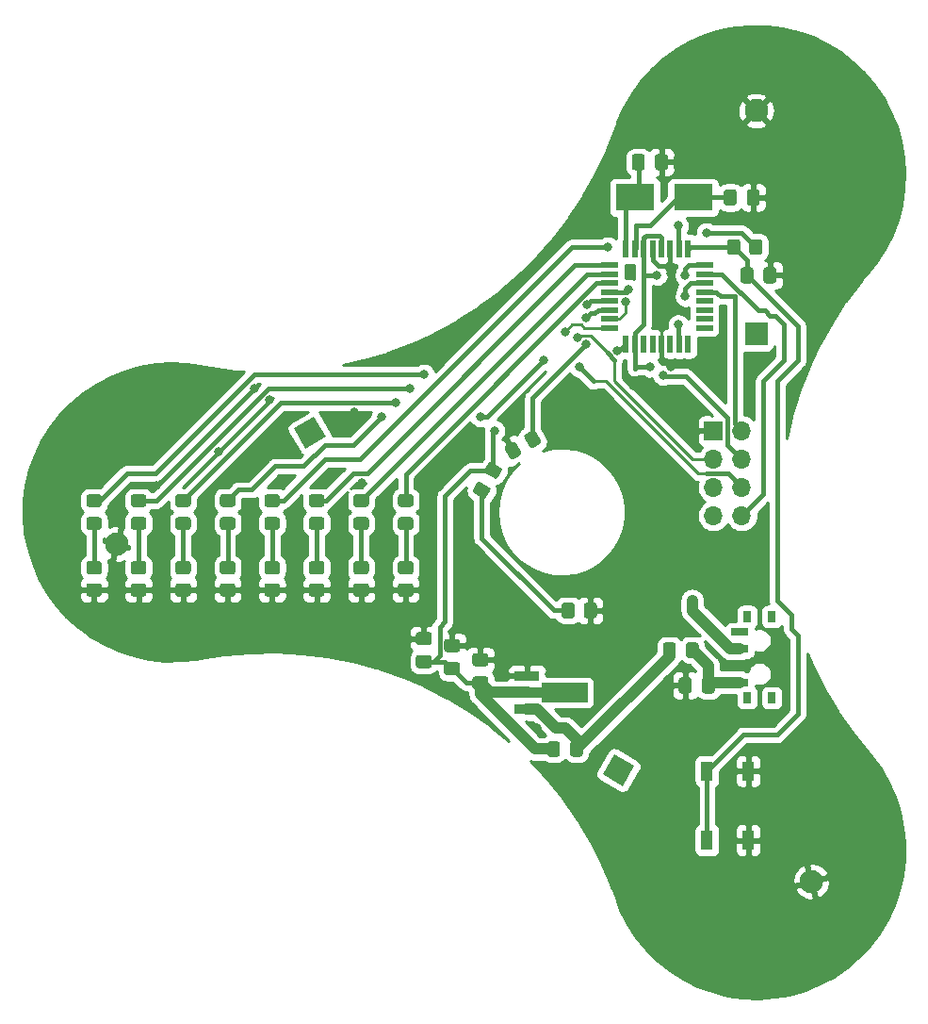
<source format=gbr>
%TF.GenerationSoftware,KiCad,Pcbnew,(5.1.9-0-10_14)*%
%TF.CreationDate,2021-08-30T14:03:39+08:00*%
%TF.ProjectId,FidgetSpinner,46696467-6574-4537-9069-6e6e65722e6b,rev?*%
%TF.SameCoordinates,Original*%
%TF.FileFunction,Copper,L1,Top*%
%TF.FilePolarity,Positive*%
%FSLAX46Y46*%
G04 Gerber Fmt 4.6, Leading zero omitted, Abs format (unit mm)*
G04 Created by KiCad (PCBNEW (5.1.9-0-10_14)) date 2021-08-30 14:03:39*
%MOMM*%
%LPD*%
G01*
G04 APERTURE LIST*
%TA.AperFunction,ComponentPad*%
%ADD10O,1.700000X1.700000*%
%TD*%
%TA.AperFunction,ComponentPad*%
%ADD11R,1.700000X1.700000*%
%TD*%
%TA.AperFunction,ComponentPad*%
%ADD12C,2.100000*%
%TD*%
%TA.AperFunction,ComponentPad*%
%ADD13R,2.100000X2.100000*%
%TD*%
%TA.AperFunction,ComponentPad*%
%ADD14C,0.100000*%
%TD*%
%TA.AperFunction,SMDPad,CuDef*%
%ADD15R,3.500000X2.400000*%
%TD*%
%TA.AperFunction,SMDPad,CuDef*%
%ADD16R,1.600000X0.550000*%
%TD*%
%TA.AperFunction,SMDPad,CuDef*%
%ADD17R,0.550000X1.600000*%
%TD*%
%TA.AperFunction,SMDPad,CuDef*%
%ADD18R,1.100000X1.800000*%
%TD*%
%TA.AperFunction,SMDPad,CuDef*%
%ADD19R,0.800000X1.000000*%
%TD*%
%TA.AperFunction,SMDPad,CuDef*%
%ADD20R,1.500000X0.700000*%
%TD*%
%TA.AperFunction,SMDPad,CuDef*%
%ADD21C,0.100000*%
%TD*%
%TA.AperFunction,SMDPad,CuDef*%
%ADD22R,2.300000X0.900000*%
%TD*%
%TA.AperFunction,ViaPad*%
%ADD23C,0.800000*%
%TD*%
%TA.AperFunction,Conductor*%
%ADD24C,0.400000*%
%TD*%
%TA.AperFunction,Conductor*%
%ADD25C,0.250000*%
%TD*%
%TA.AperFunction,Conductor*%
%ADD26C,1.000000*%
%TD*%
%TA.AperFunction,Conductor*%
%ADD27C,0.254000*%
%TD*%
%TA.AperFunction,Conductor*%
%ADD28C,0.100000*%
%TD*%
G04 APERTURE END LIST*
D10*
%TO.P,J1,5*%
%TO.N,TX*%
X116205000Y-100330000D03*
%TO.P,J1,4*%
%TO.N,RX*%
X113665000Y-100330000D03*
%TO.P,J1,6*%
%TO.N,MISO*%
X116205000Y-97790000D03*
%TO.P,J1,3*%
%TO.N,VCC*%
X113665000Y-97790000D03*
%TO.P,J1,7*%
%TO.N,CLK*%
X116205000Y-95250000D03*
%TO.P,J1,2*%
%TO.N,MOSI*%
X113665000Y-95250000D03*
%TO.P,J1,8*%
%TO.N,RST*%
X116205000Y-92710000D03*
D11*
%TO.P,J1,1*%
%TO.N,GND*%
X113665000Y-92710000D03*
%TD*%
D12*
%TO.P,BT3,2*%
%TO.N,GND*%
X117500000Y-63970000D03*
D13*
%TO.P,BT3,1*%
%TO.N,Net-(BT1-Pad1)*%
X117500000Y-83970000D03*
%TD*%
D12*
%TO.P,BT2,2*%
%TO.N,GND*%
X122453665Y-133170000D03*
%TA.AperFunction,ComponentPad*%
D14*
%TO.P,BT2,1*%
%TO.N,Net-(BT1-Pad1)*%
G36*
X105517484Y-124604327D02*
G01*
X103698830Y-123554327D01*
X104748830Y-121735673D01*
X106567484Y-122785673D01*
X105517484Y-124604327D01*
G37*
%TD.AperFunction*%
%TD*%
D12*
%TO.P,BT1,2*%
%TO.N,GND*%
X60046335Y-102860000D03*
%TA.AperFunction,ComponentPad*%
D14*
%TO.P,BT1,1*%
%TO.N,Net-(BT1-Pad1)*%
G36*
X75932516Y-92475673D02*
G01*
X77751170Y-91425673D01*
X78801170Y-93244327D01*
X76982516Y-94294327D01*
X75932516Y-92475673D01*
G37*
%TD.AperFunction*%
%TD*%
D15*
%TO.P,Y1,2*%
%TO.N,Net-(C2-Pad2)*%
X106620000Y-71755000D03*
%TO.P,Y1,1*%
%TO.N,Net-(C1-Pad2)*%
X111820000Y-71755000D03*
%TD*%
D16*
%TO.P,U1,32*%
%TO.N,~INT_C*%
X112835000Y-77845000D03*
%TO.P,U1,31*%
%TO.N,TX*%
X112835000Y-78645000D03*
%TO.P,U1,30*%
%TO.N,RX*%
X112835000Y-79445000D03*
%TO.P,U1,29*%
%TO.N,RST*%
X112835000Y-80245000D03*
%TO.P,U1,28*%
%TO.N,Net-(U1-Pad28)*%
X112835000Y-81045000D03*
%TO.P,U1,27*%
%TO.N,Net-(U1-Pad27)*%
X112835000Y-81845000D03*
%TO.P,U1,26*%
%TO.N,Net-(U1-Pad26)*%
X112835000Y-82645000D03*
%TO.P,U1,25*%
%TO.N,Net-(U1-Pad25)*%
X112835000Y-83445000D03*
D17*
%TO.P,U1,24*%
%TO.N,Net-(U1-Pad24)*%
X111385000Y-84895000D03*
%TO.P,U1,23*%
%TO.N,L3*%
X110585000Y-84895000D03*
%TO.P,U1,22*%
%TO.N,Net-(U1-Pad22)*%
X109785000Y-84895000D03*
%TO.P,U1,21*%
%TO.N,GND*%
X108985000Y-84895000D03*
%TO.P,U1,20*%
%TO.N,Net-(U1-Pad20)*%
X108185000Y-84895000D03*
%TO.P,U1,19*%
%TO.N,Net-(U1-Pad19)*%
X107385000Y-84895000D03*
%TO.P,U1,18*%
%TO.N,VCC*%
X106585000Y-84895000D03*
%TO.P,U1,17*%
%TO.N,CLK*%
X105785000Y-84895000D03*
D16*
%TO.P,U1,16*%
%TO.N,MISO*%
X104335000Y-83445000D03*
%TO.P,U1,15*%
%TO.N,MOSI*%
X104335000Y-82645000D03*
%TO.P,U1,14*%
%TO.N,L2*%
X104335000Y-81845000D03*
%TO.P,U1,13*%
%TO.N,L1*%
X104335000Y-81045000D03*
%TO.P,U1,12*%
%TO.N,L0*%
X104335000Y-80245000D03*
%TO.P,U1,11*%
%TO.N,L7*%
X104335000Y-79445000D03*
%TO.P,U1,10*%
%TO.N,L6*%
X104335000Y-78645000D03*
%TO.P,U1,9*%
%TO.N,L5*%
X104335000Y-77845000D03*
D17*
%TO.P,U1,8*%
%TO.N,Net-(C2-Pad2)*%
X105785000Y-76395000D03*
%TO.P,U1,7*%
%TO.N,Net-(C1-Pad2)*%
X106585000Y-76395000D03*
%TO.P,U1,6*%
%TO.N,VCC*%
X107385000Y-76395000D03*
%TO.P,U1,5*%
%TO.N,GND*%
X108185000Y-76395000D03*
%TO.P,U1,4*%
%TO.N,VCC*%
X108985000Y-76395000D03*
%TO.P,U1,3*%
%TO.N,GND*%
X109785000Y-76395000D03*
%TO.P,U1,2*%
%TO.N,L4*%
X110585000Y-76395000D03*
%TO.P,U1,1*%
%TO.N,INT_B*%
X111385000Y-76395000D03*
%TD*%
D18*
%TO.P,SW2,2*%
%TO.N,GND*%
X116785000Y-123265000D03*
X116785000Y-129465000D03*
%TO.P,SW2,1*%
%TO.N,INT_B*%
X113085000Y-123265000D03*
X113085000Y-129465000D03*
%TD*%
D19*
%TO.P,SW1,*%
%TO.N,*%
X116695000Y-116680000D03*
X116695000Y-109380000D03*
X118905000Y-109380000D03*
X118905000Y-116680000D03*
D20*
%TO.P,SW1,3*%
%TO.N,N/C*%
X116045000Y-110780000D03*
%TO.P,SW1,2*%
%TO.N,Net-(BT1-Pad1)*%
X116045000Y-112280000D03*
%TO.P,SW1,1*%
%TO.N,Net-(C3-Pad1)*%
X116045000Y-115280000D03*
%TD*%
%TO.P,R10,2*%
%TO.N,Net-(D2-Pad1)*%
%TA.AperFunction,SMDPad,CuDef*%
G36*
G01*
X101200000Y-108388999D02*
X101200000Y-109289001D01*
G75*
G02*
X100950001Y-109539000I-249999J0D01*
G01*
X100249999Y-109539000D01*
G75*
G02*
X100000000Y-109289001I0J249999D01*
G01*
X100000000Y-108388999D01*
G75*
G02*
X100249999Y-108139000I249999J0D01*
G01*
X100950001Y-108139000D01*
G75*
G02*
X101200000Y-108388999I0J-249999D01*
G01*
G37*
%TD.AperFunction*%
%TO.P,R10,1*%
%TO.N,GND*%
%TA.AperFunction,SMDPad,CuDef*%
G36*
G01*
X103200000Y-108388999D02*
X103200000Y-109289001D01*
G75*
G02*
X102950001Y-109539000I-249999J0D01*
G01*
X102249999Y-109539000D01*
G75*
G02*
X102000000Y-109289001I0J249999D01*
G01*
X102000000Y-108388999D01*
G75*
G02*
X102249999Y-108139000I249999J0D01*
G01*
X102950001Y-108139000D01*
G75*
G02*
X103200000Y-108388999I0J-249999D01*
G01*
G37*
%TD.AperFunction*%
%TD*%
%TO.P,R9,2*%
%TO.N,VCC*%
%TA.AperFunction,SMDPad,CuDef*%
G36*
G01*
X116875000Y-76650001D02*
X116875000Y-75749999D01*
G75*
G02*
X117124999Y-75500000I249999J0D01*
G01*
X117825001Y-75500000D01*
G75*
G02*
X118075000Y-75749999I0J-249999D01*
G01*
X118075000Y-76650001D01*
G75*
G02*
X117825001Y-76900000I-249999J0D01*
G01*
X117124999Y-76900000D01*
G75*
G02*
X116875000Y-76650001I0J249999D01*
G01*
G37*
%TD.AperFunction*%
%TO.P,R9,1*%
%TO.N,INT_B*%
%TA.AperFunction,SMDPad,CuDef*%
G36*
G01*
X114875000Y-76650001D02*
X114875000Y-75749999D01*
G75*
G02*
X115124999Y-75500000I249999J0D01*
G01*
X115825001Y-75500000D01*
G75*
G02*
X116075000Y-75749999I0J-249999D01*
G01*
X116075000Y-76650001D01*
G75*
G02*
X115825001Y-76900000I-249999J0D01*
G01*
X115124999Y-76900000D01*
G75*
G02*
X114875000Y-76650001I0J249999D01*
G01*
G37*
%TD.AperFunction*%
%TD*%
%TO.P,R8,2*%
%TO.N,Net-(D17-Pad1)*%
%TA.AperFunction,SMDPad,CuDef*%
G36*
G01*
X86450001Y-105600000D02*
X85549999Y-105600000D01*
G75*
G02*
X85300000Y-105350001I0J249999D01*
G01*
X85300000Y-104649999D01*
G75*
G02*
X85549999Y-104400000I249999J0D01*
G01*
X86450001Y-104400000D01*
G75*
G02*
X86700000Y-104649999I0J-249999D01*
G01*
X86700000Y-105350001D01*
G75*
G02*
X86450001Y-105600000I-249999J0D01*
G01*
G37*
%TD.AperFunction*%
%TO.P,R8,1*%
%TO.N,GND*%
%TA.AperFunction,SMDPad,CuDef*%
G36*
G01*
X86450001Y-107600000D02*
X85549999Y-107600000D01*
G75*
G02*
X85300000Y-107350001I0J249999D01*
G01*
X85300000Y-106649999D01*
G75*
G02*
X85549999Y-106400000I249999J0D01*
G01*
X86450001Y-106400000D01*
G75*
G02*
X86700000Y-106649999I0J-249999D01*
G01*
X86700000Y-107350001D01*
G75*
G02*
X86450001Y-107600000I-249999J0D01*
G01*
G37*
%TD.AperFunction*%
%TD*%
%TO.P,R7,2*%
%TO.N,Net-(D16-Pad1)*%
%TA.AperFunction,SMDPad,CuDef*%
G36*
G01*
X82450001Y-105600000D02*
X81549999Y-105600000D01*
G75*
G02*
X81300000Y-105350001I0J249999D01*
G01*
X81300000Y-104649999D01*
G75*
G02*
X81549999Y-104400000I249999J0D01*
G01*
X82450001Y-104400000D01*
G75*
G02*
X82700000Y-104649999I0J-249999D01*
G01*
X82700000Y-105350001D01*
G75*
G02*
X82450001Y-105600000I-249999J0D01*
G01*
G37*
%TD.AperFunction*%
%TO.P,R7,1*%
%TO.N,GND*%
%TA.AperFunction,SMDPad,CuDef*%
G36*
G01*
X82450001Y-107600000D02*
X81549999Y-107600000D01*
G75*
G02*
X81300000Y-107350001I0J249999D01*
G01*
X81300000Y-106649999D01*
G75*
G02*
X81549999Y-106400000I249999J0D01*
G01*
X82450001Y-106400000D01*
G75*
G02*
X82700000Y-106649999I0J-249999D01*
G01*
X82700000Y-107350001D01*
G75*
G02*
X82450001Y-107600000I-249999J0D01*
G01*
G37*
%TD.AperFunction*%
%TD*%
%TO.P,R6,2*%
%TO.N,Net-(D15-Pad1)*%
%TA.AperFunction,SMDPad,CuDef*%
G36*
G01*
X78450001Y-105600000D02*
X77549999Y-105600000D01*
G75*
G02*
X77300000Y-105350001I0J249999D01*
G01*
X77300000Y-104649999D01*
G75*
G02*
X77549999Y-104400000I249999J0D01*
G01*
X78450001Y-104400000D01*
G75*
G02*
X78700000Y-104649999I0J-249999D01*
G01*
X78700000Y-105350001D01*
G75*
G02*
X78450001Y-105600000I-249999J0D01*
G01*
G37*
%TD.AperFunction*%
%TO.P,R6,1*%
%TO.N,GND*%
%TA.AperFunction,SMDPad,CuDef*%
G36*
G01*
X78450001Y-107600000D02*
X77549999Y-107600000D01*
G75*
G02*
X77300000Y-107350001I0J249999D01*
G01*
X77300000Y-106649999D01*
G75*
G02*
X77549999Y-106400000I249999J0D01*
G01*
X78450001Y-106400000D01*
G75*
G02*
X78700000Y-106649999I0J-249999D01*
G01*
X78700000Y-107350001D01*
G75*
G02*
X78450001Y-107600000I-249999J0D01*
G01*
G37*
%TD.AperFunction*%
%TD*%
%TO.P,R5,2*%
%TO.N,Net-(D14-Pad1)*%
%TA.AperFunction,SMDPad,CuDef*%
G36*
G01*
X74450001Y-105600000D02*
X73549999Y-105600000D01*
G75*
G02*
X73300000Y-105350001I0J249999D01*
G01*
X73300000Y-104649999D01*
G75*
G02*
X73549999Y-104400000I249999J0D01*
G01*
X74450001Y-104400000D01*
G75*
G02*
X74700000Y-104649999I0J-249999D01*
G01*
X74700000Y-105350001D01*
G75*
G02*
X74450001Y-105600000I-249999J0D01*
G01*
G37*
%TD.AperFunction*%
%TO.P,R5,1*%
%TO.N,GND*%
%TA.AperFunction,SMDPad,CuDef*%
G36*
G01*
X74450001Y-107600000D02*
X73549999Y-107600000D01*
G75*
G02*
X73300000Y-107350001I0J249999D01*
G01*
X73300000Y-106649999D01*
G75*
G02*
X73549999Y-106400000I249999J0D01*
G01*
X74450001Y-106400000D01*
G75*
G02*
X74700000Y-106649999I0J-249999D01*
G01*
X74700000Y-107350001D01*
G75*
G02*
X74450001Y-107600000I-249999J0D01*
G01*
G37*
%TD.AperFunction*%
%TD*%
%TO.P,R4,2*%
%TO.N,Net-(D13-Pad1)*%
%TA.AperFunction,SMDPad,CuDef*%
G36*
G01*
X70450001Y-105600000D02*
X69549999Y-105600000D01*
G75*
G02*
X69300000Y-105350001I0J249999D01*
G01*
X69300000Y-104649999D01*
G75*
G02*
X69549999Y-104400000I249999J0D01*
G01*
X70450001Y-104400000D01*
G75*
G02*
X70700000Y-104649999I0J-249999D01*
G01*
X70700000Y-105350001D01*
G75*
G02*
X70450001Y-105600000I-249999J0D01*
G01*
G37*
%TD.AperFunction*%
%TO.P,R4,1*%
%TO.N,GND*%
%TA.AperFunction,SMDPad,CuDef*%
G36*
G01*
X70450001Y-107600000D02*
X69549999Y-107600000D01*
G75*
G02*
X69300000Y-107350001I0J249999D01*
G01*
X69300000Y-106649999D01*
G75*
G02*
X69549999Y-106400000I249999J0D01*
G01*
X70450001Y-106400000D01*
G75*
G02*
X70700000Y-106649999I0J-249999D01*
G01*
X70700000Y-107350001D01*
G75*
G02*
X70450001Y-107600000I-249999J0D01*
G01*
G37*
%TD.AperFunction*%
%TD*%
%TO.P,R3,2*%
%TO.N,Net-(D12-Pad1)*%
%TA.AperFunction,SMDPad,CuDef*%
G36*
G01*
X66450001Y-105600000D02*
X65549999Y-105600000D01*
G75*
G02*
X65300000Y-105350001I0J249999D01*
G01*
X65300000Y-104649999D01*
G75*
G02*
X65549999Y-104400000I249999J0D01*
G01*
X66450001Y-104400000D01*
G75*
G02*
X66700000Y-104649999I0J-249999D01*
G01*
X66700000Y-105350001D01*
G75*
G02*
X66450001Y-105600000I-249999J0D01*
G01*
G37*
%TD.AperFunction*%
%TO.P,R3,1*%
%TO.N,GND*%
%TA.AperFunction,SMDPad,CuDef*%
G36*
G01*
X66450001Y-107600000D02*
X65549999Y-107600000D01*
G75*
G02*
X65300000Y-107350001I0J249999D01*
G01*
X65300000Y-106649999D01*
G75*
G02*
X65549999Y-106400000I249999J0D01*
G01*
X66450001Y-106400000D01*
G75*
G02*
X66700000Y-106649999I0J-249999D01*
G01*
X66700000Y-107350001D01*
G75*
G02*
X66450001Y-107600000I-249999J0D01*
G01*
G37*
%TD.AperFunction*%
%TD*%
%TO.P,R2,2*%
%TO.N,Net-(D11-Pad1)*%
%TA.AperFunction,SMDPad,CuDef*%
G36*
G01*
X62450001Y-105600000D02*
X61549999Y-105600000D01*
G75*
G02*
X61300000Y-105350001I0J249999D01*
G01*
X61300000Y-104649999D01*
G75*
G02*
X61549999Y-104400000I249999J0D01*
G01*
X62450001Y-104400000D01*
G75*
G02*
X62700000Y-104649999I0J-249999D01*
G01*
X62700000Y-105350001D01*
G75*
G02*
X62450001Y-105600000I-249999J0D01*
G01*
G37*
%TD.AperFunction*%
%TO.P,R2,1*%
%TO.N,GND*%
%TA.AperFunction,SMDPad,CuDef*%
G36*
G01*
X62450001Y-107600000D02*
X61549999Y-107600000D01*
G75*
G02*
X61300000Y-107350001I0J249999D01*
G01*
X61300000Y-106649999D01*
G75*
G02*
X61549999Y-106400000I249999J0D01*
G01*
X62450001Y-106400000D01*
G75*
G02*
X62700000Y-106649999I0J-249999D01*
G01*
X62700000Y-107350001D01*
G75*
G02*
X62450001Y-107600000I-249999J0D01*
G01*
G37*
%TD.AperFunction*%
%TD*%
%TO.P,R1,2*%
%TO.N,Net-(D10-Pad1)*%
%TA.AperFunction,SMDPad,CuDef*%
G36*
G01*
X58450001Y-105600000D02*
X57549999Y-105600000D01*
G75*
G02*
X57300000Y-105350001I0J249999D01*
G01*
X57300000Y-104649999D01*
G75*
G02*
X57549999Y-104400000I249999J0D01*
G01*
X58450001Y-104400000D01*
G75*
G02*
X58700000Y-104649999I0J-249999D01*
G01*
X58700000Y-105350001D01*
G75*
G02*
X58450001Y-105600000I-249999J0D01*
G01*
G37*
%TD.AperFunction*%
%TO.P,R1,1*%
%TO.N,GND*%
%TA.AperFunction,SMDPad,CuDef*%
G36*
G01*
X58450001Y-107600000D02*
X57549999Y-107600000D01*
G75*
G02*
X57300000Y-107350001I0J249999D01*
G01*
X57300000Y-106649999D01*
G75*
G02*
X57549999Y-106400000I249999J0D01*
G01*
X58450001Y-106400000D01*
G75*
G02*
X58700000Y-106649999I0J-249999D01*
G01*
X58700000Y-107350001D01*
G75*
G02*
X58450001Y-107600000I-249999J0D01*
G01*
G37*
%TD.AperFunction*%
%TD*%
%TO.P,Q1,2*%
%TO.N,GND*%
%TA.AperFunction,SMDPad,CuDef*%
G36*
G01*
X95905288Y-93815288D02*
X96355289Y-94594712D01*
G75*
G02*
X96263784Y-94936217I-216505J-125000D01*
G01*
X95700865Y-95261218D01*
G75*
G02*
X95359360Y-95169712I-125000J216505D01*
G01*
X94909359Y-94390287D01*
G75*
G02*
X95000865Y-94048783I216505J124999D01*
G01*
X95563784Y-93723782D01*
G75*
G02*
X95905288Y-93815288I124999J-216505D01*
G01*
G37*
%TD.AperFunction*%
%TO.P,Q1,1*%
%TO.N,~INT_C*%
%TA.AperFunction,SMDPad,CuDef*%
G36*
G01*
X97680640Y-92790288D02*
X98130641Y-93569712D01*
G75*
G02*
X98039136Y-93911217I-216505J-125000D01*
G01*
X97476217Y-94236218D01*
G75*
G02*
X97134712Y-94144712I-125000J216505D01*
G01*
X96684711Y-93365287D01*
G75*
G02*
X96776217Y-93023783I216505J124999D01*
G01*
X97339136Y-92698782D01*
G75*
G02*
X97680640Y-92790288I124999J-216505D01*
G01*
G37*
%TD.AperFunction*%
%TD*%
%TO.P,L1,2*%
%TO.N,Net-(C3-Pad1)*%
%TA.AperFunction,SMDPad,CuDef*%
G36*
G01*
X111185000Y-112845001D02*
X111185000Y-111944999D01*
G75*
G02*
X111434999Y-111695000I249999J0D01*
G01*
X112085001Y-111695000D01*
G75*
G02*
X112335000Y-111944999I0J-249999D01*
G01*
X112335000Y-112845001D01*
G75*
G02*
X112085001Y-113095000I-249999J0D01*
G01*
X111434999Y-113095000D01*
G75*
G02*
X111185000Y-112845001I0J249999D01*
G01*
G37*
%TD.AperFunction*%
%TO.P,L1,1*%
%TO.N,Net-(D1-Pad2)*%
%TA.AperFunction,SMDPad,CuDef*%
G36*
G01*
X109135000Y-112845001D02*
X109135000Y-111944999D01*
G75*
G02*
X109384999Y-111695000I249999J0D01*
G01*
X110035001Y-111695000D01*
G75*
G02*
X110285000Y-111944999I0J-249999D01*
G01*
X110285000Y-112845001D01*
G75*
G02*
X110035001Y-113095000I-249999J0D01*
G01*
X109384999Y-113095000D01*
G75*
G02*
X109135000Y-112845001I0J249999D01*
G01*
G37*
%TD.AperFunction*%
%TD*%
%TA.AperFunction,SMDPad,CuDef*%
D21*
%TO.P,HS1,2*%
%TO.N,VCC*%
G36*
X102360000Y-117071500D02*
G01*
X98235000Y-117071500D01*
X98235000Y-116655000D01*
X95760000Y-116655000D01*
X95760000Y-115755000D01*
X98235000Y-115755000D01*
X98235000Y-115338500D01*
X102360000Y-115338500D01*
X102360000Y-117071500D01*
G37*
%TD.AperFunction*%
D22*
%TO.P,HS1,3*%
%TO.N,Net-(D1-Pad2)*%
X96910000Y-117705000D03*
%TO.P,HS1,1*%
%TO.N,GND*%
X96910000Y-114705000D03*
%TD*%
%TO.P,D17,2*%
%TO.N,L7*%
%TA.AperFunction,SMDPad,CuDef*%
G36*
G01*
X86450001Y-99550000D02*
X85549999Y-99550000D01*
G75*
G02*
X85300000Y-99300001I0J249999D01*
G01*
X85300000Y-98649999D01*
G75*
G02*
X85549999Y-98400000I249999J0D01*
G01*
X86450001Y-98400000D01*
G75*
G02*
X86700000Y-98649999I0J-249999D01*
G01*
X86700000Y-99300001D01*
G75*
G02*
X86450001Y-99550000I-249999J0D01*
G01*
G37*
%TD.AperFunction*%
%TO.P,D17,1*%
%TO.N,Net-(D17-Pad1)*%
%TA.AperFunction,SMDPad,CuDef*%
G36*
G01*
X86450001Y-101600000D02*
X85549999Y-101600000D01*
G75*
G02*
X85300000Y-101350001I0J249999D01*
G01*
X85300000Y-100699999D01*
G75*
G02*
X85549999Y-100450000I249999J0D01*
G01*
X86450001Y-100450000D01*
G75*
G02*
X86700000Y-100699999I0J-249999D01*
G01*
X86700000Y-101350001D01*
G75*
G02*
X86450001Y-101600000I-249999J0D01*
G01*
G37*
%TD.AperFunction*%
%TD*%
%TO.P,D16,2*%
%TO.N,L6*%
%TA.AperFunction,SMDPad,CuDef*%
G36*
G01*
X82450001Y-99550000D02*
X81549999Y-99550000D01*
G75*
G02*
X81300000Y-99300001I0J249999D01*
G01*
X81300000Y-98649999D01*
G75*
G02*
X81549999Y-98400000I249999J0D01*
G01*
X82450001Y-98400000D01*
G75*
G02*
X82700000Y-98649999I0J-249999D01*
G01*
X82700000Y-99300001D01*
G75*
G02*
X82450001Y-99550000I-249999J0D01*
G01*
G37*
%TD.AperFunction*%
%TO.P,D16,1*%
%TO.N,Net-(D16-Pad1)*%
%TA.AperFunction,SMDPad,CuDef*%
G36*
G01*
X82450001Y-101600000D02*
X81549999Y-101600000D01*
G75*
G02*
X81300000Y-101350001I0J249999D01*
G01*
X81300000Y-100699999D01*
G75*
G02*
X81549999Y-100450000I249999J0D01*
G01*
X82450001Y-100450000D01*
G75*
G02*
X82700000Y-100699999I0J-249999D01*
G01*
X82700000Y-101350001D01*
G75*
G02*
X82450001Y-101600000I-249999J0D01*
G01*
G37*
%TD.AperFunction*%
%TD*%
%TO.P,D15,2*%
%TO.N,L5*%
%TA.AperFunction,SMDPad,CuDef*%
G36*
G01*
X78450001Y-99550000D02*
X77549999Y-99550000D01*
G75*
G02*
X77300000Y-99300001I0J249999D01*
G01*
X77300000Y-98649999D01*
G75*
G02*
X77549999Y-98400000I249999J0D01*
G01*
X78450001Y-98400000D01*
G75*
G02*
X78700000Y-98649999I0J-249999D01*
G01*
X78700000Y-99300001D01*
G75*
G02*
X78450001Y-99550000I-249999J0D01*
G01*
G37*
%TD.AperFunction*%
%TO.P,D15,1*%
%TO.N,Net-(D15-Pad1)*%
%TA.AperFunction,SMDPad,CuDef*%
G36*
G01*
X78450001Y-101600000D02*
X77549999Y-101600000D01*
G75*
G02*
X77300000Y-101350001I0J249999D01*
G01*
X77300000Y-100699999D01*
G75*
G02*
X77549999Y-100450000I249999J0D01*
G01*
X78450001Y-100450000D01*
G75*
G02*
X78700000Y-100699999I0J-249999D01*
G01*
X78700000Y-101350001D01*
G75*
G02*
X78450001Y-101600000I-249999J0D01*
G01*
G37*
%TD.AperFunction*%
%TD*%
%TO.P,D14,2*%
%TO.N,L4*%
%TA.AperFunction,SMDPad,CuDef*%
G36*
G01*
X74450001Y-99550000D02*
X73549999Y-99550000D01*
G75*
G02*
X73300000Y-99300001I0J249999D01*
G01*
X73300000Y-98649999D01*
G75*
G02*
X73549999Y-98400000I249999J0D01*
G01*
X74450001Y-98400000D01*
G75*
G02*
X74700000Y-98649999I0J-249999D01*
G01*
X74700000Y-99300001D01*
G75*
G02*
X74450001Y-99550000I-249999J0D01*
G01*
G37*
%TD.AperFunction*%
%TO.P,D14,1*%
%TO.N,Net-(D14-Pad1)*%
%TA.AperFunction,SMDPad,CuDef*%
G36*
G01*
X74450001Y-101600000D02*
X73549999Y-101600000D01*
G75*
G02*
X73300000Y-101350001I0J249999D01*
G01*
X73300000Y-100699999D01*
G75*
G02*
X73549999Y-100450000I249999J0D01*
G01*
X74450001Y-100450000D01*
G75*
G02*
X74700000Y-100699999I0J-249999D01*
G01*
X74700000Y-101350001D01*
G75*
G02*
X74450001Y-101600000I-249999J0D01*
G01*
G37*
%TD.AperFunction*%
%TD*%
%TO.P,D13,2*%
%TO.N,L3*%
%TA.AperFunction,SMDPad,CuDef*%
G36*
G01*
X70450001Y-99550000D02*
X69549999Y-99550000D01*
G75*
G02*
X69300000Y-99300001I0J249999D01*
G01*
X69300000Y-98649999D01*
G75*
G02*
X69549999Y-98400000I249999J0D01*
G01*
X70450001Y-98400000D01*
G75*
G02*
X70700000Y-98649999I0J-249999D01*
G01*
X70700000Y-99300001D01*
G75*
G02*
X70450001Y-99550000I-249999J0D01*
G01*
G37*
%TD.AperFunction*%
%TO.P,D13,1*%
%TO.N,Net-(D13-Pad1)*%
%TA.AperFunction,SMDPad,CuDef*%
G36*
G01*
X70450001Y-101600000D02*
X69549999Y-101600000D01*
G75*
G02*
X69300000Y-101350001I0J249999D01*
G01*
X69300000Y-100699999D01*
G75*
G02*
X69549999Y-100450000I249999J0D01*
G01*
X70450001Y-100450000D01*
G75*
G02*
X70700000Y-100699999I0J-249999D01*
G01*
X70700000Y-101350001D01*
G75*
G02*
X70450001Y-101600000I-249999J0D01*
G01*
G37*
%TD.AperFunction*%
%TD*%
%TO.P,D12,2*%
%TO.N,L2*%
%TA.AperFunction,SMDPad,CuDef*%
G36*
G01*
X66450001Y-99550000D02*
X65549999Y-99550000D01*
G75*
G02*
X65300000Y-99300001I0J249999D01*
G01*
X65300000Y-98649999D01*
G75*
G02*
X65549999Y-98400000I249999J0D01*
G01*
X66450001Y-98400000D01*
G75*
G02*
X66700000Y-98649999I0J-249999D01*
G01*
X66700000Y-99300001D01*
G75*
G02*
X66450001Y-99550000I-249999J0D01*
G01*
G37*
%TD.AperFunction*%
%TO.P,D12,1*%
%TO.N,Net-(D12-Pad1)*%
%TA.AperFunction,SMDPad,CuDef*%
G36*
G01*
X66450001Y-101600000D02*
X65549999Y-101600000D01*
G75*
G02*
X65300000Y-101350001I0J249999D01*
G01*
X65300000Y-100699999D01*
G75*
G02*
X65549999Y-100450000I249999J0D01*
G01*
X66450001Y-100450000D01*
G75*
G02*
X66700000Y-100699999I0J-249999D01*
G01*
X66700000Y-101350001D01*
G75*
G02*
X66450001Y-101600000I-249999J0D01*
G01*
G37*
%TD.AperFunction*%
%TD*%
%TO.P,D11,2*%
%TO.N,L1*%
%TA.AperFunction,SMDPad,CuDef*%
G36*
G01*
X62450001Y-99550000D02*
X61549999Y-99550000D01*
G75*
G02*
X61300000Y-99300001I0J249999D01*
G01*
X61300000Y-98649999D01*
G75*
G02*
X61549999Y-98400000I249999J0D01*
G01*
X62450001Y-98400000D01*
G75*
G02*
X62700000Y-98649999I0J-249999D01*
G01*
X62700000Y-99300001D01*
G75*
G02*
X62450001Y-99550000I-249999J0D01*
G01*
G37*
%TD.AperFunction*%
%TO.P,D11,1*%
%TO.N,Net-(D11-Pad1)*%
%TA.AperFunction,SMDPad,CuDef*%
G36*
G01*
X62450001Y-101600000D02*
X61549999Y-101600000D01*
G75*
G02*
X61300000Y-101350001I0J249999D01*
G01*
X61300000Y-100699999D01*
G75*
G02*
X61549999Y-100450000I249999J0D01*
G01*
X62450001Y-100450000D01*
G75*
G02*
X62700000Y-100699999I0J-249999D01*
G01*
X62700000Y-101350001D01*
G75*
G02*
X62450001Y-101600000I-249999J0D01*
G01*
G37*
%TD.AperFunction*%
%TD*%
%TO.P,D10,2*%
%TO.N,L0*%
%TA.AperFunction,SMDPad,CuDef*%
G36*
G01*
X58450001Y-99550000D02*
X57549999Y-99550000D01*
G75*
G02*
X57300000Y-99300001I0J249999D01*
G01*
X57300000Y-98649999D01*
G75*
G02*
X57549999Y-98400000I249999J0D01*
G01*
X58450001Y-98400000D01*
G75*
G02*
X58700000Y-98649999I0J-249999D01*
G01*
X58700000Y-99300001D01*
G75*
G02*
X58450001Y-99550000I-249999J0D01*
G01*
G37*
%TD.AperFunction*%
%TO.P,D10,1*%
%TO.N,Net-(D10-Pad1)*%
%TA.AperFunction,SMDPad,CuDef*%
G36*
G01*
X58450001Y-101600000D02*
X57549999Y-101600000D01*
G75*
G02*
X57300000Y-101350001I0J249999D01*
G01*
X57300000Y-100699999D01*
G75*
G02*
X57549999Y-100450000I249999J0D01*
G01*
X58450001Y-100450000D01*
G75*
G02*
X58700000Y-100699999I0J-249999D01*
G01*
X58700000Y-101350001D01*
G75*
G02*
X58450001Y-101600000I-249999J0D01*
G01*
G37*
%TD.AperFunction*%
%TD*%
%TO.P,D2,2*%
%TO.N,VCC*%
%TA.AperFunction,SMDPad,CuDef*%
G36*
G01*
X93959713Y-96990289D02*
X93180287Y-96540288D01*
G75*
G02*
X93088782Y-96198784I125000J216505D01*
G01*
X93413783Y-95635865D01*
G75*
G02*
X93755288Y-95544359I216505J-124999D01*
G01*
X94534713Y-95994360D01*
G75*
G02*
X94626218Y-96335864I-125000J-216505D01*
G01*
X94301217Y-96898783D01*
G75*
G02*
X93959713Y-96990289I-216505J124999D01*
G01*
G37*
%TD.AperFunction*%
%TO.P,D2,1*%
%TO.N,Net-(D2-Pad1)*%
%TA.AperFunction,SMDPad,CuDef*%
G36*
G01*
X92934713Y-98765641D02*
X92155287Y-98315640D01*
G75*
G02*
X92063782Y-97974136I125000J216505D01*
G01*
X92388783Y-97411217D01*
G75*
G02*
X92730288Y-97319711I216505J-124999D01*
G01*
X93509713Y-97769712D01*
G75*
G02*
X93601218Y-98111216I-125000J-216505D01*
G01*
X93276217Y-98674135D01*
G75*
G02*
X92934713Y-98765641I-216505J124999D01*
G01*
G37*
%TD.AperFunction*%
%TD*%
%TO.P,D1,2*%
%TO.N,Net-(D1-Pad2)*%
%TA.AperFunction,SMDPad,CuDef*%
G36*
G01*
X100780000Y-121735001D02*
X100780000Y-120834999D01*
G75*
G02*
X101029999Y-120585000I249999J0D01*
G01*
X101680001Y-120585000D01*
G75*
G02*
X101930000Y-120834999I0J-249999D01*
G01*
X101930000Y-121735001D01*
G75*
G02*
X101680001Y-121985000I-249999J0D01*
G01*
X101029999Y-121985000D01*
G75*
G02*
X100780000Y-121735001I0J249999D01*
G01*
G37*
%TD.AperFunction*%
%TO.P,D1,1*%
%TO.N,VCC*%
%TA.AperFunction,SMDPad,CuDef*%
G36*
G01*
X98730000Y-121735001D02*
X98730000Y-120834999D01*
G75*
G02*
X98979999Y-120585000I249999J0D01*
G01*
X99630001Y-120585000D01*
G75*
G02*
X99880000Y-120834999I0J-249999D01*
G01*
X99880000Y-121735001D01*
G75*
G02*
X99630001Y-121985000I-249999J0D01*
G01*
X98979999Y-121985000D01*
G75*
G02*
X98730000Y-121735001I0J249999D01*
G01*
G37*
%TD.AperFunction*%
%TD*%
%TO.P,C8,2*%
%TO.N,INT_B*%
%TA.AperFunction,SMDPad,CuDef*%
G36*
G01*
X117257500Y-78265000D02*
X117257500Y-79215000D01*
G75*
G02*
X117007500Y-79465000I-250000J0D01*
G01*
X116332500Y-79465000D01*
G75*
G02*
X116082500Y-79215000I0J250000D01*
G01*
X116082500Y-78265000D01*
G75*
G02*
X116332500Y-78015000I250000J0D01*
G01*
X117007500Y-78015000D01*
G75*
G02*
X117257500Y-78265000I0J-250000D01*
G01*
G37*
%TD.AperFunction*%
%TO.P,C8,1*%
%TO.N,GND*%
%TA.AperFunction,SMDPad,CuDef*%
G36*
G01*
X119332500Y-78265000D02*
X119332500Y-79215000D01*
G75*
G02*
X119082500Y-79465000I-250000J0D01*
G01*
X118407500Y-79465000D01*
G75*
G02*
X118157500Y-79215000I0J250000D01*
G01*
X118157500Y-78265000D01*
G75*
G02*
X118407500Y-78015000I250000J0D01*
G01*
X119082500Y-78015000D01*
G75*
G02*
X119332500Y-78265000I0J-250000D01*
G01*
G37*
%TD.AperFunction*%
%TD*%
%TO.P,C6,2*%
%TO.N,GND*%
%TA.AperFunction,SMDPad,CuDef*%
G36*
G01*
X88105000Y-111945000D02*
X87155000Y-111945000D01*
G75*
G02*
X86905000Y-111695000I0J250000D01*
G01*
X86905000Y-111020000D01*
G75*
G02*
X87155000Y-110770000I250000J0D01*
G01*
X88105000Y-110770000D01*
G75*
G02*
X88355000Y-111020000I0J-250000D01*
G01*
X88355000Y-111695000D01*
G75*
G02*
X88105000Y-111945000I-250000J0D01*
G01*
G37*
%TD.AperFunction*%
%TO.P,C6,1*%
%TO.N,VCC*%
%TA.AperFunction,SMDPad,CuDef*%
G36*
G01*
X88105000Y-114020000D02*
X87155000Y-114020000D01*
G75*
G02*
X86905000Y-113770000I0J250000D01*
G01*
X86905000Y-113095000D01*
G75*
G02*
X87155000Y-112845000I250000J0D01*
G01*
X88105000Y-112845000D01*
G75*
G02*
X88355000Y-113095000I0J-250000D01*
G01*
X88355000Y-113770000D01*
G75*
G02*
X88105000Y-114020000I-250000J0D01*
G01*
G37*
%TD.AperFunction*%
%TD*%
%TO.P,C5,2*%
%TO.N,GND*%
%TA.AperFunction,SMDPad,CuDef*%
G36*
G01*
X90645000Y-112580000D02*
X89695000Y-112580000D01*
G75*
G02*
X89445000Y-112330000I0J250000D01*
G01*
X89445000Y-111655000D01*
G75*
G02*
X89695000Y-111405000I250000J0D01*
G01*
X90645000Y-111405000D01*
G75*
G02*
X90895000Y-111655000I0J-250000D01*
G01*
X90895000Y-112330000D01*
G75*
G02*
X90645000Y-112580000I-250000J0D01*
G01*
G37*
%TD.AperFunction*%
%TO.P,C5,1*%
%TO.N,VCC*%
%TA.AperFunction,SMDPad,CuDef*%
G36*
G01*
X90645000Y-114655000D02*
X89695000Y-114655000D01*
G75*
G02*
X89445000Y-114405000I0J250000D01*
G01*
X89445000Y-113730000D01*
G75*
G02*
X89695000Y-113480000I250000J0D01*
G01*
X90645000Y-113480000D01*
G75*
G02*
X90895000Y-113730000I0J-250000D01*
G01*
X90895000Y-114405000D01*
G75*
G02*
X90645000Y-114655000I-250000J0D01*
G01*
G37*
%TD.AperFunction*%
%TD*%
%TO.P,C4,2*%
%TO.N,GND*%
%TA.AperFunction,SMDPad,CuDef*%
G36*
G01*
X93185000Y-113850000D02*
X92235000Y-113850000D01*
G75*
G02*
X91985000Y-113600000I0J250000D01*
G01*
X91985000Y-112925000D01*
G75*
G02*
X92235000Y-112675000I250000J0D01*
G01*
X93185000Y-112675000D01*
G75*
G02*
X93435000Y-112925000I0J-250000D01*
G01*
X93435000Y-113600000D01*
G75*
G02*
X93185000Y-113850000I-250000J0D01*
G01*
G37*
%TD.AperFunction*%
%TO.P,C4,1*%
%TO.N,VCC*%
%TA.AperFunction,SMDPad,CuDef*%
G36*
G01*
X93185000Y-115925000D02*
X92235000Y-115925000D01*
G75*
G02*
X91985000Y-115675000I0J250000D01*
G01*
X91985000Y-115000000D01*
G75*
G02*
X92235000Y-114750000I250000J0D01*
G01*
X93185000Y-114750000D01*
G75*
G02*
X93435000Y-115000000I0J-250000D01*
G01*
X93435000Y-115675000D01*
G75*
G02*
X93185000Y-115925000I-250000J0D01*
G01*
G37*
%TD.AperFunction*%
%TD*%
%TO.P,C3,2*%
%TO.N,GND*%
%TA.AperFunction,SMDPad,CuDef*%
G36*
G01*
X111712500Y-115095000D02*
X111712500Y-116045000D01*
G75*
G02*
X111462500Y-116295000I-250000J0D01*
G01*
X110787500Y-116295000D01*
G75*
G02*
X110537500Y-116045000I0J250000D01*
G01*
X110537500Y-115095000D01*
G75*
G02*
X110787500Y-114845000I250000J0D01*
G01*
X111462500Y-114845000D01*
G75*
G02*
X111712500Y-115095000I0J-250000D01*
G01*
G37*
%TD.AperFunction*%
%TO.P,C3,1*%
%TO.N,Net-(C3-Pad1)*%
%TA.AperFunction,SMDPad,CuDef*%
G36*
G01*
X113787500Y-115095000D02*
X113787500Y-116045000D01*
G75*
G02*
X113537500Y-116295000I-250000J0D01*
G01*
X112862500Y-116295000D01*
G75*
G02*
X112612500Y-116045000I0J250000D01*
G01*
X112612500Y-115095000D01*
G75*
G02*
X112862500Y-114845000I250000J0D01*
G01*
X113537500Y-114845000D01*
G75*
G02*
X113787500Y-115095000I0J-250000D01*
G01*
G37*
%TD.AperFunction*%
%TD*%
%TO.P,C2,2*%
%TO.N,Net-(C2-Pad2)*%
%TA.AperFunction,SMDPad,CuDef*%
G36*
G01*
X107500000Y-68105000D02*
X107500000Y-69055000D01*
G75*
G02*
X107250000Y-69305000I-250000J0D01*
G01*
X106575000Y-69305000D01*
G75*
G02*
X106325000Y-69055000I0J250000D01*
G01*
X106325000Y-68105000D01*
G75*
G02*
X106575000Y-67855000I250000J0D01*
G01*
X107250000Y-67855000D01*
G75*
G02*
X107500000Y-68105000I0J-250000D01*
G01*
G37*
%TD.AperFunction*%
%TO.P,C2,1*%
%TO.N,GND*%
%TA.AperFunction,SMDPad,CuDef*%
G36*
G01*
X109575000Y-68105000D02*
X109575000Y-69055000D01*
G75*
G02*
X109325000Y-69305000I-250000J0D01*
G01*
X108650000Y-69305000D01*
G75*
G02*
X108400000Y-69055000I0J250000D01*
G01*
X108400000Y-68105000D01*
G75*
G02*
X108650000Y-67855000I250000J0D01*
G01*
X109325000Y-67855000D01*
G75*
G02*
X109575000Y-68105000I0J-250000D01*
G01*
G37*
%TD.AperFunction*%
%TD*%
%TO.P,C1,2*%
%TO.N,Net-(C1-Pad2)*%
%TA.AperFunction,SMDPad,CuDef*%
G36*
G01*
X115755000Y-71280000D02*
X115755000Y-72230000D01*
G75*
G02*
X115505000Y-72480000I-250000J0D01*
G01*
X114830000Y-72480000D01*
G75*
G02*
X114580000Y-72230000I0J250000D01*
G01*
X114580000Y-71280000D01*
G75*
G02*
X114830000Y-71030000I250000J0D01*
G01*
X115505000Y-71030000D01*
G75*
G02*
X115755000Y-71280000I0J-250000D01*
G01*
G37*
%TD.AperFunction*%
%TO.P,C1,1*%
%TO.N,GND*%
%TA.AperFunction,SMDPad,CuDef*%
G36*
G01*
X117830000Y-71280000D02*
X117830000Y-72230000D01*
G75*
G02*
X117580000Y-72480000I-250000J0D01*
G01*
X116905000Y-72480000D01*
G75*
G02*
X116655000Y-72230000I0J250000D01*
G01*
X116655000Y-71280000D01*
G75*
G02*
X116905000Y-71030000I250000J0D01*
G01*
X117580000Y-71030000D01*
G75*
G02*
X117830000Y-71280000I0J-250000D01*
G01*
G37*
%TD.AperFunction*%
%TD*%
D23*
%TO.N,GND*%
X113030000Y-86995000D03*
X109855000Y-86995000D03*
X85725000Y-86360000D03*
X87630000Y-85725000D03*
X109855000Y-81915000D03*
X100965000Y-88265000D03*
X104140000Y-90170000D03*
X106045000Y-92075000D03*
X64770000Y-88900000D03*
X60325000Y-90170000D03*
X60325000Y-92710000D03*
X63500000Y-90805000D03*
X55880000Y-94615000D03*
X54610000Y-97155000D03*
X62865000Y-110490000D03*
X70485000Y-110490000D03*
X80010000Y-110490000D03*
X81915000Y-111125000D03*
X74930000Y-93345000D03*
X72390000Y-95250000D03*
X60325000Y-99695000D03*
X55245000Y-104775000D03*
X64135000Y-102870000D03*
X67945000Y-102870000D03*
X71755000Y-102870000D03*
X76200000Y-102870000D03*
X80010000Y-103505000D03*
X83820000Y-100330000D03*
X91440000Y-94615000D03*
X89535000Y-95885000D03*
X92075000Y-107950000D03*
X95250000Y-111760000D03*
X105410000Y-111379000D03*
X97790000Y-119380000D03*
X72390000Y-88900000D03*
X69215000Y-94615000D03*
X74930000Y-97155000D03*
X78740000Y-97155000D03*
X82042000Y-97409000D03*
X81407000Y-91059000D03*
X73787000Y-89916000D03*
X63627000Y-97663000D03*
X99695000Y-92583000D03*
X91313000Y-99695000D03*
X87884000Y-102870000D03*
X127889000Y-63881000D03*
X128651000Y-65405000D03*
X129032000Y-67691000D03*
X126111000Y-62357000D03*
X129413000Y-70104000D03*
X115316000Y-137795000D03*
X113411000Y-139700000D03*
X117221000Y-139700000D03*
X115316000Y-141605000D03*
X115316000Y-139700000D03*
X111887000Y-119126000D03*
X107569000Y-130429000D03*
X124333000Y-123444000D03*
X119507000Y-112903000D03*
X114046000Y-105283000D03*
X108585000Y-99187000D03*
X107823000Y-103378000D03*
X109855000Y-78613000D03*
X102616000Y-73279000D03*
X110500000Y-89460000D03*
X106426000Y-88646000D03*
X106172000Y-78232000D03*
X117094000Y-86868000D03*
X116840000Y-89662000D03*
%TO.N,Net-(BT1-Pad1)*%
X111760000Y-107950000D03*
%TO.N,VCC*%
X93980000Y-92710000D03*
X107950000Y-86995000D03*
X113030000Y-74930000D03*
X108585000Y-78740000D03*
%TO.N,L0*%
X87630000Y-87630000D03*
X106045000Y-80010000D03*
%TO.N,L1*%
X86360000Y-88900000D03*
X102333186Y-81378186D03*
%TO.N,L2*%
X85090000Y-90170000D03*
X102235000Y-82550000D03*
%TO.N,L3*%
X83820000Y-91440000D03*
X92710000Y-91440000D03*
X98425000Y-86360000D03*
X110490000Y-83185000D03*
%TO.N,L4*%
X104140000Y-76200000D03*
X110490000Y-74295000D03*
%TO.N,CLK*%
X109147892Y-87702108D03*
X105023186Y-85476814D03*
%TO.N,MISO*%
X101600000Y-86995000D03*
X100330000Y-83820000D03*
%TO.N,RX*%
X111125000Y-80645000D03*
%TO.N,MOSI*%
X101431217Y-84330074D03*
X105735002Y-81134625D03*
%TO.N,~INT_C*%
X102235000Y-84925000D03*
X111125000Y-78740000D03*
%TD*%
D24*
%TO.N,GND*%
X109440001Y-77939999D02*
X109785000Y-77595000D01*
X108734997Y-77939999D02*
X109440001Y-77939999D01*
X108185000Y-77390002D02*
X108734997Y-77939999D01*
X109785000Y-77595000D02*
X109785000Y-76395000D01*
X108185000Y-76395000D02*
X108185000Y-77390002D01*
X109855000Y-78354998D02*
X109440001Y-77939999D01*
X109855000Y-81915000D02*
X109855000Y-78613000D01*
X108985000Y-86125000D02*
X109855000Y-86995000D01*
X108985000Y-84895000D02*
X108985000Y-86125000D01*
X109855000Y-78613000D02*
X109855000Y-78354998D01*
D25*
X108985000Y-82785000D02*
X108985000Y-84895000D01*
X109855000Y-81915000D02*
X108985000Y-82785000D01*
D26*
%TO.N,Net-(BT1-Pad1)*%
X115184998Y-112280000D02*
X116045000Y-112280000D01*
X111760000Y-108855002D02*
X115184998Y-112280000D01*
X111760000Y-107950000D02*
X111760000Y-108855002D01*
D24*
%TO.N,Net-(C1-Pad2)*%
X111820000Y-71755000D02*
X110490000Y-71755000D01*
X110490000Y-71755000D02*
X107950000Y-74295000D01*
X107950000Y-74295000D02*
X106680000Y-74295000D01*
X106680000Y-76300000D02*
X106585000Y-76395000D01*
X106680000Y-74295000D02*
X106680000Y-76300000D01*
X111820000Y-71755000D02*
X115167500Y-71755000D01*
%TO.N,Net-(C2-Pad2)*%
X105785000Y-72590000D02*
X105785000Y-76395000D01*
X106620000Y-71755000D02*
X105785000Y-72590000D01*
X106912500Y-71462500D02*
X106620000Y-71755000D01*
X106912500Y-68580000D02*
X106912500Y-71462500D01*
D26*
%TO.N,Net-(C3-Pad1)*%
X113490000Y-115280000D02*
X113200000Y-115570000D01*
X116045000Y-115280000D02*
X113490000Y-115280000D01*
X113200000Y-113835000D02*
X111760000Y-112395000D01*
X113200000Y-115570000D02*
X113200000Y-113835000D01*
D24*
%TO.N,VCC*%
X89535000Y-113432500D02*
X90170000Y-114067500D01*
X91440000Y-115337500D02*
X90170000Y-114067500D01*
X92710000Y-115337500D02*
X91440000Y-115337500D01*
D26*
X97629998Y-121285000D02*
X99305000Y-121285000D01*
X92710000Y-116365002D02*
X97629998Y-121285000D01*
X92710000Y-115337500D02*
X92710000Y-116365002D01*
X93577500Y-116205000D02*
X96997500Y-116205000D01*
X92710000Y-115337500D02*
X93577500Y-116205000D01*
D24*
X106585000Y-83915000D02*
X106585000Y-84895000D01*
X107385000Y-83115000D02*
X106585000Y-83915000D01*
X108985000Y-75399998D02*
X108985000Y-76395000D01*
X108780001Y-75194999D02*
X108985000Y-75399998D01*
X107385000Y-75399998D02*
X107589999Y-75194999D01*
X107589999Y-75194999D02*
X108780001Y-75194999D01*
X107385000Y-76395000D02*
X107385000Y-75399998D01*
X93857500Y-92832500D02*
X93980000Y-92710000D01*
X93857500Y-96267324D02*
X93857500Y-92832500D01*
X107950000Y-86995000D02*
X106680000Y-86995000D01*
X106680000Y-86995000D02*
X106585000Y-87090000D01*
X106585000Y-84895000D02*
X106585000Y-87090000D01*
X116205000Y-74930000D02*
X113030000Y-74930000D01*
X117475000Y-76200000D02*
X116205000Y-74930000D01*
X107385000Y-78670000D02*
X107385000Y-83115000D01*
X107455000Y-78740000D02*
X107385000Y-78670000D01*
X108585000Y-78740000D02*
X107455000Y-78740000D01*
X107385000Y-76395000D02*
X107385000Y-78670000D01*
X93857500Y-96267324D02*
X91822324Y-96267324D01*
X91822324Y-96267324D02*
X89535000Y-98554648D01*
X89535000Y-98554648D02*
X89535000Y-109855000D01*
X89044990Y-112885010D02*
X88497500Y-113432500D01*
X89044990Y-110345010D02*
X89044990Y-112885010D01*
X89535000Y-109855000D02*
X89044990Y-110345010D01*
X88497500Y-113432500D02*
X89535000Y-113432500D01*
X87630000Y-113432500D02*
X88497500Y-113432500D01*
%TO.N,INT_B*%
X111580000Y-76200000D02*
X111385000Y-76395000D01*
X115475000Y-76200000D02*
X111580000Y-76200000D01*
X116670000Y-77395000D02*
X115475000Y-76200000D01*
X116670000Y-78740000D02*
X116670000Y-77395000D01*
X116335000Y-120015000D02*
X113085000Y-123265000D01*
X120650000Y-110490000D02*
X121285000Y-111125000D01*
X120650000Y-109220000D02*
X120650000Y-110490000D01*
X119380000Y-120015000D02*
X116335000Y-120015000D01*
X121285000Y-111125000D02*
X121285000Y-118110000D01*
X119380000Y-107950000D02*
X120650000Y-109220000D01*
X121285000Y-86360000D02*
X119380000Y-88265000D01*
X121285000Y-118110000D02*
X119380000Y-120015000D01*
X119380000Y-88265000D02*
X119380000Y-107950000D01*
X121285000Y-83355000D02*
X121285000Y-86360000D01*
X116670000Y-78740000D02*
X121285000Y-83355000D01*
X113085000Y-123265000D02*
X113085000Y-129465000D01*
D26*
%TO.N,Net-(D1-Pad2)*%
X109710000Y-112395000D02*
X109710000Y-112930000D01*
X97843520Y-117705000D02*
X99518520Y-119380000D01*
X96910000Y-117705000D02*
X97843520Y-117705000D01*
X100330000Y-119380000D02*
X101795000Y-120845000D01*
X99518520Y-119380000D02*
X100330000Y-119380000D01*
X101795000Y-120845000D02*
X101355000Y-121285000D01*
X109710000Y-112930000D02*
X101795000Y-120845000D01*
D24*
%TO.N,Net-(D2-Pad1)*%
X99314000Y-108839000D02*
X100600000Y-108839000D01*
X92832500Y-102357500D02*
X99314000Y-108839000D01*
X92832500Y-98042676D02*
X92832500Y-102357500D01*
%TO.N,L0*%
X58000000Y-98975000D02*
X58505000Y-98975000D01*
X58505000Y-98975000D02*
X60960000Y-96520000D01*
X60960000Y-96520000D02*
X63500000Y-96520000D01*
X63500000Y-96520000D02*
X72390000Y-87630000D01*
X72390000Y-87630000D02*
X87630000Y-87630000D01*
X105810000Y-80245000D02*
X104335000Y-80245000D01*
X106045000Y-80010000D02*
X105810000Y-80245000D01*
%TO.N,Net-(D10-Pad1)*%
X58000000Y-101025000D02*
X58000000Y-105000000D01*
%TO.N,L1*%
X62000000Y-98975000D02*
X63585000Y-98975000D01*
X73660000Y-88900000D02*
X86360000Y-88900000D01*
X63585000Y-98975000D02*
X73660000Y-88900000D01*
X102666372Y-81045000D02*
X104335000Y-81045000D01*
X102333186Y-81378186D02*
X102666372Y-81045000D01*
%TO.N,Net-(D11-Pad1)*%
X62000000Y-101025000D02*
X62000000Y-105000000D01*
%TO.N,L2*%
X74805000Y-90170000D02*
X85090000Y-90170000D01*
X66000000Y-98975000D02*
X74805000Y-90170000D01*
X103291456Y-81845000D02*
X104335000Y-81845000D01*
X102986455Y-82150001D02*
X103291456Y-81845000D01*
X102634999Y-82150001D02*
X102986455Y-82150001D01*
X102235000Y-82550000D02*
X102634999Y-82150001D01*
%TO.N,Net-(D12-Pad1)*%
X66000000Y-101025000D02*
X66000000Y-105000000D01*
%TO.N,L3*%
X70975010Y-97999990D02*
X72180010Y-97999990D01*
X70000000Y-98975000D02*
X70975010Y-97999990D01*
X72180010Y-97999990D02*
X74295000Y-95885000D01*
X74295000Y-95885000D02*
X76835000Y-95885000D01*
X76835000Y-95885000D02*
X78740000Y-93980000D01*
X81280000Y-93980000D02*
X83820000Y-91440000D01*
X78740000Y-93980000D02*
X81280000Y-93980000D01*
X92710000Y-91440000D02*
X93345000Y-91440000D01*
X93345000Y-91440000D02*
X98425000Y-86360000D01*
X110490000Y-84800000D02*
X110585000Y-84895000D01*
X110490000Y-83185000D02*
X110490000Y-84800000D01*
%TO.N,Net-(D13-Pad1)*%
X70000000Y-101025000D02*
X70000000Y-105000000D01*
%TO.N,L4*%
X74000000Y-98975000D02*
X75015000Y-98975000D01*
X75015000Y-98975000D02*
X78740000Y-95250000D01*
X78740000Y-95250000D02*
X81915000Y-95250000D01*
X81915000Y-95250000D02*
X95250000Y-81915000D01*
X100965000Y-76200000D02*
X104140000Y-76200000D01*
X95250000Y-81915000D02*
X100965000Y-76200000D01*
X110490000Y-76300000D02*
X110585000Y-76395000D01*
X110490000Y-74295000D02*
X110490000Y-76300000D01*
%TO.N,Net-(D14-Pad1)*%
X74000000Y-101025000D02*
X74000000Y-105000000D01*
%TO.N,L5*%
X101225000Y-77845000D02*
X104335000Y-77845000D01*
X81280000Y-96520000D02*
X82550000Y-96520000D01*
X78825000Y-98975000D02*
X81280000Y-96520000D01*
X82550000Y-96520000D02*
X101225000Y-77845000D01*
X78000000Y-98975000D02*
X78825000Y-98975000D01*
%TO.N,Net-(D15-Pad1)*%
X78000000Y-101025000D02*
X78000000Y-105000000D01*
%TO.N,L6*%
X102330000Y-78645000D02*
X104335000Y-78645000D01*
X82000000Y-98975000D02*
X102330000Y-78645000D01*
%TO.N,Net-(D16-Pad1)*%
X82000000Y-101025000D02*
X82000000Y-105000000D01*
%TO.N,L7*%
X86000000Y-96580000D02*
X103135000Y-79445000D01*
X103135000Y-79445000D02*
X104335000Y-79445000D01*
X86000000Y-98975000D02*
X86000000Y-96580000D01*
%TO.N,Net-(D17-Pad1)*%
X86000000Y-101025000D02*
X86000000Y-105000000D01*
%TO.N,RST*%
X116205000Y-92710000D02*
X115570000Y-92075000D01*
X115570000Y-92075000D02*
X115570000Y-80645000D01*
X113900000Y-80245000D02*
X112835000Y-80245000D01*
X114300000Y-80645000D02*
X113900000Y-80245000D01*
X115570000Y-80645000D02*
X114300000Y-80645000D01*
%TO.N,CLK*%
X109240785Y-87795001D02*
X109147892Y-87702108D01*
X114915001Y-91539999D02*
X111170003Y-87795001D01*
X114915001Y-93960001D02*
X114915001Y-91539999D01*
X116205000Y-95250000D02*
X114915001Y-93960001D01*
X105203186Y-85476814D02*
X105785000Y-84895000D01*
X105023186Y-85476814D02*
X105203186Y-85476814D01*
X111170003Y-87795001D02*
X109240785Y-87795001D01*
%TO.N,MISO*%
X114954999Y-96539999D02*
X113049999Y-96539999D01*
X116205000Y-97790000D02*
X114954999Y-96539999D01*
X102870000Y-88265000D02*
X101600000Y-86995000D01*
D25*
X100330000Y-83820000D02*
X100965000Y-83185000D01*
X102056998Y-83445000D02*
X104335000Y-83445000D01*
X101796998Y-83185000D02*
X102056998Y-83445000D01*
X100965000Y-83185000D02*
X101796998Y-83185000D01*
X113049999Y-96539999D02*
X112287999Y-96539999D01*
X104013000Y-88265000D02*
X102870000Y-88265000D01*
X112287999Y-96539999D02*
X104013000Y-88265000D01*
D24*
%TO.N,TX*%
X114418542Y-78645000D02*
X117688542Y-81915000D01*
X112835000Y-78645000D02*
X114418542Y-78645000D01*
X118265002Y-81915000D02*
X118745000Y-82394998D01*
X117688542Y-81915000D02*
X118265002Y-81915000D01*
X118745000Y-82394998D02*
X119224998Y-82394998D01*
X119224998Y-82394998D02*
X120015000Y-83185000D01*
X120015000Y-83185000D02*
X120015000Y-86360000D01*
X120015000Y-86360000D02*
X118110000Y-88265000D01*
X118110000Y-98425000D02*
X116205000Y-100330000D01*
X118110000Y-88265000D02*
X118110000Y-98425000D01*
%TO.N,RX*%
X111125000Y-79955000D02*
X111125000Y-80645000D01*
X111635000Y-79445000D02*
X111125000Y-79955000D01*
X112835000Y-79445000D02*
X111635000Y-79445000D01*
%TO.N,MOSI*%
X104775000Y-86360000D02*
X104140000Y-85725000D01*
D25*
X101561292Y-84199999D02*
X101431217Y-84330074D01*
X102614999Y-84199999D02*
X101561292Y-84199999D01*
X104140000Y-85725000D02*
X102614999Y-84199999D01*
X105735002Y-82105000D02*
X105195002Y-82645000D01*
X105195002Y-82645000D02*
X104335000Y-82645000D01*
X105735002Y-81134625D02*
X105735002Y-82105000D01*
X113665000Y-95250000D02*
X111760000Y-95250000D01*
X104775000Y-88265000D02*
X104775000Y-86360000D01*
X111760000Y-95250000D02*
X104775000Y-88265000D01*
D24*
%TO.N,~INT_C*%
X97407676Y-89752324D02*
X102235000Y-84925000D01*
X97407676Y-93467500D02*
X97407676Y-89752324D01*
X111454315Y-77845000D02*
X112835000Y-77845000D01*
X111125000Y-78174315D02*
X111454315Y-77845000D01*
X111125000Y-78740000D02*
X111125000Y-78174315D01*
%TD*%
D27*
%TO.N,GND*%
X100796063Y-87654774D02*
X100940226Y-87798937D01*
X101109744Y-87912205D01*
X101298102Y-87990226D01*
X101443225Y-88019093D01*
X102308570Y-88884438D01*
X102403854Y-88962636D01*
X102548913Y-89040172D01*
X102706311Y-89087917D01*
X102869999Y-89104040D01*
X103033687Y-89087917D01*
X103191086Y-89040172D01*
X103219471Y-89025000D01*
X103698199Y-89025000D01*
X111724200Y-97051002D01*
X111747998Y-97080000D01*
X111863723Y-97174973D01*
X111995752Y-97245545D01*
X112139013Y-97289002D01*
X112250666Y-97299999D01*
X112250676Y-97299999D01*
X112260224Y-97300939D01*
X112237068Y-97356842D01*
X112180000Y-97643740D01*
X112180000Y-97936260D01*
X112237068Y-98223158D01*
X112349010Y-98493411D01*
X112511525Y-98736632D01*
X112718368Y-98943475D01*
X112892760Y-99060000D01*
X112718368Y-99176525D01*
X112511525Y-99383368D01*
X112349010Y-99626589D01*
X112237068Y-99896842D01*
X112180000Y-100183740D01*
X112180000Y-100476260D01*
X112237068Y-100763158D01*
X112349010Y-101033411D01*
X112511525Y-101276632D01*
X112718368Y-101483475D01*
X112961589Y-101645990D01*
X113231842Y-101757932D01*
X113518740Y-101815000D01*
X113811260Y-101815000D01*
X114098158Y-101757932D01*
X114368411Y-101645990D01*
X114611632Y-101483475D01*
X114818475Y-101276632D01*
X114935000Y-101102240D01*
X115051525Y-101276632D01*
X115258368Y-101483475D01*
X115501589Y-101645990D01*
X115771842Y-101757932D01*
X116058740Y-101815000D01*
X116351260Y-101815000D01*
X116638158Y-101757932D01*
X116908411Y-101645990D01*
X117151632Y-101483475D01*
X117358475Y-101276632D01*
X117520990Y-101033411D01*
X117632932Y-100763158D01*
X117690000Y-100476260D01*
X117690000Y-100183740D01*
X117663807Y-100052061D01*
X118545001Y-99170868D01*
X118545001Y-107908971D01*
X118540960Y-107950000D01*
X118557082Y-108113688D01*
X118595983Y-108241928D01*
X118505000Y-108241928D01*
X118380518Y-108254188D01*
X118260820Y-108290498D01*
X118150506Y-108349463D01*
X118053815Y-108428815D01*
X117974463Y-108525506D01*
X117915498Y-108635820D01*
X117879188Y-108755518D01*
X117866928Y-108880000D01*
X117866928Y-109880000D01*
X117879188Y-110004482D01*
X117915498Y-110124180D01*
X117974463Y-110234494D01*
X118053815Y-110331185D01*
X118150506Y-110410537D01*
X118260820Y-110469502D01*
X118380518Y-110505812D01*
X118505000Y-110518072D01*
X119305000Y-110518072D01*
X119429482Y-110505812D01*
X119549180Y-110469502D01*
X119659494Y-110410537D01*
X119756185Y-110331185D01*
X119815001Y-110259518D01*
X119815001Y-110448972D01*
X119810960Y-110490000D01*
X119827082Y-110653688D01*
X119874828Y-110811086D01*
X119952364Y-110956145D01*
X119958790Y-110963975D01*
X120056710Y-111083291D01*
X120088573Y-111109441D01*
X120450000Y-111470868D01*
X120450001Y-117764130D01*
X119034133Y-119180000D01*
X116376018Y-119180000D01*
X116334999Y-119175960D01*
X116293981Y-119180000D01*
X116171311Y-119192082D01*
X116013913Y-119239828D01*
X115868854Y-119317364D01*
X115741709Y-119421709D01*
X115715561Y-119453571D01*
X113442205Y-121726928D01*
X112535000Y-121726928D01*
X112410518Y-121739188D01*
X112290820Y-121775498D01*
X112180506Y-121834463D01*
X112083815Y-121913815D01*
X112004463Y-122010506D01*
X111945498Y-122120820D01*
X111909188Y-122240518D01*
X111896928Y-122365000D01*
X111896928Y-124165000D01*
X111909188Y-124289482D01*
X111945498Y-124409180D01*
X112004463Y-124519494D01*
X112083815Y-124616185D01*
X112180506Y-124695537D01*
X112250000Y-124732683D01*
X112250001Y-127997317D01*
X112180506Y-128034463D01*
X112083815Y-128113815D01*
X112004463Y-128210506D01*
X111945498Y-128320820D01*
X111909188Y-128440518D01*
X111896928Y-128565000D01*
X111896928Y-130365000D01*
X111909188Y-130489482D01*
X111945498Y-130609180D01*
X112004463Y-130719494D01*
X112083815Y-130816185D01*
X112180506Y-130895537D01*
X112290820Y-130954502D01*
X112410518Y-130990812D01*
X112535000Y-131003072D01*
X113635000Y-131003072D01*
X113759482Y-130990812D01*
X113879180Y-130954502D01*
X113989494Y-130895537D01*
X114086185Y-130816185D01*
X114165537Y-130719494D01*
X114224502Y-130609180D01*
X114260812Y-130489482D01*
X114273072Y-130365000D01*
X115596928Y-130365000D01*
X115609188Y-130489482D01*
X115645498Y-130609180D01*
X115704463Y-130719494D01*
X115783815Y-130816185D01*
X115880506Y-130895537D01*
X115990820Y-130954502D01*
X116110518Y-130990812D01*
X116235000Y-131003072D01*
X116499250Y-131000000D01*
X116658000Y-130841250D01*
X116658000Y-129592000D01*
X116912000Y-129592000D01*
X116912000Y-130841250D01*
X117070750Y-131000000D01*
X117335000Y-131003072D01*
X117459482Y-130990812D01*
X117579180Y-130954502D01*
X117689494Y-130895537D01*
X117786185Y-130816185D01*
X117865537Y-130719494D01*
X117924502Y-130609180D01*
X117960812Y-130489482D01*
X117973072Y-130365000D01*
X117970000Y-129750750D01*
X117811250Y-129592000D01*
X116912000Y-129592000D01*
X116658000Y-129592000D01*
X115758750Y-129592000D01*
X115600000Y-129750750D01*
X115596928Y-130365000D01*
X114273072Y-130365000D01*
X114273072Y-128565000D01*
X115596928Y-128565000D01*
X115600000Y-129179250D01*
X115758750Y-129338000D01*
X116658000Y-129338000D01*
X116658000Y-128088750D01*
X116912000Y-128088750D01*
X116912000Y-129338000D01*
X117811250Y-129338000D01*
X117970000Y-129179250D01*
X117973072Y-128565000D01*
X117960812Y-128440518D01*
X117924502Y-128320820D01*
X117865537Y-128210506D01*
X117786185Y-128113815D01*
X117689494Y-128034463D01*
X117579180Y-127975498D01*
X117459482Y-127939188D01*
X117335000Y-127926928D01*
X117070750Y-127930000D01*
X116912000Y-128088750D01*
X116658000Y-128088750D01*
X116499250Y-127930000D01*
X116235000Y-127926928D01*
X116110518Y-127939188D01*
X115990820Y-127975498D01*
X115880506Y-128034463D01*
X115783815Y-128113815D01*
X115704463Y-128210506D01*
X115645498Y-128320820D01*
X115609188Y-128440518D01*
X115596928Y-128565000D01*
X114273072Y-128565000D01*
X114260812Y-128440518D01*
X114224502Y-128320820D01*
X114165537Y-128210506D01*
X114086185Y-128113815D01*
X113989494Y-128034463D01*
X113920000Y-127997317D01*
X113920000Y-124732683D01*
X113989494Y-124695537D01*
X114086185Y-124616185D01*
X114165537Y-124519494D01*
X114224502Y-124409180D01*
X114260812Y-124289482D01*
X114273072Y-124165000D01*
X115596928Y-124165000D01*
X115609188Y-124289482D01*
X115645498Y-124409180D01*
X115704463Y-124519494D01*
X115783815Y-124616185D01*
X115880506Y-124695537D01*
X115990820Y-124754502D01*
X116110518Y-124790812D01*
X116235000Y-124803072D01*
X116499250Y-124800000D01*
X116658000Y-124641250D01*
X116658000Y-123392000D01*
X116912000Y-123392000D01*
X116912000Y-124641250D01*
X117070750Y-124800000D01*
X117335000Y-124803072D01*
X117459482Y-124790812D01*
X117579180Y-124754502D01*
X117689494Y-124695537D01*
X117786185Y-124616185D01*
X117865537Y-124519494D01*
X117924502Y-124409180D01*
X117960812Y-124289482D01*
X117973072Y-124165000D01*
X117970000Y-123550750D01*
X117811250Y-123392000D01*
X116912000Y-123392000D01*
X116658000Y-123392000D01*
X115758750Y-123392000D01*
X115600000Y-123550750D01*
X115596928Y-124165000D01*
X114273072Y-124165000D01*
X114273072Y-123257795D01*
X115165867Y-122365000D01*
X115596928Y-122365000D01*
X115600000Y-122979250D01*
X115758750Y-123138000D01*
X116658000Y-123138000D01*
X116658000Y-121888750D01*
X116912000Y-121888750D01*
X116912000Y-123138000D01*
X117811250Y-123138000D01*
X117970000Y-122979250D01*
X117973072Y-122365000D01*
X117960812Y-122240518D01*
X117924502Y-122120820D01*
X117865537Y-122010506D01*
X117786185Y-121913815D01*
X117689494Y-121834463D01*
X117579180Y-121775498D01*
X117459482Y-121739188D01*
X117335000Y-121726928D01*
X117070750Y-121730000D01*
X116912000Y-121888750D01*
X116658000Y-121888750D01*
X116499250Y-121730000D01*
X116235000Y-121726928D01*
X116110518Y-121739188D01*
X115990820Y-121775498D01*
X115880506Y-121834463D01*
X115783815Y-121913815D01*
X115704463Y-122010506D01*
X115645498Y-122120820D01*
X115609188Y-122240518D01*
X115596928Y-122365000D01*
X115165867Y-122365000D01*
X116680868Y-120850000D01*
X119338982Y-120850000D01*
X119380000Y-120854040D01*
X119421018Y-120850000D01*
X119421019Y-120850000D01*
X119543689Y-120837918D01*
X119701087Y-120790172D01*
X119846146Y-120712636D01*
X119973291Y-120608291D01*
X119999446Y-120576421D01*
X121846432Y-118729437D01*
X121878291Y-118703291D01*
X121961573Y-118601812D01*
X121982636Y-118576146D01*
X122060172Y-118431087D01*
X122107918Y-118273689D01*
X122124040Y-118110000D01*
X122120000Y-118068982D01*
X122120000Y-112728214D01*
X122594423Y-113851725D01*
X122603810Y-113871953D01*
X122613814Y-113893513D01*
X123633514Y-115904079D01*
X123633519Y-115904091D01*
X123655777Y-115944424D01*
X124813249Y-117878973D01*
X124828277Y-117902208D01*
X124838267Y-117917655D01*
X126127867Y-119766751D01*
X126139846Y-119782709D01*
X126155522Y-119803594D01*
X127556628Y-121540452D01*
X127562097Y-121548284D01*
X127859928Y-121896373D01*
X128699782Y-123052632D01*
X129407560Y-124283847D01*
X129980506Y-125583321D01*
X130412114Y-126936306D01*
X130697508Y-128327508D01*
X130833451Y-129741149D01*
X130818405Y-131161241D01*
X130652539Y-132571689D01*
X130337733Y-133956522D01*
X129877552Y-135300063D01*
X129277201Y-136587104D01*
X128543493Y-137803048D01*
X127684714Y-138934159D01*
X126710616Y-139967592D01*
X125632212Y-140891665D01*
X124461714Y-141695914D01*
X123212374Y-142371231D01*
X121898358Y-142909959D01*
X120534527Y-143306005D01*
X119136348Y-143554881D01*
X117719626Y-143653772D01*
X116300418Y-143601557D01*
X114894789Y-143398826D01*
X113518676Y-143047879D01*
X112187637Y-142552683D01*
X110916763Y-141918854D01*
X109720429Y-141153560D01*
X108612198Y-140265475D01*
X107604610Y-139264650D01*
X106709080Y-138162423D01*
X105935746Y-136971272D01*
X105291677Y-135701353D01*
X104877152Y-134645940D01*
X104630904Y-133972748D01*
X120962906Y-133972748D01*
X121148159Y-134248156D01*
X121383582Y-134482131D01*
X121660128Y-134665681D01*
X121967167Y-134791753D01*
X122292903Y-134855502D01*
X122503845Y-134862409D01*
X122726762Y-134679904D01*
X122363862Y-133325543D01*
X121009501Y-133688443D01*
X120962906Y-133972748D01*
X104630904Y-133972748D01*
X104531196Y-133700168D01*
X104524923Y-133684713D01*
X104518932Y-133669099D01*
X104328450Y-133220180D01*
X120761256Y-133220180D01*
X120943761Y-133443097D01*
X121627823Y-133259803D01*
X122609208Y-133259803D01*
X122972108Y-134614164D01*
X123256413Y-134660759D01*
X123531821Y-134475506D01*
X123765796Y-134240083D01*
X123949346Y-133963537D01*
X124075418Y-133656498D01*
X124139167Y-133330762D01*
X124146074Y-133119820D01*
X123963569Y-132896903D01*
X122609208Y-133259803D01*
X121627823Y-133259803D01*
X122298122Y-133080197D01*
X121935222Y-131725836D01*
X121650917Y-131679241D01*
X121375509Y-131864494D01*
X121141534Y-132099917D01*
X120957984Y-132376463D01*
X120831912Y-132683502D01*
X120768163Y-133009238D01*
X120761256Y-133220180D01*
X104328450Y-133220180D01*
X103666487Y-131660096D01*
X122180568Y-131660096D01*
X122543468Y-133014457D01*
X123897829Y-132651557D01*
X123944424Y-132367252D01*
X123759171Y-132091844D01*
X123523748Y-131857869D01*
X123247202Y-131674319D01*
X122940163Y-131548247D01*
X122614427Y-131484498D01*
X122403485Y-131477591D01*
X122180568Y-131660096D01*
X103666487Y-131660096D01*
X103638161Y-131593340D01*
X103618697Y-131551586D01*
X102595276Y-129542323D01*
X102572947Y-129502029D01*
X101411865Y-127569063D01*
X101411858Y-127569050D01*
X101386773Y-127530412D01*
X100093675Y-125683136D01*
X100089928Y-125678162D01*
X100065957Y-125646341D01*
X98647150Y-123893767D01*
X98629093Y-123872990D01*
X98616932Y-123858996D01*
X98371807Y-123596059D01*
X103062124Y-123596059D01*
X103082500Y-123719472D01*
X103126561Y-123836539D01*
X103192614Y-123942761D01*
X103278120Y-124034055D01*
X103379794Y-124106914D01*
X105198448Y-125156914D01*
X105312383Y-125208537D01*
X105434199Y-125236940D01*
X105559216Y-125241033D01*
X105682629Y-125220657D01*
X105799696Y-125176596D01*
X105905918Y-125110543D01*
X105997212Y-125025037D01*
X106070071Y-124923363D01*
X107120071Y-123104709D01*
X107171694Y-122990774D01*
X107200097Y-122868958D01*
X107204190Y-122743941D01*
X107183814Y-122620528D01*
X107139753Y-122503461D01*
X107073700Y-122397239D01*
X106988194Y-122305945D01*
X106886520Y-122233086D01*
X105067866Y-121183086D01*
X104953931Y-121131463D01*
X104832115Y-121103060D01*
X104707098Y-121098967D01*
X104583685Y-121119343D01*
X104466618Y-121163404D01*
X104360396Y-121229457D01*
X104269102Y-121314963D01*
X104196243Y-121416637D01*
X103146243Y-123235291D01*
X103094620Y-123349226D01*
X103066217Y-123471042D01*
X103062124Y-123596059D01*
X98371807Y-123596059D01*
X97201987Y-122341235D01*
X97407499Y-122403577D01*
X97629998Y-122425491D01*
X97685749Y-122420000D01*
X98421539Y-122420000D01*
X98486613Y-122473405D01*
X98640149Y-122555472D01*
X98806745Y-122606008D01*
X98979999Y-122623072D01*
X99630001Y-122623072D01*
X99803255Y-122606008D01*
X99969851Y-122555472D01*
X100123387Y-122473405D01*
X100257962Y-122362962D01*
X100330000Y-122275184D01*
X100402038Y-122362962D01*
X100536613Y-122473405D01*
X100690149Y-122555472D01*
X100856745Y-122606008D01*
X101029999Y-122623072D01*
X101680001Y-122623072D01*
X101853255Y-122606008D01*
X102019851Y-122555472D01*
X102173387Y-122473405D01*
X102307962Y-122362962D01*
X102418405Y-122228387D01*
X102500472Y-122074851D01*
X102551008Y-121908255D01*
X102568072Y-121735001D01*
X102568072Y-121678841D01*
X102601449Y-121651449D01*
X102636995Y-121608136D01*
X107950131Y-116295000D01*
X109899428Y-116295000D01*
X109911688Y-116419482D01*
X109947998Y-116539180D01*
X110006963Y-116649494D01*
X110086315Y-116746185D01*
X110183006Y-116825537D01*
X110293320Y-116884502D01*
X110413018Y-116920812D01*
X110537500Y-116933072D01*
X110839250Y-116930000D01*
X110998000Y-116771250D01*
X110998000Y-115697000D01*
X110061250Y-115697000D01*
X109902500Y-115855750D01*
X109899428Y-116295000D01*
X107950131Y-116295000D01*
X109400131Y-114845000D01*
X109899428Y-114845000D01*
X109902500Y-115284250D01*
X110061250Y-115443000D01*
X110998000Y-115443000D01*
X110998000Y-114368750D01*
X110839250Y-114210000D01*
X110537500Y-114206928D01*
X110413018Y-114219188D01*
X110293320Y-114255498D01*
X110183006Y-114314463D01*
X110086315Y-114393815D01*
X110006963Y-114490506D01*
X109947998Y-114600820D01*
X109911688Y-114720518D01*
X109899428Y-114845000D01*
X109400131Y-114845000D01*
X110473141Y-113771991D01*
X110516449Y-113736449D01*
X110658284Y-113563623D01*
X110746301Y-113398953D01*
X110807038Y-113472962D01*
X110941613Y-113583405D01*
X111095149Y-113665472D01*
X111261745Y-113716008D01*
X111434999Y-113733072D01*
X111492940Y-113733072D01*
X112065000Y-114305133D01*
X112065000Y-114313397D01*
X111956680Y-114255498D01*
X111836982Y-114219188D01*
X111712500Y-114206928D01*
X111410750Y-114210000D01*
X111252000Y-114368750D01*
X111252000Y-115443000D01*
X111272000Y-115443000D01*
X111272000Y-115697000D01*
X111252000Y-115697000D01*
X111252000Y-116771250D01*
X111410750Y-116930000D01*
X111712500Y-116933072D01*
X111836982Y-116920812D01*
X111956680Y-116884502D01*
X112066994Y-116825537D01*
X112163685Y-116746185D01*
X112229158Y-116666406D01*
X112234538Y-116672962D01*
X112369114Y-116783405D01*
X112522650Y-116865472D01*
X112689246Y-116916008D01*
X112862500Y-116933072D01*
X113537500Y-116933072D01*
X113710754Y-116916008D01*
X113877350Y-116865472D01*
X114030886Y-116783405D01*
X114165462Y-116672962D01*
X114275905Y-116538386D01*
X114341856Y-116415000D01*
X115656928Y-116415000D01*
X115656928Y-117180000D01*
X115669188Y-117304482D01*
X115705498Y-117424180D01*
X115764463Y-117534494D01*
X115843815Y-117631185D01*
X115940506Y-117710537D01*
X116050820Y-117769502D01*
X116170518Y-117805812D01*
X116295000Y-117818072D01*
X117095000Y-117818072D01*
X117219482Y-117805812D01*
X117339180Y-117769502D01*
X117449494Y-117710537D01*
X117546185Y-117631185D01*
X117625537Y-117534494D01*
X117684502Y-117424180D01*
X117720812Y-117304482D01*
X117733072Y-117180000D01*
X117733072Y-116180000D01*
X117866928Y-116180000D01*
X117866928Y-117180000D01*
X117879188Y-117304482D01*
X117915498Y-117424180D01*
X117974463Y-117534494D01*
X118053815Y-117631185D01*
X118150506Y-117710537D01*
X118260820Y-117769502D01*
X118380518Y-117805812D01*
X118505000Y-117818072D01*
X119305000Y-117818072D01*
X119429482Y-117805812D01*
X119549180Y-117769502D01*
X119659494Y-117710537D01*
X119756185Y-117631185D01*
X119835537Y-117534494D01*
X119894502Y-117424180D01*
X119930812Y-117304482D01*
X119943072Y-117180000D01*
X119943072Y-116180000D01*
X119930812Y-116055518D01*
X119894502Y-115935820D01*
X119835537Y-115825506D01*
X119756185Y-115728815D01*
X119659494Y-115649463D01*
X119549180Y-115590498D01*
X119429482Y-115554188D01*
X119305000Y-115541928D01*
X118505000Y-115541928D01*
X118380518Y-115554188D01*
X118260820Y-115590498D01*
X118150506Y-115649463D01*
X118053815Y-115728815D01*
X117974463Y-115825506D01*
X117915498Y-115935820D01*
X117879188Y-116055518D01*
X117866928Y-116180000D01*
X117733072Y-116180000D01*
X117720812Y-116055518D01*
X117684502Y-115935820D01*
X117625537Y-115825506D01*
X117546185Y-115728815D01*
X117449494Y-115649463D01*
X117432072Y-115640151D01*
X117433072Y-115630000D01*
X117433072Y-115550338D01*
X117488517Y-115573304D01*
X117698137Y-115615000D01*
X117911863Y-115615000D01*
X118121483Y-115573304D01*
X118318940Y-115491515D01*
X118496647Y-115372775D01*
X118647775Y-115221647D01*
X118766515Y-115043940D01*
X118848304Y-114846483D01*
X118890000Y-114636863D01*
X118890000Y-114423137D01*
X118848304Y-114213517D01*
X118766515Y-114016060D01*
X118647775Y-113838353D01*
X118496647Y-113687225D01*
X118318940Y-113568485D01*
X118121483Y-113486696D01*
X117911863Y-113445000D01*
X117698137Y-113445000D01*
X117488517Y-113486696D01*
X117291060Y-113568485D01*
X117113353Y-113687225D01*
X116962225Y-113838353D01*
X116843485Y-114016060D01*
X116761696Y-114213517D01*
X116746099Y-114291928D01*
X116604184Y-114291928D01*
X116481447Y-114226324D01*
X116267499Y-114161423D01*
X116100752Y-114145000D01*
X114335000Y-114145000D01*
X114335000Y-113890752D01*
X114340491Y-113835000D01*
X114334641Y-113775598D01*
X114318577Y-113612501D01*
X114253676Y-113398553D01*
X114148284Y-113201377D01*
X114134242Y-113184267D01*
X114041989Y-113071856D01*
X114041987Y-113071854D01*
X114006449Y-113028551D01*
X113963146Y-112993013D01*
X112973072Y-112002940D01*
X112973072Y-111944999D01*
X112956008Y-111771745D01*
X112905671Y-111605805D01*
X114343011Y-113043146D01*
X114378549Y-113086449D01*
X114421852Y-113121987D01*
X114421854Y-113121989D01*
X114551375Y-113228284D01*
X114748551Y-113333676D01*
X114962499Y-113398577D01*
X115184998Y-113420491D01*
X115240750Y-113415000D01*
X116100752Y-113415000D01*
X116267499Y-113398577D01*
X116481447Y-113333676D01*
X116604184Y-113268072D01*
X116795000Y-113268072D01*
X116919482Y-113255812D01*
X117039180Y-113219502D01*
X117149494Y-113160537D01*
X117246185Y-113081185D01*
X117325537Y-112984494D01*
X117384502Y-112874180D01*
X117420812Y-112754482D01*
X117433072Y-112630000D01*
X117433072Y-112550338D01*
X117488517Y-112573304D01*
X117698137Y-112615000D01*
X117911863Y-112615000D01*
X118121483Y-112573304D01*
X118318940Y-112491515D01*
X118496647Y-112372775D01*
X118647775Y-112221647D01*
X118766515Y-112043940D01*
X118848304Y-111846483D01*
X118890000Y-111636863D01*
X118890000Y-111423137D01*
X118848304Y-111213517D01*
X118766515Y-111016060D01*
X118647775Y-110838353D01*
X118496647Y-110687225D01*
X118318940Y-110568485D01*
X118121483Y-110486696D01*
X117911863Y-110445000D01*
X117698137Y-110445000D01*
X117488517Y-110486696D01*
X117433072Y-110509662D01*
X117433072Y-110430000D01*
X117432072Y-110419849D01*
X117449494Y-110410537D01*
X117546185Y-110331185D01*
X117625537Y-110234494D01*
X117684502Y-110124180D01*
X117720812Y-110004482D01*
X117733072Y-109880000D01*
X117733072Y-108880000D01*
X117720812Y-108755518D01*
X117684502Y-108635820D01*
X117625537Y-108525506D01*
X117546185Y-108428815D01*
X117449494Y-108349463D01*
X117339180Y-108290498D01*
X117219482Y-108254188D01*
X117095000Y-108241928D01*
X116295000Y-108241928D01*
X116170518Y-108254188D01*
X116050820Y-108290498D01*
X115940506Y-108349463D01*
X115843815Y-108428815D01*
X115764463Y-108525506D01*
X115705498Y-108635820D01*
X115669188Y-108755518D01*
X115656928Y-108880000D01*
X115656928Y-109791928D01*
X115295000Y-109791928D01*
X115170518Y-109804188D01*
X115050820Y-109840498D01*
X114940506Y-109899463D01*
X114843815Y-109978815D01*
X114764463Y-110075506D01*
X114705498Y-110185820D01*
X114703276Y-110193146D01*
X112895000Y-108384871D01*
X112895000Y-107894248D01*
X112878577Y-107727501D01*
X112813676Y-107513553D01*
X112708284Y-107316377D01*
X112566449Y-107143551D01*
X112393623Y-107001716D01*
X112196446Y-106896324D01*
X111982498Y-106831423D01*
X111760000Y-106809509D01*
X111537501Y-106831423D01*
X111323553Y-106896324D01*
X111126377Y-107001716D01*
X110953551Y-107143551D01*
X110811716Y-107316377D01*
X110706324Y-107513554D01*
X110641423Y-107727502D01*
X110625000Y-107894249D01*
X110625000Y-108799251D01*
X110619509Y-108855002D01*
X110625000Y-108910753D01*
X110625000Y-108910754D01*
X110641423Y-109077501D01*
X110706324Y-109291449D01*
X110811717Y-109488625D01*
X110953552Y-109661451D01*
X110996860Y-109696993D01*
X112424195Y-111124329D01*
X112258255Y-111073992D01*
X112085001Y-111056928D01*
X111434999Y-111056928D01*
X111261745Y-111073992D01*
X111095149Y-111124528D01*
X110941613Y-111206595D01*
X110807038Y-111317038D01*
X110735000Y-111404816D01*
X110662962Y-111317038D01*
X110528387Y-111206595D01*
X110374851Y-111124528D01*
X110208255Y-111073992D01*
X110035001Y-111056928D01*
X109384999Y-111056928D01*
X109211745Y-111073992D01*
X109045149Y-111124528D01*
X108891613Y-111206595D01*
X108757038Y-111317038D01*
X108646595Y-111451613D01*
X108564528Y-111605149D01*
X108513992Y-111771745D01*
X108496928Y-111944999D01*
X108496928Y-112537940D01*
X101795000Y-119239869D01*
X101171996Y-118616865D01*
X101136449Y-118573551D01*
X100963623Y-118431716D01*
X100766447Y-118326324D01*
X100552499Y-118261423D01*
X100385752Y-118245000D01*
X100385751Y-118245000D01*
X100330000Y-118239509D01*
X100274249Y-118245000D01*
X99988653Y-118245000D01*
X99453224Y-117709572D01*
X102360000Y-117709572D01*
X102484482Y-117697312D01*
X102604180Y-117661002D01*
X102714494Y-117602037D01*
X102811185Y-117522685D01*
X102890537Y-117425994D01*
X102949502Y-117315680D01*
X102985812Y-117195982D01*
X102998072Y-117071500D01*
X102998072Y-115338500D01*
X102985812Y-115214018D01*
X102949502Y-115094320D01*
X102890537Y-114984006D01*
X102811185Y-114887315D01*
X102714494Y-114807963D01*
X102604180Y-114748998D01*
X102484482Y-114712688D01*
X102360000Y-114700428D01*
X98695000Y-114700428D01*
X98695000Y-114577998D01*
X98536252Y-114577998D01*
X98695000Y-114419250D01*
X98698072Y-114255000D01*
X98685812Y-114130518D01*
X98649502Y-114010820D01*
X98590537Y-113900506D01*
X98511185Y-113803815D01*
X98414494Y-113724463D01*
X98304180Y-113665498D01*
X98184482Y-113629188D01*
X98060000Y-113616928D01*
X97195750Y-113620000D01*
X97037000Y-113778750D01*
X97037000Y-114578000D01*
X97057000Y-114578000D01*
X97057000Y-114832000D01*
X97037000Y-114832000D01*
X97037000Y-114852000D01*
X96783000Y-114852000D01*
X96783000Y-114832000D01*
X95283750Y-114832000D01*
X95125000Y-114990750D01*
X95123518Y-115070000D01*
X94073072Y-115070000D01*
X94073072Y-115000000D01*
X94056008Y-114826746D01*
X94005472Y-114660150D01*
X93923405Y-114506614D01*
X93812962Y-114372038D01*
X93806406Y-114366658D01*
X93886185Y-114301185D01*
X93924087Y-114255000D01*
X95121928Y-114255000D01*
X95125000Y-114419250D01*
X95283750Y-114578000D01*
X96783000Y-114578000D01*
X96783000Y-113778750D01*
X96624250Y-113620000D01*
X95760000Y-113616928D01*
X95635518Y-113629188D01*
X95515820Y-113665498D01*
X95405506Y-113724463D01*
X95308815Y-113803815D01*
X95229463Y-113900506D01*
X95170498Y-114010820D01*
X95134188Y-114130518D01*
X95121928Y-114255000D01*
X93924087Y-114255000D01*
X93965537Y-114204494D01*
X94024502Y-114094180D01*
X94060812Y-113974482D01*
X94073072Y-113850000D01*
X94070000Y-113548250D01*
X93911250Y-113389500D01*
X92837000Y-113389500D01*
X92837000Y-113409500D01*
X92583000Y-113409500D01*
X92583000Y-113389500D01*
X92563000Y-113389500D01*
X92563000Y-113135500D01*
X92583000Y-113135500D01*
X92583000Y-112198750D01*
X92837000Y-112198750D01*
X92837000Y-113135500D01*
X93911250Y-113135500D01*
X94070000Y-112976750D01*
X94073072Y-112675000D01*
X94060812Y-112550518D01*
X94024502Y-112430820D01*
X93965537Y-112320506D01*
X93886185Y-112223815D01*
X93789494Y-112144463D01*
X93679180Y-112085498D01*
X93559482Y-112049188D01*
X93435000Y-112036928D01*
X92995750Y-112040000D01*
X92837000Y-112198750D01*
X92583000Y-112198750D01*
X92424250Y-112040000D01*
X91985000Y-112036928D01*
X91860518Y-112049188D01*
X91740820Y-112085498D01*
X91630506Y-112144463D01*
X91533815Y-112223815D01*
X91507559Y-112255809D01*
X91371250Y-112119500D01*
X90297000Y-112119500D01*
X90297000Y-112139500D01*
X90043000Y-112139500D01*
X90043000Y-112119500D01*
X90023000Y-112119500D01*
X90023000Y-111865500D01*
X90043000Y-111865500D01*
X90043000Y-110928750D01*
X90297000Y-110928750D01*
X90297000Y-111865500D01*
X91371250Y-111865500D01*
X91530000Y-111706750D01*
X91533072Y-111405000D01*
X91520812Y-111280518D01*
X91484502Y-111160820D01*
X91425537Y-111050506D01*
X91346185Y-110953815D01*
X91249494Y-110874463D01*
X91139180Y-110815498D01*
X91019482Y-110779188D01*
X90895000Y-110766928D01*
X90455750Y-110770000D01*
X90297000Y-110928750D01*
X90043000Y-110928750D01*
X89884250Y-110770000D01*
X89879990Y-110769970D01*
X89879990Y-110690877D01*
X90096426Y-110474442D01*
X90128291Y-110448291D01*
X90232636Y-110321146D01*
X90310172Y-110176087D01*
X90357918Y-110018689D01*
X90370000Y-109896019D01*
X90370000Y-109896018D01*
X90374040Y-109855000D01*
X90370000Y-109813982D01*
X90370000Y-98900515D01*
X91434026Y-97836490D01*
X91399814Y-97983219D01*
X91394117Y-98157218D01*
X91422476Y-98328985D01*
X91483800Y-98491919D01*
X91575733Y-98639759D01*
X91694741Y-98766822D01*
X91836252Y-98868227D01*
X91997500Y-98961324D01*
X91997501Y-102316472D01*
X91993460Y-102357500D01*
X92009582Y-102521188D01*
X92057328Y-102678586D01*
X92134864Y-102823645D01*
X92158407Y-102852332D01*
X92239210Y-102950791D01*
X92271074Y-102976941D01*
X98694559Y-109400427D01*
X98720709Y-109432291D01*
X98847854Y-109536636D01*
X98992913Y-109614172D01*
X99150311Y-109661918D01*
X99272981Y-109674000D01*
X99272983Y-109674000D01*
X99313999Y-109678040D01*
X99355015Y-109674000D01*
X99453661Y-109674000D01*
X99511595Y-109782387D01*
X99622038Y-109916962D01*
X99756613Y-110027405D01*
X99910149Y-110109472D01*
X100076745Y-110160008D01*
X100249999Y-110177072D01*
X100950001Y-110177072D01*
X101123255Y-110160008D01*
X101289851Y-110109472D01*
X101443387Y-110027405D01*
X101524637Y-109960724D01*
X101548815Y-109990185D01*
X101645506Y-110069537D01*
X101755820Y-110128502D01*
X101875518Y-110164812D01*
X102000000Y-110177072D01*
X102314250Y-110174000D01*
X102473000Y-110015250D01*
X102473000Y-108966000D01*
X102727000Y-108966000D01*
X102727000Y-110015250D01*
X102885750Y-110174000D01*
X103200000Y-110177072D01*
X103324482Y-110164812D01*
X103444180Y-110128502D01*
X103554494Y-110069537D01*
X103651185Y-109990185D01*
X103730537Y-109893494D01*
X103789502Y-109783180D01*
X103825812Y-109663482D01*
X103838072Y-109539000D01*
X103835000Y-109124750D01*
X103676250Y-108966000D01*
X102727000Y-108966000D01*
X102473000Y-108966000D01*
X102453000Y-108966000D01*
X102453000Y-108712000D01*
X102473000Y-108712000D01*
X102473000Y-107662750D01*
X102727000Y-107662750D01*
X102727000Y-108712000D01*
X103676250Y-108712000D01*
X103835000Y-108553250D01*
X103838072Y-108139000D01*
X103825812Y-108014518D01*
X103789502Y-107894820D01*
X103730537Y-107784506D01*
X103651185Y-107687815D01*
X103554494Y-107608463D01*
X103444180Y-107549498D01*
X103324482Y-107513188D01*
X103200000Y-107500928D01*
X102885750Y-107504000D01*
X102727000Y-107662750D01*
X102473000Y-107662750D01*
X102314250Y-107504000D01*
X102000000Y-107500928D01*
X101875518Y-107513188D01*
X101755820Y-107549498D01*
X101645506Y-107608463D01*
X101548815Y-107687815D01*
X101524637Y-107717276D01*
X101443387Y-107650595D01*
X101289851Y-107568528D01*
X101123255Y-107517992D01*
X100950001Y-107500928D01*
X100249999Y-107500928D01*
X100076745Y-107517992D01*
X99910149Y-107568528D01*
X99756613Y-107650595D01*
X99622038Y-107761038D01*
X99529574Y-107873706D01*
X93667500Y-102011633D01*
X93667500Y-99190784D01*
X93727399Y-99134682D01*
X93828804Y-98993171D01*
X94153805Y-98430252D01*
X94225654Y-98271678D01*
X94265186Y-98102133D01*
X94270883Y-97928134D01*
X94242524Y-97756367D01*
X94202525Y-97650092D01*
X94314562Y-97631595D01*
X94477496Y-97570270D01*
X94625336Y-97478338D01*
X94752399Y-97359330D01*
X94853804Y-97217819D01*
X95178805Y-96654900D01*
X95250654Y-96496326D01*
X95290186Y-96326781D01*
X95295883Y-96152782D01*
X95267890Y-95983231D01*
X95319214Y-96002548D01*
X95442627Y-96022923D01*
X95567644Y-96018831D01*
X95689461Y-95990428D01*
X95803395Y-95938804D01*
X96052357Y-95791519D01*
X96110463Y-95574665D01*
X96177263Y-95690367D01*
X95647247Y-96197114D01*
X95038166Y-97035442D01*
X94588562Y-97969054D01*
X94312887Y-98967941D01*
X94220000Y-100000000D01*
X94312887Y-101032059D01*
X94588562Y-102030946D01*
X95038166Y-102964558D01*
X95647247Y-103802886D01*
X96396229Y-104518986D01*
X97261039Y-105089842D01*
X98213882Y-105497107D01*
X99224132Y-105727690D01*
X100259319Y-105774180D01*
X101286171Y-105635083D01*
X102271685Y-105314871D01*
X103184185Y-104823833D01*
X103994342Y-104177754D01*
X104676118Y-103397399D01*
X105207600Y-102507848D01*
X105571705Y-101537693D01*
X105756731Y-100518115D01*
X105756731Y-99481885D01*
X105571705Y-98462307D01*
X105207600Y-97492152D01*
X104676118Y-96602601D01*
X103994342Y-95822246D01*
X103184185Y-95176167D01*
X102271685Y-94685129D01*
X101286171Y-94364917D01*
X100259319Y-94225820D01*
X99224132Y-94272310D01*
X98340537Y-94473985D01*
X98358171Y-94463804D01*
X98499682Y-94362399D01*
X98618690Y-94235336D01*
X98710623Y-94087496D01*
X98771947Y-93924562D01*
X98800306Y-93752795D01*
X98794609Y-93578796D01*
X98755077Y-93409251D01*
X98683228Y-93250677D01*
X98242676Y-92487618D01*
X98242676Y-90098191D01*
X100752015Y-87588852D01*
X100796063Y-87654774D01*
%TA.AperFunction,Conductor*%
D28*
G36*
X100796063Y-87654774D02*
G01*
X100940226Y-87798937D01*
X101109744Y-87912205D01*
X101298102Y-87990226D01*
X101443225Y-88019093D01*
X102308570Y-88884438D01*
X102403854Y-88962636D01*
X102548913Y-89040172D01*
X102706311Y-89087917D01*
X102869999Y-89104040D01*
X103033687Y-89087917D01*
X103191086Y-89040172D01*
X103219471Y-89025000D01*
X103698199Y-89025000D01*
X111724200Y-97051002D01*
X111747998Y-97080000D01*
X111863723Y-97174973D01*
X111995752Y-97245545D01*
X112139013Y-97289002D01*
X112250666Y-97299999D01*
X112250676Y-97299999D01*
X112260224Y-97300939D01*
X112237068Y-97356842D01*
X112180000Y-97643740D01*
X112180000Y-97936260D01*
X112237068Y-98223158D01*
X112349010Y-98493411D01*
X112511525Y-98736632D01*
X112718368Y-98943475D01*
X112892760Y-99060000D01*
X112718368Y-99176525D01*
X112511525Y-99383368D01*
X112349010Y-99626589D01*
X112237068Y-99896842D01*
X112180000Y-100183740D01*
X112180000Y-100476260D01*
X112237068Y-100763158D01*
X112349010Y-101033411D01*
X112511525Y-101276632D01*
X112718368Y-101483475D01*
X112961589Y-101645990D01*
X113231842Y-101757932D01*
X113518740Y-101815000D01*
X113811260Y-101815000D01*
X114098158Y-101757932D01*
X114368411Y-101645990D01*
X114611632Y-101483475D01*
X114818475Y-101276632D01*
X114935000Y-101102240D01*
X115051525Y-101276632D01*
X115258368Y-101483475D01*
X115501589Y-101645990D01*
X115771842Y-101757932D01*
X116058740Y-101815000D01*
X116351260Y-101815000D01*
X116638158Y-101757932D01*
X116908411Y-101645990D01*
X117151632Y-101483475D01*
X117358475Y-101276632D01*
X117520990Y-101033411D01*
X117632932Y-100763158D01*
X117690000Y-100476260D01*
X117690000Y-100183740D01*
X117663807Y-100052061D01*
X118545001Y-99170868D01*
X118545001Y-107908971D01*
X118540960Y-107950000D01*
X118557082Y-108113688D01*
X118595983Y-108241928D01*
X118505000Y-108241928D01*
X118380518Y-108254188D01*
X118260820Y-108290498D01*
X118150506Y-108349463D01*
X118053815Y-108428815D01*
X117974463Y-108525506D01*
X117915498Y-108635820D01*
X117879188Y-108755518D01*
X117866928Y-108880000D01*
X117866928Y-109880000D01*
X117879188Y-110004482D01*
X117915498Y-110124180D01*
X117974463Y-110234494D01*
X118053815Y-110331185D01*
X118150506Y-110410537D01*
X118260820Y-110469502D01*
X118380518Y-110505812D01*
X118505000Y-110518072D01*
X119305000Y-110518072D01*
X119429482Y-110505812D01*
X119549180Y-110469502D01*
X119659494Y-110410537D01*
X119756185Y-110331185D01*
X119815001Y-110259518D01*
X119815001Y-110448972D01*
X119810960Y-110490000D01*
X119827082Y-110653688D01*
X119874828Y-110811086D01*
X119952364Y-110956145D01*
X119958790Y-110963975D01*
X120056710Y-111083291D01*
X120088573Y-111109441D01*
X120450000Y-111470868D01*
X120450001Y-117764130D01*
X119034133Y-119180000D01*
X116376018Y-119180000D01*
X116334999Y-119175960D01*
X116293981Y-119180000D01*
X116171311Y-119192082D01*
X116013913Y-119239828D01*
X115868854Y-119317364D01*
X115741709Y-119421709D01*
X115715561Y-119453571D01*
X113442205Y-121726928D01*
X112535000Y-121726928D01*
X112410518Y-121739188D01*
X112290820Y-121775498D01*
X112180506Y-121834463D01*
X112083815Y-121913815D01*
X112004463Y-122010506D01*
X111945498Y-122120820D01*
X111909188Y-122240518D01*
X111896928Y-122365000D01*
X111896928Y-124165000D01*
X111909188Y-124289482D01*
X111945498Y-124409180D01*
X112004463Y-124519494D01*
X112083815Y-124616185D01*
X112180506Y-124695537D01*
X112250000Y-124732683D01*
X112250001Y-127997317D01*
X112180506Y-128034463D01*
X112083815Y-128113815D01*
X112004463Y-128210506D01*
X111945498Y-128320820D01*
X111909188Y-128440518D01*
X111896928Y-128565000D01*
X111896928Y-130365000D01*
X111909188Y-130489482D01*
X111945498Y-130609180D01*
X112004463Y-130719494D01*
X112083815Y-130816185D01*
X112180506Y-130895537D01*
X112290820Y-130954502D01*
X112410518Y-130990812D01*
X112535000Y-131003072D01*
X113635000Y-131003072D01*
X113759482Y-130990812D01*
X113879180Y-130954502D01*
X113989494Y-130895537D01*
X114086185Y-130816185D01*
X114165537Y-130719494D01*
X114224502Y-130609180D01*
X114260812Y-130489482D01*
X114273072Y-130365000D01*
X115596928Y-130365000D01*
X115609188Y-130489482D01*
X115645498Y-130609180D01*
X115704463Y-130719494D01*
X115783815Y-130816185D01*
X115880506Y-130895537D01*
X115990820Y-130954502D01*
X116110518Y-130990812D01*
X116235000Y-131003072D01*
X116499250Y-131000000D01*
X116658000Y-130841250D01*
X116658000Y-129592000D01*
X116912000Y-129592000D01*
X116912000Y-130841250D01*
X117070750Y-131000000D01*
X117335000Y-131003072D01*
X117459482Y-130990812D01*
X117579180Y-130954502D01*
X117689494Y-130895537D01*
X117786185Y-130816185D01*
X117865537Y-130719494D01*
X117924502Y-130609180D01*
X117960812Y-130489482D01*
X117973072Y-130365000D01*
X117970000Y-129750750D01*
X117811250Y-129592000D01*
X116912000Y-129592000D01*
X116658000Y-129592000D01*
X115758750Y-129592000D01*
X115600000Y-129750750D01*
X115596928Y-130365000D01*
X114273072Y-130365000D01*
X114273072Y-128565000D01*
X115596928Y-128565000D01*
X115600000Y-129179250D01*
X115758750Y-129338000D01*
X116658000Y-129338000D01*
X116658000Y-128088750D01*
X116912000Y-128088750D01*
X116912000Y-129338000D01*
X117811250Y-129338000D01*
X117970000Y-129179250D01*
X117973072Y-128565000D01*
X117960812Y-128440518D01*
X117924502Y-128320820D01*
X117865537Y-128210506D01*
X117786185Y-128113815D01*
X117689494Y-128034463D01*
X117579180Y-127975498D01*
X117459482Y-127939188D01*
X117335000Y-127926928D01*
X117070750Y-127930000D01*
X116912000Y-128088750D01*
X116658000Y-128088750D01*
X116499250Y-127930000D01*
X116235000Y-127926928D01*
X116110518Y-127939188D01*
X115990820Y-127975498D01*
X115880506Y-128034463D01*
X115783815Y-128113815D01*
X115704463Y-128210506D01*
X115645498Y-128320820D01*
X115609188Y-128440518D01*
X115596928Y-128565000D01*
X114273072Y-128565000D01*
X114260812Y-128440518D01*
X114224502Y-128320820D01*
X114165537Y-128210506D01*
X114086185Y-128113815D01*
X113989494Y-128034463D01*
X113920000Y-127997317D01*
X113920000Y-124732683D01*
X113989494Y-124695537D01*
X114086185Y-124616185D01*
X114165537Y-124519494D01*
X114224502Y-124409180D01*
X114260812Y-124289482D01*
X114273072Y-124165000D01*
X115596928Y-124165000D01*
X115609188Y-124289482D01*
X115645498Y-124409180D01*
X115704463Y-124519494D01*
X115783815Y-124616185D01*
X115880506Y-124695537D01*
X115990820Y-124754502D01*
X116110518Y-124790812D01*
X116235000Y-124803072D01*
X116499250Y-124800000D01*
X116658000Y-124641250D01*
X116658000Y-123392000D01*
X116912000Y-123392000D01*
X116912000Y-124641250D01*
X117070750Y-124800000D01*
X117335000Y-124803072D01*
X117459482Y-124790812D01*
X117579180Y-124754502D01*
X117689494Y-124695537D01*
X117786185Y-124616185D01*
X117865537Y-124519494D01*
X117924502Y-124409180D01*
X117960812Y-124289482D01*
X117973072Y-124165000D01*
X117970000Y-123550750D01*
X117811250Y-123392000D01*
X116912000Y-123392000D01*
X116658000Y-123392000D01*
X115758750Y-123392000D01*
X115600000Y-123550750D01*
X115596928Y-124165000D01*
X114273072Y-124165000D01*
X114273072Y-123257795D01*
X115165867Y-122365000D01*
X115596928Y-122365000D01*
X115600000Y-122979250D01*
X115758750Y-123138000D01*
X116658000Y-123138000D01*
X116658000Y-121888750D01*
X116912000Y-121888750D01*
X116912000Y-123138000D01*
X117811250Y-123138000D01*
X117970000Y-122979250D01*
X117973072Y-122365000D01*
X117960812Y-122240518D01*
X117924502Y-122120820D01*
X117865537Y-122010506D01*
X117786185Y-121913815D01*
X117689494Y-121834463D01*
X117579180Y-121775498D01*
X117459482Y-121739188D01*
X117335000Y-121726928D01*
X117070750Y-121730000D01*
X116912000Y-121888750D01*
X116658000Y-121888750D01*
X116499250Y-121730000D01*
X116235000Y-121726928D01*
X116110518Y-121739188D01*
X115990820Y-121775498D01*
X115880506Y-121834463D01*
X115783815Y-121913815D01*
X115704463Y-122010506D01*
X115645498Y-122120820D01*
X115609188Y-122240518D01*
X115596928Y-122365000D01*
X115165867Y-122365000D01*
X116680868Y-120850000D01*
X119338982Y-120850000D01*
X119380000Y-120854040D01*
X119421018Y-120850000D01*
X119421019Y-120850000D01*
X119543689Y-120837918D01*
X119701087Y-120790172D01*
X119846146Y-120712636D01*
X119973291Y-120608291D01*
X119999446Y-120576421D01*
X121846432Y-118729437D01*
X121878291Y-118703291D01*
X121961573Y-118601812D01*
X121982636Y-118576146D01*
X122060172Y-118431087D01*
X122107918Y-118273689D01*
X122124040Y-118110000D01*
X122120000Y-118068982D01*
X122120000Y-112728214D01*
X122594423Y-113851725D01*
X122603810Y-113871953D01*
X122613814Y-113893513D01*
X123633514Y-115904079D01*
X123633519Y-115904091D01*
X123655777Y-115944424D01*
X124813249Y-117878973D01*
X124828277Y-117902208D01*
X124838267Y-117917655D01*
X126127867Y-119766751D01*
X126139846Y-119782709D01*
X126155522Y-119803594D01*
X127556628Y-121540452D01*
X127562097Y-121548284D01*
X127859928Y-121896373D01*
X128699782Y-123052632D01*
X129407560Y-124283847D01*
X129980506Y-125583321D01*
X130412114Y-126936306D01*
X130697508Y-128327508D01*
X130833451Y-129741149D01*
X130818405Y-131161241D01*
X130652539Y-132571689D01*
X130337733Y-133956522D01*
X129877552Y-135300063D01*
X129277201Y-136587104D01*
X128543493Y-137803048D01*
X127684714Y-138934159D01*
X126710616Y-139967592D01*
X125632212Y-140891665D01*
X124461714Y-141695914D01*
X123212374Y-142371231D01*
X121898358Y-142909959D01*
X120534527Y-143306005D01*
X119136348Y-143554881D01*
X117719626Y-143653772D01*
X116300418Y-143601557D01*
X114894789Y-143398826D01*
X113518676Y-143047879D01*
X112187637Y-142552683D01*
X110916763Y-141918854D01*
X109720429Y-141153560D01*
X108612198Y-140265475D01*
X107604610Y-139264650D01*
X106709080Y-138162423D01*
X105935746Y-136971272D01*
X105291677Y-135701353D01*
X104877152Y-134645940D01*
X104630904Y-133972748D01*
X120962906Y-133972748D01*
X121148159Y-134248156D01*
X121383582Y-134482131D01*
X121660128Y-134665681D01*
X121967167Y-134791753D01*
X122292903Y-134855502D01*
X122503845Y-134862409D01*
X122726762Y-134679904D01*
X122363862Y-133325543D01*
X121009501Y-133688443D01*
X120962906Y-133972748D01*
X104630904Y-133972748D01*
X104531196Y-133700168D01*
X104524923Y-133684713D01*
X104518932Y-133669099D01*
X104328450Y-133220180D01*
X120761256Y-133220180D01*
X120943761Y-133443097D01*
X121627823Y-133259803D01*
X122609208Y-133259803D01*
X122972108Y-134614164D01*
X123256413Y-134660759D01*
X123531821Y-134475506D01*
X123765796Y-134240083D01*
X123949346Y-133963537D01*
X124075418Y-133656498D01*
X124139167Y-133330762D01*
X124146074Y-133119820D01*
X123963569Y-132896903D01*
X122609208Y-133259803D01*
X121627823Y-133259803D01*
X122298122Y-133080197D01*
X121935222Y-131725836D01*
X121650917Y-131679241D01*
X121375509Y-131864494D01*
X121141534Y-132099917D01*
X120957984Y-132376463D01*
X120831912Y-132683502D01*
X120768163Y-133009238D01*
X120761256Y-133220180D01*
X104328450Y-133220180D01*
X103666487Y-131660096D01*
X122180568Y-131660096D01*
X122543468Y-133014457D01*
X123897829Y-132651557D01*
X123944424Y-132367252D01*
X123759171Y-132091844D01*
X123523748Y-131857869D01*
X123247202Y-131674319D01*
X122940163Y-131548247D01*
X122614427Y-131484498D01*
X122403485Y-131477591D01*
X122180568Y-131660096D01*
X103666487Y-131660096D01*
X103638161Y-131593340D01*
X103618697Y-131551586D01*
X102595276Y-129542323D01*
X102572947Y-129502029D01*
X101411865Y-127569063D01*
X101411858Y-127569050D01*
X101386773Y-127530412D01*
X100093675Y-125683136D01*
X100089928Y-125678162D01*
X100065957Y-125646341D01*
X98647150Y-123893767D01*
X98629093Y-123872990D01*
X98616932Y-123858996D01*
X98371807Y-123596059D01*
X103062124Y-123596059D01*
X103082500Y-123719472D01*
X103126561Y-123836539D01*
X103192614Y-123942761D01*
X103278120Y-124034055D01*
X103379794Y-124106914D01*
X105198448Y-125156914D01*
X105312383Y-125208537D01*
X105434199Y-125236940D01*
X105559216Y-125241033D01*
X105682629Y-125220657D01*
X105799696Y-125176596D01*
X105905918Y-125110543D01*
X105997212Y-125025037D01*
X106070071Y-124923363D01*
X107120071Y-123104709D01*
X107171694Y-122990774D01*
X107200097Y-122868958D01*
X107204190Y-122743941D01*
X107183814Y-122620528D01*
X107139753Y-122503461D01*
X107073700Y-122397239D01*
X106988194Y-122305945D01*
X106886520Y-122233086D01*
X105067866Y-121183086D01*
X104953931Y-121131463D01*
X104832115Y-121103060D01*
X104707098Y-121098967D01*
X104583685Y-121119343D01*
X104466618Y-121163404D01*
X104360396Y-121229457D01*
X104269102Y-121314963D01*
X104196243Y-121416637D01*
X103146243Y-123235291D01*
X103094620Y-123349226D01*
X103066217Y-123471042D01*
X103062124Y-123596059D01*
X98371807Y-123596059D01*
X97201987Y-122341235D01*
X97407499Y-122403577D01*
X97629998Y-122425491D01*
X97685749Y-122420000D01*
X98421539Y-122420000D01*
X98486613Y-122473405D01*
X98640149Y-122555472D01*
X98806745Y-122606008D01*
X98979999Y-122623072D01*
X99630001Y-122623072D01*
X99803255Y-122606008D01*
X99969851Y-122555472D01*
X100123387Y-122473405D01*
X100257962Y-122362962D01*
X100330000Y-122275184D01*
X100402038Y-122362962D01*
X100536613Y-122473405D01*
X100690149Y-122555472D01*
X100856745Y-122606008D01*
X101029999Y-122623072D01*
X101680001Y-122623072D01*
X101853255Y-122606008D01*
X102019851Y-122555472D01*
X102173387Y-122473405D01*
X102307962Y-122362962D01*
X102418405Y-122228387D01*
X102500472Y-122074851D01*
X102551008Y-121908255D01*
X102568072Y-121735001D01*
X102568072Y-121678841D01*
X102601449Y-121651449D01*
X102636995Y-121608136D01*
X107950131Y-116295000D01*
X109899428Y-116295000D01*
X109911688Y-116419482D01*
X109947998Y-116539180D01*
X110006963Y-116649494D01*
X110086315Y-116746185D01*
X110183006Y-116825537D01*
X110293320Y-116884502D01*
X110413018Y-116920812D01*
X110537500Y-116933072D01*
X110839250Y-116930000D01*
X110998000Y-116771250D01*
X110998000Y-115697000D01*
X110061250Y-115697000D01*
X109902500Y-115855750D01*
X109899428Y-116295000D01*
X107950131Y-116295000D01*
X109400131Y-114845000D01*
X109899428Y-114845000D01*
X109902500Y-115284250D01*
X110061250Y-115443000D01*
X110998000Y-115443000D01*
X110998000Y-114368750D01*
X110839250Y-114210000D01*
X110537500Y-114206928D01*
X110413018Y-114219188D01*
X110293320Y-114255498D01*
X110183006Y-114314463D01*
X110086315Y-114393815D01*
X110006963Y-114490506D01*
X109947998Y-114600820D01*
X109911688Y-114720518D01*
X109899428Y-114845000D01*
X109400131Y-114845000D01*
X110473141Y-113771991D01*
X110516449Y-113736449D01*
X110658284Y-113563623D01*
X110746301Y-113398953D01*
X110807038Y-113472962D01*
X110941613Y-113583405D01*
X111095149Y-113665472D01*
X111261745Y-113716008D01*
X111434999Y-113733072D01*
X111492940Y-113733072D01*
X112065000Y-114305133D01*
X112065000Y-114313397D01*
X111956680Y-114255498D01*
X111836982Y-114219188D01*
X111712500Y-114206928D01*
X111410750Y-114210000D01*
X111252000Y-114368750D01*
X111252000Y-115443000D01*
X111272000Y-115443000D01*
X111272000Y-115697000D01*
X111252000Y-115697000D01*
X111252000Y-116771250D01*
X111410750Y-116930000D01*
X111712500Y-116933072D01*
X111836982Y-116920812D01*
X111956680Y-116884502D01*
X112066994Y-116825537D01*
X112163685Y-116746185D01*
X112229158Y-116666406D01*
X112234538Y-116672962D01*
X112369114Y-116783405D01*
X112522650Y-116865472D01*
X112689246Y-116916008D01*
X112862500Y-116933072D01*
X113537500Y-116933072D01*
X113710754Y-116916008D01*
X113877350Y-116865472D01*
X114030886Y-116783405D01*
X114165462Y-116672962D01*
X114275905Y-116538386D01*
X114341856Y-116415000D01*
X115656928Y-116415000D01*
X115656928Y-117180000D01*
X115669188Y-117304482D01*
X115705498Y-117424180D01*
X115764463Y-117534494D01*
X115843815Y-117631185D01*
X115940506Y-117710537D01*
X116050820Y-117769502D01*
X116170518Y-117805812D01*
X116295000Y-117818072D01*
X117095000Y-117818072D01*
X117219482Y-117805812D01*
X117339180Y-117769502D01*
X117449494Y-117710537D01*
X117546185Y-117631185D01*
X117625537Y-117534494D01*
X117684502Y-117424180D01*
X117720812Y-117304482D01*
X117733072Y-117180000D01*
X117733072Y-116180000D01*
X117866928Y-116180000D01*
X117866928Y-117180000D01*
X117879188Y-117304482D01*
X117915498Y-117424180D01*
X117974463Y-117534494D01*
X118053815Y-117631185D01*
X118150506Y-117710537D01*
X118260820Y-117769502D01*
X118380518Y-117805812D01*
X118505000Y-117818072D01*
X119305000Y-117818072D01*
X119429482Y-117805812D01*
X119549180Y-117769502D01*
X119659494Y-117710537D01*
X119756185Y-117631185D01*
X119835537Y-117534494D01*
X119894502Y-117424180D01*
X119930812Y-117304482D01*
X119943072Y-117180000D01*
X119943072Y-116180000D01*
X119930812Y-116055518D01*
X119894502Y-115935820D01*
X119835537Y-115825506D01*
X119756185Y-115728815D01*
X119659494Y-115649463D01*
X119549180Y-115590498D01*
X119429482Y-115554188D01*
X119305000Y-115541928D01*
X118505000Y-115541928D01*
X118380518Y-115554188D01*
X118260820Y-115590498D01*
X118150506Y-115649463D01*
X118053815Y-115728815D01*
X117974463Y-115825506D01*
X117915498Y-115935820D01*
X117879188Y-116055518D01*
X117866928Y-116180000D01*
X117733072Y-116180000D01*
X117720812Y-116055518D01*
X117684502Y-115935820D01*
X117625537Y-115825506D01*
X117546185Y-115728815D01*
X117449494Y-115649463D01*
X117432072Y-115640151D01*
X117433072Y-115630000D01*
X117433072Y-115550338D01*
X117488517Y-115573304D01*
X117698137Y-115615000D01*
X117911863Y-115615000D01*
X118121483Y-115573304D01*
X118318940Y-115491515D01*
X118496647Y-115372775D01*
X118647775Y-115221647D01*
X118766515Y-115043940D01*
X118848304Y-114846483D01*
X118890000Y-114636863D01*
X118890000Y-114423137D01*
X118848304Y-114213517D01*
X118766515Y-114016060D01*
X118647775Y-113838353D01*
X118496647Y-113687225D01*
X118318940Y-113568485D01*
X118121483Y-113486696D01*
X117911863Y-113445000D01*
X117698137Y-113445000D01*
X117488517Y-113486696D01*
X117291060Y-113568485D01*
X117113353Y-113687225D01*
X116962225Y-113838353D01*
X116843485Y-114016060D01*
X116761696Y-114213517D01*
X116746099Y-114291928D01*
X116604184Y-114291928D01*
X116481447Y-114226324D01*
X116267499Y-114161423D01*
X116100752Y-114145000D01*
X114335000Y-114145000D01*
X114335000Y-113890752D01*
X114340491Y-113835000D01*
X114334641Y-113775598D01*
X114318577Y-113612501D01*
X114253676Y-113398553D01*
X114148284Y-113201377D01*
X114134242Y-113184267D01*
X114041989Y-113071856D01*
X114041987Y-113071854D01*
X114006449Y-113028551D01*
X113963146Y-112993013D01*
X112973072Y-112002940D01*
X112973072Y-111944999D01*
X112956008Y-111771745D01*
X112905671Y-111605805D01*
X114343011Y-113043146D01*
X114378549Y-113086449D01*
X114421852Y-113121987D01*
X114421854Y-113121989D01*
X114551375Y-113228284D01*
X114748551Y-113333676D01*
X114962499Y-113398577D01*
X115184998Y-113420491D01*
X115240750Y-113415000D01*
X116100752Y-113415000D01*
X116267499Y-113398577D01*
X116481447Y-113333676D01*
X116604184Y-113268072D01*
X116795000Y-113268072D01*
X116919482Y-113255812D01*
X117039180Y-113219502D01*
X117149494Y-113160537D01*
X117246185Y-113081185D01*
X117325537Y-112984494D01*
X117384502Y-112874180D01*
X117420812Y-112754482D01*
X117433072Y-112630000D01*
X117433072Y-112550338D01*
X117488517Y-112573304D01*
X117698137Y-112615000D01*
X117911863Y-112615000D01*
X118121483Y-112573304D01*
X118318940Y-112491515D01*
X118496647Y-112372775D01*
X118647775Y-112221647D01*
X118766515Y-112043940D01*
X118848304Y-111846483D01*
X118890000Y-111636863D01*
X118890000Y-111423137D01*
X118848304Y-111213517D01*
X118766515Y-111016060D01*
X118647775Y-110838353D01*
X118496647Y-110687225D01*
X118318940Y-110568485D01*
X118121483Y-110486696D01*
X117911863Y-110445000D01*
X117698137Y-110445000D01*
X117488517Y-110486696D01*
X117433072Y-110509662D01*
X117433072Y-110430000D01*
X117432072Y-110419849D01*
X117449494Y-110410537D01*
X117546185Y-110331185D01*
X117625537Y-110234494D01*
X117684502Y-110124180D01*
X117720812Y-110004482D01*
X117733072Y-109880000D01*
X117733072Y-108880000D01*
X117720812Y-108755518D01*
X117684502Y-108635820D01*
X117625537Y-108525506D01*
X117546185Y-108428815D01*
X117449494Y-108349463D01*
X117339180Y-108290498D01*
X117219482Y-108254188D01*
X117095000Y-108241928D01*
X116295000Y-108241928D01*
X116170518Y-108254188D01*
X116050820Y-108290498D01*
X115940506Y-108349463D01*
X115843815Y-108428815D01*
X115764463Y-108525506D01*
X115705498Y-108635820D01*
X115669188Y-108755518D01*
X115656928Y-108880000D01*
X115656928Y-109791928D01*
X115295000Y-109791928D01*
X115170518Y-109804188D01*
X115050820Y-109840498D01*
X114940506Y-109899463D01*
X114843815Y-109978815D01*
X114764463Y-110075506D01*
X114705498Y-110185820D01*
X114703276Y-110193146D01*
X112895000Y-108384871D01*
X112895000Y-107894248D01*
X112878577Y-107727501D01*
X112813676Y-107513553D01*
X112708284Y-107316377D01*
X112566449Y-107143551D01*
X112393623Y-107001716D01*
X112196446Y-106896324D01*
X111982498Y-106831423D01*
X111760000Y-106809509D01*
X111537501Y-106831423D01*
X111323553Y-106896324D01*
X111126377Y-107001716D01*
X110953551Y-107143551D01*
X110811716Y-107316377D01*
X110706324Y-107513554D01*
X110641423Y-107727502D01*
X110625000Y-107894249D01*
X110625000Y-108799251D01*
X110619509Y-108855002D01*
X110625000Y-108910753D01*
X110625000Y-108910754D01*
X110641423Y-109077501D01*
X110706324Y-109291449D01*
X110811717Y-109488625D01*
X110953552Y-109661451D01*
X110996860Y-109696993D01*
X112424195Y-111124329D01*
X112258255Y-111073992D01*
X112085001Y-111056928D01*
X111434999Y-111056928D01*
X111261745Y-111073992D01*
X111095149Y-111124528D01*
X110941613Y-111206595D01*
X110807038Y-111317038D01*
X110735000Y-111404816D01*
X110662962Y-111317038D01*
X110528387Y-111206595D01*
X110374851Y-111124528D01*
X110208255Y-111073992D01*
X110035001Y-111056928D01*
X109384999Y-111056928D01*
X109211745Y-111073992D01*
X109045149Y-111124528D01*
X108891613Y-111206595D01*
X108757038Y-111317038D01*
X108646595Y-111451613D01*
X108564528Y-111605149D01*
X108513992Y-111771745D01*
X108496928Y-111944999D01*
X108496928Y-112537940D01*
X101795000Y-119239869D01*
X101171996Y-118616865D01*
X101136449Y-118573551D01*
X100963623Y-118431716D01*
X100766447Y-118326324D01*
X100552499Y-118261423D01*
X100385752Y-118245000D01*
X100385751Y-118245000D01*
X100330000Y-118239509D01*
X100274249Y-118245000D01*
X99988653Y-118245000D01*
X99453224Y-117709572D01*
X102360000Y-117709572D01*
X102484482Y-117697312D01*
X102604180Y-117661002D01*
X102714494Y-117602037D01*
X102811185Y-117522685D01*
X102890537Y-117425994D01*
X102949502Y-117315680D01*
X102985812Y-117195982D01*
X102998072Y-117071500D01*
X102998072Y-115338500D01*
X102985812Y-115214018D01*
X102949502Y-115094320D01*
X102890537Y-114984006D01*
X102811185Y-114887315D01*
X102714494Y-114807963D01*
X102604180Y-114748998D01*
X102484482Y-114712688D01*
X102360000Y-114700428D01*
X98695000Y-114700428D01*
X98695000Y-114577998D01*
X98536252Y-114577998D01*
X98695000Y-114419250D01*
X98698072Y-114255000D01*
X98685812Y-114130518D01*
X98649502Y-114010820D01*
X98590537Y-113900506D01*
X98511185Y-113803815D01*
X98414494Y-113724463D01*
X98304180Y-113665498D01*
X98184482Y-113629188D01*
X98060000Y-113616928D01*
X97195750Y-113620000D01*
X97037000Y-113778750D01*
X97037000Y-114578000D01*
X97057000Y-114578000D01*
X97057000Y-114832000D01*
X97037000Y-114832000D01*
X97037000Y-114852000D01*
X96783000Y-114852000D01*
X96783000Y-114832000D01*
X95283750Y-114832000D01*
X95125000Y-114990750D01*
X95123518Y-115070000D01*
X94073072Y-115070000D01*
X94073072Y-115000000D01*
X94056008Y-114826746D01*
X94005472Y-114660150D01*
X93923405Y-114506614D01*
X93812962Y-114372038D01*
X93806406Y-114366658D01*
X93886185Y-114301185D01*
X93924087Y-114255000D01*
X95121928Y-114255000D01*
X95125000Y-114419250D01*
X95283750Y-114578000D01*
X96783000Y-114578000D01*
X96783000Y-113778750D01*
X96624250Y-113620000D01*
X95760000Y-113616928D01*
X95635518Y-113629188D01*
X95515820Y-113665498D01*
X95405506Y-113724463D01*
X95308815Y-113803815D01*
X95229463Y-113900506D01*
X95170498Y-114010820D01*
X95134188Y-114130518D01*
X95121928Y-114255000D01*
X93924087Y-114255000D01*
X93965537Y-114204494D01*
X94024502Y-114094180D01*
X94060812Y-113974482D01*
X94073072Y-113850000D01*
X94070000Y-113548250D01*
X93911250Y-113389500D01*
X92837000Y-113389500D01*
X92837000Y-113409500D01*
X92583000Y-113409500D01*
X92583000Y-113389500D01*
X92563000Y-113389500D01*
X92563000Y-113135500D01*
X92583000Y-113135500D01*
X92583000Y-112198750D01*
X92837000Y-112198750D01*
X92837000Y-113135500D01*
X93911250Y-113135500D01*
X94070000Y-112976750D01*
X94073072Y-112675000D01*
X94060812Y-112550518D01*
X94024502Y-112430820D01*
X93965537Y-112320506D01*
X93886185Y-112223815D01*
X93789494Y-112144463D01*
X93679180Y-112085498D01*
X93559482Y-112049188D01*
X93435000Y-112036928D01*
X92995750Y-112040000D01*
X92837000Y-112198750D01*
X92583000Y-112198750D01*
X92424250Y-112040000D01*
X91985000Y-112036928D01*
X91860518Y-112049188D01*
X91740820Y-112085498D01*
X91630506Y-112144463D01*
X91533815Y-112223815D01*
X91507559Y-112255809D01*
X91371250Y-112119500D01*
X90297000Y-112119500D01*
X90297000Y-112139500D01*
X90043000Y-112139500D01*
X90043000Y-112119500D01*
X90023000Y-112119500D01*
X90023000Y-111865500D01*
X90043000Y-111865500D01*
X90043000Y-110928750D01*
X90297000Y-110928750D01*
X90297000Y-111865500D01*
X91371250Y-111865500D01*
X91530000Y-111706750D01*
X91533072Y-111405000D01*
X91520812Y-111280518D01*
X91484502Y-111160820D01*
X91425537Y-111050506D01*
X91346185Y-110953815D01*
X91249494Y-110874463D01*
X91139180Y-110815498D01*
X91019482Y-110779188D01*
X90895000Y-110766928D01*
X90455750Y-110770000D01*
X90297000Y-110928750D01*
X90043000Y-110928750D01*
X89884250Y-110770000D01*
X89879990Y-110769970D01*
X89879990Y-110690877D01*
X90096426Y-110474442D01*
X90128291Y-110448291D01*
X90232636Y-110321146D01*
X90310172Y-110176087D01*
X90357918Y-110018689D01*
X90370000Y-109896019D01*
X90370000Y-109896018D01*
X90374040Y-109855000D01*
X90370000Y-109813982D01*
X90370000Y-98900515D01*
X91434026Y-97836490D01*
X91399814Y-97983219D01*
X91394117Y-98157218D01*
X91422476Y-98328985D01*
X91483800Y-98491919D01*
X91575733Y-98639759D01*
X91694741Y-98766822D01*
X91836252Y-98868227D01*
X91997500Y-98961324D01*
X91997501Y-102316472D01*
X91993460Y-102357500D01*
X92009582Y-102521188D01*
X92057328Y-102678586D01*
X92134864Y-102823645D01*
X92158407Y-102852332D01*
X92239210Y-102950791D01*
X92271074Y-102976941D01*
X98694559Y-109400427D01*
X98720709Y-109432291D01*
X98847854Y-109536636D01*
X98992913Y-109614172D01*
X99150311Y-109661918D01*
X99272981Y-109674000D01*
X99272983Y-109674000D01*
X99313999Y-109678040D01*
X99355015Y-109674000D01*
X99453661Y-109674000D01*
X99511595Y-109782387D01*
X99622038Y-109916962D01*
X99756613Y-110027405D01*
X99910149Y-110109472D01*
X100076745Y-110160008D01*
X100249999Y-110177072D01*
X100950001Y-110177072D01*
X101123255Y-110160008D01*
X101289851Y-110109472D01*
X101443387Y-110027405D01*
X101524637Y-109960724D01*
X101548815Y-109990185D01*
X101645506Y-110069537D01*
X101755820Y-110128502D01*
X101875518Y-110164812D01*
X102000000Y-110177072D01*
X102314250Y-110174000D01*
X102473000Y-110015250D01*
X102473000Y-108966000D01*
X102727000Y-108966000D01*
X102727000Y-110015250D01*
X102885750Y-110174000D01*
X103200000Y-110177072D01*
X103324482Y-110164812D01*
X103444180Y-110128502D01*
X103554494Y-110069537D01*
X103651185Y-109990185D01*
X103730537Y-109893494D01*
X103789502Y-109783180D01*
X103825812Y-109663482D01*
X103838072Y-109539000D01*
X103835000Y-109124750D01*
X103676250Y-108966000D01*
X102727000Y-108966000D01*
X102473000Y-108966000D01*
X102453000Y-108966000D01*
X102453000Y-108712000D01*
X102473000Y-108712000D01*
X102473000Y-107662750D01*
X102727000Y-107662750D01*
X102727000Y-108712000D01*
X103676250Y-108712000D01*
X103835000Y-108553250D01*
X103838072Y-108139000D01*
X103825812Y-108014518D01*
X103789502Y-107894820D01*
X103730537Y-107784506D01*
X103651185Y-107687815D01*
X103554494Y-107608463D01*
X103444180Y-107549498D01*
X103324482Y-107513188D01*
X103200000Y-107500928D01*
X102885750Y-107504000D01*
X102727000Y-107662750D01*
X102473000Y-107662750D01*
X102314250Y-107504000D01*
X102000000Y-107500928D01*
X101875518Y-107513188D01*
X101755820Y-107549498D01*
X101645506Y-107608463D01*
X101548815Y-107687815D01*
X101524637Y-107717276D01*
X101443387Y-107650595D01*
X101289851Y-107568528D01*
X101123255Y-107517992D01*
X100950001Y-107500928D01*
X100249999Y-107500928D01*
X100076745Y-107517992D01*
X99910149Y-107568528D01*
X99756613Y-107650595D01*
X99622038Y-107761038D01*
X99529574Y-107873706D01*
X93667500Y-102011633D01*
X93667500Y-99190784D01*
X93727399Y-99134682D01*
X93828804Y-98993171D01*
X94153805Y-98430252D01*
X94225654Y-98271678D01*
X94265186Y-98102133D01*
X94270883Y-97928134D01*
X94242524Y-97756367D01*
X94202525Y-97650092D01*
X94314562Y-97631595D01*
X94477496Y-97570270D01*
X94625336Y-97478338D01*
X94752399Y-97359330D01*
X94853804Y-97217819D01*
X95178805Y-96654900D01*
X95250654Y-96496326D01*
X95290186Y-96326781D01*
X95295883Y-96152782D01*
X95267890Y-95983231D01*
X95319214Y-96002548D01*
X95442627Y-96022923D01*
X95567644Y-96018831D01*
X95689461Y-95990428D01*
X95803395Y-95938804D01*
X96052357Y-95791519D01*
X96110463Y-95574665D01*
X96177263Y-95690367D01*
X95647247Y-96197114D01*
X95038166Y-97035442D01*
X94588562Y-97969054D01*
X94312887Y-98967941D01*
X94220000Y-100000000D01*
X94312887Y-101032059D01*
X94588562Y-102030946D01*
X95038166Y-102964558D01*
X95647247Y-103802886D01*
X96396229Y-104518986D01*
X97261039Y-105089842D01*
X98213882Y-105497107D01*
X99224132Y-105727690D01*
X100259319Y-105774180D01*
X101286171Y-105635083D01*
X102271685Y-105314871D01*
X103184185Y-104823833D01*
X103994342Y-104177754D01*
X104676118Y-103397399D01*
X105207600Y-102507848D01*
X105571705Y-101537693D01*
X105756731Y-100518115D01*
X105756731Y-99481885D01*
X105571705Y-98462307D01*
X105207600Y-97492152D01*
X104676118Y-96602601D01*
X103994342Y-95822246D01*
X103184185Y-95176167D01*
X102271685Y-94685129D01*
X101286171Y-94364917D01*
X100259319Y-94225820D01*
X99224132Y-94272310D01*
X98340537Y-94473985D01*
X98358171Y-94463804D01*
X98499682Y-94362399D01*
X98618690Y-94235336D01*
X98710623Y-94087496D01*
X98771947Y-93924562D01*
X98800306Y-93752795D01*
X98794609Y-93578796D01*
X98755077Y-93409251D01*
X98683228Y-93250677D01*
X98242676Y-92487618D01*
X98242676Y-90098191D01*
X100752015Y-87588852D01*
X100796063Y-87654774D01*
G37*
%TD.AperFunction*%
D27*
X66346024Y-86721005D02*
X67465053Y-86881699D01*
X68453728Y-87058191D01*
X68470256Y-87060549D01*
X68486748Y-87063227D01*
X70725190Y-87346858D01*
X70771065Y-87351050D01*
X70771067Y-87351050D01*
X71449875Y-87389256D01*
X63154133Y-95685000D01*
X61001007Y-95685000D01*
X60959999Y-95680961D01*
X60918991Y-95685000D01*
X60918981Y-95685000D01*
X60796311Y-95697082D01*
X60638913Y-95744828D01*
X60493854Y-95822364D01*
X60366709Y-95926709D01*
X60340561Y-95958571D01*
X58529386Y-97769747D01*
X58450001Y-97761928D01*
X57549999Y-97761928D01*
X57376745Y-97778992D01*
X57210149Y-97829528D01*
X57056613Y-97911595D01*
X56922038Y-98022038D01*
X56811595Y-98156613D01*
X56729528Y-98310149D01*
X56678992Y-98476745D01*
X56661928Y-98649999D01*
X56661928Y-99300001D01*
X56678992Y-99473255D01*
X56729528Y-99639851D01*
X56811595Y-99793387D01*
X56922038Y-99927962D01*
X57009816Y-100000000D01*
X56922038Y-100072038D01*
X56811595Y-100206613D01*
X56729528Y-100360149D01*
X56678992Y-100526745D01*
X56661928Y-100699999D01*
X56661928Y-101350001D01*
X56678992Y-101523255D01*
X56729528Y-101689851D01*
X56811595Y-101843387D01*
X56922038Y-101977962D01*
X57056613Y-102088405D01*
X57165000Y-102146339D01*
X57165001Y-103853660D01*
X57056613Y-103911595D01*
X56922038Y-104022038D01*
X56811595Y-104156613D01*
X56729528Y-104310149D01*
X56678992Y-104476745D01*
X56661928Y-104649999D01*
X56661928Y-105350001D01*
X56678992Y-105523255D01*
X56729528Y-105689851D01*
X56811595Y-105843387D01*
X56878276Y-105924637D01*
X56848815Y-105948815D01*
X56769463Y-106045506D01*
X56710498Y-106155820D01*
X56674188Y-106275518D01*
X56661928Y-106400000D01*
X56665000Y-106714250D01*
X56823750Y-106873000D01*
X57873000Y-106873000D01*
X57873000Y-106853000D01*
X58127000Y-106853000D01*
X58127000Y-106873000D01*
X59176250Y-106873000D01*
X59335000Y-106714250D01*
X59338072Y-106400000D01*
X59325812Y-106275518D01*
X59289502Y-106155820D01*
X59230537Y-106045506D01*
X59151185Y-105948815D01*
X59121724Y-105924637D01*
X59188405Y-105843387D01*
X59270472Y-105689851D01*
X59321008Y-105523255D01*
X59338072Y-105350001D01*
X59338072Y-104649999D01*
X59321008Y-104476745D01*
X59280934Y-104344638D01*
X59527892Y-104304164D01*
X59800988Y-103284955D01*
X60032194Y-103053749D01*
X59852586Y-102874141D01*
X59800987Y-102925740D01*
X58835000Y-102666904D01*
X58835000Y-102403943D01*
X59621380Y-102614653D01*
X59852586Y-102845859D01*
X60032194Y-102666251D01*
X59980595Y-102614652D01*
X60319432Y-101350096D01*
X60096515Y-101167591D01*
X59765377Y-101190321D01*
X59445038Y-101277216D01*
X59338072Y-101330377D01*
X59338072Y-100699999D01*
X59321008Y-100526745D01*
X59270472Y-100360149D01*
X59188405Y-100206613D01*
X59077962Y-100072038D01*
X58990184Y-100000000D01*
X59077962Y-99927962D01*
X59188405Y-99793387D01*
X59270472Y-99639851D01*
X59321008Y-99473255D01*
X59335582Y-99325285D01*
X61305868Y-97355000D01*
X63458982Y-97355000D01*
X63500000Y-97359040D01*
X63541018Y-97355000D01*
X63541019Y-97355000D01*
X63663689Y-97342918D01*
X63821087Y-97295172D01*
X63966146Y-97217636D01*
X64093291Y-97113291D01*
X64119446Y-97081421D01*
X72735869Y-88465000D01*
X72914131Y-88465000D01*
X63239133Y-98140000D01*
X63174771Y-98140000D01*
X63077962Y-98022038D01*
X62943387Y-97911595D01*
X62789851Y-97829528D01*
X62623255Y-97778992D01*
X62450001Y-97761928D01*
X61549999Y-97761928D01*
X61376745Y-97778992D01*
X61210149Y-97829528D01*
X61056613Y-97911595D01*
X60922038Y-98022038D01*
X60811595Y-98156613D01*
X60729528Y-98310149D01*
X60678992Y-98476745D01*
X60661928Y-98649999D01*
X60661928Y-99300001D01*
X60678992Y-99473255D01*
X60729528Y-99639851D01*
X60811595Y-99793387D01*
X60922038Y-99927962D01*
X61009816Y-100000000D01*
X60922038Y-100072038D01*
X60811595Y-100206613D01*
X60729528Y-100360149D01*
X60678992Y-100526745D01*
X60661928Y-100699999D01*
X60661928Y-101350001D01*
X60666766Y-101399121D01*
X60564778Y-101415836D01*
X60291682Y-102435045D01*
X60060476Y-102666251D01*
X60240084Y-102845859D01*
X60291683Y-102794260D01*
X61165001Y-103028265D01*
X61165001Y-103291226D01*
X60471290Y-103105347D01*
X60240084Y-102874141D01*
X60060476Y-103053749D01*
X60112075Y-103105348D01*
X59773238Y-104369904D01*
X59996155Y-104552409D01*
X60327293Y-104529679D01*
X60647632Y-104442784D01*
X60696690Y-104418403D01*
X60678992Y-104476745D01*
X60661928Y-104649999D01*
X60661928Y-105350001D01*
X60678992Y-105523255D01*
X60729528Y-105689851D01*
X60811595Y-105843387D01*
X60878276Y-105924637D01*
X60848815Y-105948815D01*
X60769463Y-106045506D01*
X60710498Y-106155820D01*
X60674188Y-106275518D01*
X60661928Y-106400000D01*
X60665000Y-106714250D01*
X60823750Y-106873000D01*
X61873000Y-106873000D01*
X61873000Y-106853000D01*
X62127000Y-106853000D01*
X62127000Y-106873000D01*
X63176250Y-106873000D01*
X63335000Y-106714250D01*
X63338072Y-106400000D01*
X63325812Y-106275518D01*
X63289502Y-106155820D01*
X63230537Y-106045506D01*
X63151185Y-105948815D01*
X63121724Y-105924637D01*
X63188405Y-105843387D01*
X63270472Y-105689851D01*
X63321008Y-105523255D01*
X63338072Y-105350001D01*
X63338072Y-104649999D01*
X63321008Y-104476745D01*
X63270472Y-104310149D01*
X63188405Y-104156613D01*
X63077962Y-104022038D01*
X62943387Y-103911595D01*
X62835000Y-103853661D01*
X62835000Y-102146339D01*
X62943387Y-102088405D01*
X63077962Y-101977962D01*
X63188405Y-101843387D01*
X63270472Y-101689851D01*
X63321008Y-101523255D01*
X63338072Y-101350001D01*
X63338072Y-100699999D01*
X63321008Y-100526745D01*
X63270472Y-100360149D01*
X63188405Y-100206613D01*
X63077962Y-100072038D01*
X62990184Y-100000000D01*
X63077962Y-99927962D01*
X63174771Y-99810000D01*
X63543982Y-99810000D01*
X63585000Y-99814040D01*
X63626018Y-99810000D01*
X63626019Y-99810000D01*
X63748689Y-99797918D01*
X63906087Y-99750172D01*
X64051146Y-99672636D01*
X64178291Y-99568291D01*
X64204446Y-99536421D01*
X64661928Y-99078939D01*
X64661928Y-99300001D01*
X64678992Y-99473255D01*
X64729528Y-99639851D01*
X64811595Y-99793387D01*
X64922038Y-99927962D01*
X65009816Y-100000000D01*
X64922038Y-100072038D01*
X64811595Y-100206613D01*
X64729528Y-100360149D01*
X64678992Y-100526745D01*
X64661928Y-100699999D01*
X64661928Y-101350001D01*
X64678992Y-101523255D01*
X64729528Y-101689851D01*
X64811595Y-101843387D01*
X64922038Y-101977962D01*
X65056613Y-102088405D01*
X65165000Y-102146339D01*
X65165001Y-103853660D01*
X65056613Y-103911595D01*
X64922038Y-104022038D01*
X64811595Y-104156613D01*
X64729528Y-104310149D01*
X64678992Y-104476745D01*
X64661928Y-104649999D01*
X64661928Y-105350001D01*
X64678992Y-105523255D01*
X64729528Y-105689851D01*
X64811595Y-105843387D01*
X64878276Y-105924637D01*
X64848815Y-105948815D01*
X64769463Y-106045506D01*
X64710498Y-106155820D01*
X64674188Y-106275518D01*
X64661928Y-106400000D01*
X64665000Y-106714250D01*
X64823750Y-106873000D01*
X65873000Y-106873000D01*
X65873000Y-106853000D01*
X66127000Y-106853000D01*
X66127000Y-106873000D01*
X67176250Y-106873000D01*
X67335000Y-106714250D01*
X67338072Y-106400000D01*
X67325812Y-106275518D01*
X67289502Y-106155820D01*
X67230537Y-106045506D01*
X67151185Y-105948815D01*
X67121724Y-105924637D01*
X67188405Y-105843387D01*
X67270472Y-105689851D01*
X67321008Y-105523255D01*
X67338072Y-105350001D01*
X67338072Y-104649999D01*
X67321008Y-104476745D01*
X67270472Y-104310149D01*
X67188405Y-104156613D01*
X67077962Y-104022038D01*
X66943387Y-103911595D01*
X66835000Y-103853661D01*
X66835000Y-102146339D01*
X66943387Y-102088405D01*
X67077962Y-101977962D01*
X67188405Y-101843387D01*
X67270472Y-101689851D01*
X67321008Y-101523255D01*
X67338072Y-101350001D01*
X67338072Y-100699999D01*
X67321008Y-100526745D01*
X67270472Y-100360149D01*
X67188405Y-100206613D01*
X67077962Y-100072038D01*
X66990184Y-100000000D01*
X67077962Y-99927962D01*
X67188405Y-99793387D01*
X67270472Y-99639851D01*
X67321008Y-99473255D01*
X67338072Y-99300001D01*
X67338072Y-98817795D01*
X75150868Y-91005000D01*
X77203652Y-91005000D01*
X75613480Y-91923086D01*
X75511806Y-91995945D01*
X75426300Y-92087239D01*
X75360247Y-92193461D01*
X75316186Y-92310528D01*
X75295810Y-92433941D01*
X75299903Y-92558958D01*
X75328306Y-92680774D01*
X75379929Y-92794709D01*
X76429929Y-94613363D01*
X76502788Y-94715037D01*
X76594082Y-94800543D01*
X76683183Y-94855950D01*
X76489133Y-95050000D01*
X74336018Y-95050000D01*
X74295000Y-95045960D01*
X74253982Y-95050000D01*
X74253981Y-95050000D01*
X74131311Y-95062082D01*
X73973913Y-95109828D01*
X73828854Y-95187364D01*
X73785508Y-95222937D01*
X73752532Y-95250000D01*
X73701709Y-95291709D01*
X73675563Y-95323568D01*
X71834143Y-97164990D01*
X71016017Y-97164990D01*
X70975009Y-97160951D01*
X70934001Y-97164990D01*
X70933991Y-97164990D01*
X70811321Y-97177072D01*
X70653923Y-97224818D01*
X70508864Y-97302354D01*
X70381719Y-97406699D01*
X70355571Y-97438561D01*
X70032204Y-97761928D01*
X69549999Y-97761928D01*
X69376745Y-97778992D01*
X69210149Y-97829528D01*
X69056613Y-97911595D01*
X68922038Y-98022038D01*
X68811595Y-98156613D01*
X68729528Y-98310149D01*
X68678992Y-98476745D01*
X68661928Y-98649999D01*
X68661928Y-99300001D01*
X68678992Y-99473255D01*
X68729528Y-99639851D01*
X68811595Y-99793387D01*
X68922038Y-99927962D01*
X69009816Y-100000000D01*
X68922038Y-100072038D01*
X68811595Y-100206613D01*
X68729528Y-100360149D01*
X68678992Y-100526745D01*
X68661928Y-100699999D01*
X68661928Y-101350001D01*
X68678992Y-101523255D01*
X68729528Y-101689851D01*
X68811595Y-101843387D01*
X68922038Y-101977962D01*
X69056613Y-102088405D01*
X69165000Y-102146339D01*
X69165001Y-103853660D01*
X69056613Y-103911595D01*
X68922038Y-104022038D01*
X68811595Y-104156613D01*
X68729528Y-104310149D01*
X68678992Y-104476745D01*
X68661928Y-104649999D01*
X68661928Y-105350001D01*
X68678992Y-105523255D01*
X68729528Y-105689851D01*
X68811595Y-105843387D01*
X68878276Y-105924637D01*
X68848815Y-105948815D01*
X68769463Y-106045506D01*
X68710498Y-106155820D01*
X68674188Y-106275518D01*
X68661928Y-106400000D01*
X68665000Y-106714250D01*
X68823750Y-106873000D01*
X69873000Y-106873000D01*
X69873000Y-106853000D01*
X70127000Y-106853000D01*
X70127000Y-106873000D01*
X71176250Y-106873000D01*
X71335000Y-106714250D01*
X71338072Y-106400000D01*
X71325812Y-106275518D01*
X71289502Y-106155820D01*
X71230537Y-106045506D01*
X71151185Y-105948815D01*
X71121724Y-105924637D01*
X71188405Y-105843387D01*
X71270472Y-105689851D01*
X71321008Y-105523255D01*
X71338072Y-105350001D01*
X71338072Y-104649999D01*
X71321008Y-104476745D01*
X71270472Y-104310149D01*
X71188405Y-104156613D01*
X71077962Y-104022038D01*
X70943387Y-103911595D01*
X70835000Y-103853661D01*
X70835000Y-102146339D01*
X70943387Y-102088405D01*
X71077962Y-101977962D01*
X71188405Y-101843387D01*
X71270472Y-101689851D01*
X71321008Y-101523255D01*
X71338072Y-101350001D01*
X71338072Y-100699999D01*
X71321008Y-100526745D01*
X71270472Y-100360149D01*
X71188405Y-100206613D01*
X71077962Y-100072038D01*
X70990184Y-100000000D01*
X71077962Y-99927962D01*
X71188405Y-99793387D01*
X71270472Y-99639851D01*
X71321008Y-99473255D01*
X71338072Y-99300001D01*
X71338072Y-98834990D01*
X72138992Y-98834990D01*
X72180010Y-98839030D01*
X72221028Y-98834990D01*
X72221029Y-98834990D01*
X72343699Y-98822908D01*
X72501097Y-98775162D01*
X72646156Y-98697626D01*
X72661928Y-98684682D01*
X72661928Y-99300001D01*
X72678992Y-99473255D01*
X72729528Y-99639851D01*
X72811595Y-99793387D01*
X72922038Y-99927962D01*
X73009816Y-100000000D01*
X72922038Y-100072038D01*
X72811595Y-100206613D01*
X72729528Y-100360149D01*
X72678992Y-100526745D01*
X72661928Y-100699999D01*
X72661928Y-101350001D01*
X72678992Y-101523255D01*
X72729528Y-101689851D01*
X72811595Y-101843387D01*
X72922038Y-101977962D01*
X73056613Y-102088405D01*
X73165000Y-102146339D01*
X73165001Y-103853660D01*
X73056613Y-103911595D01*
X72922038Y-104022038D01*
X72811595Y-104156613D01*
X72729528Y-104310149D01*
X72678992Y-104476745D01*
X72661928Y-104649999D01*
X72661928Y-105350001D01*
X72678992Y-105523255D01*
X72729528Y-105689851D01*
X72811595Y-105843387D01*
X72878276Y-105924637D01*
X72848815Y-105948815D01*
X72769463Y-106045506D01*
X72710498Y-106155820D01*
X72674188Y-106275518D01*
X72661928Y-106400000D01*
X72665000Y-106714250D01*
X72823750Y-106873000D01*
X73873000Y-106873000D01*
X73873000Y-106853000D01*
X74127000Y-106853000D01*
X74127000Y-106873000D01*
X75176250Y-106873000D01*
X75335000Y-106714250D01*
X75338072Y-106400000D01*
X75325812Y-106275518D01*
X75289502Y-106155820D01*
X75230537Y-106045506D01*
X75151185Y-105948815D01*
X75121724Y-105924637D01*
X75188405Y-105843387D01*
X75270472Y-105689851D01*
X75321008Y-105523255D01*
X75338072Y-105350001D01*
X75338072Y-104649999D01*
X75321008Y-104476745D01*
X75270472Y-104310149D01*
X75188405Y-104156613D01*
X75077962Y-104022038D01*
X74943387Y-103911595D01*
X74835000Y-103853661D01*
X74835000Y-102146339D01*
X74943387Y-102088405D01*
X75077962Y-101977962D01*
X75188405Y-101843387D01*
X75270472Y-101689851D01*
X75321008Y-101523255D01*
X75338072Y-101350001D01*
X75338072Y-100699999D01*
X75321008Y-100526745D01*
X75270472Y-100360149D01*
X75188405Y-100206613D01*
X75077962Y-100072038D01*
X74990184Y-100000000D01*
X75077962Y-99927962D01*
X75186674Y-99795496D01*
X75336087Y-99750172D01*
X75481146Y-99672636D01*
X75608291Y-99568291D01*
X75634446Y-99536421D01*
X76677339Y-98493529D01*
X76661928Y-98649999D01*
X76661928Y-99300001D01*
X76678992Y-99473255D01*
X76729528Y-99639851D01*
X76811595Y-99793387D01*
X76922038Y-99927962D01*
X77009816Y-100000000D01*
X76922038Y-100072038D01*
X76811595Y-100206613D01*
X76729528Y-100360149D01*
X76678992Y-100526745D01*
X76661928Y-100699999D01*
X76661928Y-101350001D01*
X76678992Y-101523255D01*
X76729528Y-101689851D01*
X76811595Y-101843387D01*
X76922038Y-101977962D01*
X77056613Y-102088405D01*
X77165000Y-102146339D01*
X77165001Y-103853660D01*
X77056613Y-103911595D01*
X76922038Y-104022038D01*
X76811595Y-104156613D01*
X76729528Y-104310149D01*
X76678992Y-104476745D01*
X76661928Y-104649999D01*
X76661928Y-105350001D01*
X76678992Y-105523255D01*
X76729528Y-105689851D01*
X76811595Y-105843387D01*
X76878276Y-105924637D01*
X76848815Y-105948815D01*
X76769463Y-106045506D01*
X76710498Y-106155820D01*
X76674188Y-106275518D01*
X76661928Y-106400000D01*
X76665000Y-106714250D01*
X76823750Y-106873000D01*
X77873000Y-106873000D01*
X77873000Y-106853000D01*
X78127000Y-106853000D01*
X78127000Y-106873000D01*
X79176250Y-106873000D01*
X79335000Y-106714250D01*
X79338072Y-106400000D01*
X79325812Y-106275518D01*
X79289502Y-106155820D01*
X79230537Y-106045506D01*
X79151185Y-105948815D01*
X79121724Y-105924637D01*
X79188405Y-105843387D01*
X79270472Y-105689851D01*
X79321008Y-105523255D01*
X79338072Y-105350001D01*
X79338072Y-104649999D01*
X79321008Y-104476745D01*
X79270472Y-104310149D01*
X79188405Y-104156613D01*
X79077962Y-104022038D01*
X78943387Y-103911595D01*
X78835000Y-103853661D01*
X78835000Y-102146339D01*
X78943387Y-102088405D01*
X79077962Y-101977962D01*
X79188405Y-101843387D01*
X79270472Y-101689851D01*
X79321008Y-101523255D01*
X79338072Y-101350001D01*
X79338072Y-100699999D01*
X79321008Y-100526745D01*
X79270472Y-100360149D01*
X79188405Y-100206613D01*
X79077962Y-100072038D01*
X78990184Y-100000000D01*
X79077962Y-99927962D01*
X79188405Y-99793387D01*
X79237670Y-99701220D01*
X79291146Y-99672636D01*
X79418291Y-99568291D01*
X79444446Y-99536421D01*
X80797058Y-98183809D01*
X80729528Y-98310149D01*
X80678992Y-98476745D01*
X80661928Y-98649999D01*
X80661928Y-99300001D01*
X80678992Y-99473255D01*
X80729528Y-99639851D01*
X80811595Y-99793387D01*
X80922038Y-99927962D01*
X81009816Y-100000000D01*
X80922038Y-100072038D01*
X80811595Y-100206613D01*
X80729528Y-100360149D01*
X80678992Y-100526745D01*
X80661928Y-100699999D01*
X80661928Y-101350001D01*
X80678992Y-101523255D01*
X80729528Y-101689851D01*
X80811595Y-101843387D01*
X80922038Y-101977962D01*
X81056613Y-102088405D01*
X81165000Y-102146339D01*
X81165001Y-103853660D01*
X81056613Y-103911595D01*
X80922038Y-104022038D01*
X80811595Y-104156613D01*
X80729528Y-104310149D01*
X80678992Y-104476745D01*
X80661928Y-104649999D01*
X80661928Y-105350001D01*
X80678992Y-105523255D01*
X80729528Y-105689851D01*
X80811595Y-105843387D01*
X80878276Y-105924637D01*
X80848815Y-105948815D01*
X80769463Y-106045506D01*
X80710498Y-106155820D01*
X80674188Y-106275518D01*
X80661928Y-106400000D01*
X80665000Y-106714250D01*
X80823750Y-106873000D01*
X81873000Y-106873000D01*
X81873000Y-106853000D01*
X82127000Y-106853000D01*
X82127000Y-106873000D01*
X83176250Y-106873000D01*
X83335000Y-106714250D01*
X83338072Y-106400000D01*
X83325812Y-106275518D01*
X83289502Y-106155820D01*
X83230537Y-106045506D01*
X83151185Y-105948815D01*
X83121724Y-105924637D01*
X83188405Y-105843387D01*
X83270472Y-105689851D01*
X83321008Y-105523255D01*
X83338072Y-105350001D01*
X83338072Y-104649999D01*
X83321008Y-104476745D01*
X83270472Y-104310149D01*
X83188405Y-104156613D01*
X83077962Y-104022038D01*
X82943387Y-103911595D01*
X82835000Y-103853661D01*
X82835000Y-102146339D01*
X82943387Y-102088405D01*
X83077962Y-101977962D01*
X83188405Y-101843387D01*
X83270472Y-101689851D01*
X83321008Y-101523255D01*
X83338072Y-101350001D01*
X83338072Y-100699999D01*
X83321008Y-100526745D01*
X83270472Y-100360149D01*
X83188405Y-100206613D01*
X83077962Y-100072038D01*
X82990184Y-100000000D01*
X83077962Y-99927962D01*
X83188405Y-99793387D01*
X83270472Y-99639851D01*
X83321008Y-99473255D01*
X83338072Y-99300001D01*
X83338072Y-98817795D01*
X85165001Y-96990866D01*
X85165000Y-97853660D01*
X85056613Y-97911595D01*
X84922038Y-98022038D01*
X84811595Y-98156613D01*
X84729528Y-98310149D01*
X84678992Y-98476745D01*
X84661928Y-98649999D01*
X84661928Y-99300001D01*
X84678992Y-99473255D01*
X84729528Y-99639851D01*
X84811595Y-99793387D01*
X84922038Y-99927962D01*
X85009816Y-100000000D01*
X84922038Y-100072038D01*
X84811595Y-100206613D01*
X84729528Y-100360149D01*
X84678992Y-100526745D01*
X84661928Y-100699999D01*
X84661928Y-101350001D01*
X84678992Y-101523255D01*
X84729528Y-101689851D01*
X84811595Y-101843387D01*
X84922038Y-101977962D01*
X85056613Y-102088405D01*
X85165000Y-102146339D01*
X85165001Y-103853660D01*
X85056613Y-103911595D01*
X84922038Y-104022038D01*
X84811595Y-104156613D01*
X84729528Y-104310149D01*
X84678992Y-104476745D01*
X84661928Y-104649999D01*
X84661928Y-105350001D01*
X84678992Y-105523255D01*
X84729528Y-105689851D01*
X84811595Y-105843387D01*
X84878276Y-105924637D01*
X84848815Y-105948815D01*
X84769463Y-106045506D01*
X84710498Y-106155820D01*
X84674188Y-106275518D01*
X84661928Y-106400000D01*
X84665000Y-106714250D01*
X84823750Y-106873000D01*
X85873000Y-106873000D01*
X85873000Y-106853000D01*
X86127000Y-106853000D01*
X86127000Y-106873000D01*
X87176250Y-106873000D01*
X87335000Y-106714250D01*
X87338072Y-106400000D01*
X87325812Y-106275518D01*
X87289502Y-106155820D01*
X87230537Y-106045506D01*
X87151185Y-105948815D01*
X87121724Y-105924637D01*
X87188405Y-105843387D01*
X87270472Y-105689851D01*
X87321008Y-105523255D01*
X87338072Y-105350001D01*
X87338072Y-104649999D01*
X87321008Y-104476745D01*
X87270472Y-104310149D01*
X87188405Y-104156613D01*
X87077962Y-104022038D01*
X86943387Y-103911595D01*
X86835000Y-103853661D01*
X86835000Y-102146339D01*
X86943387Y-102088405D01*
X87077962Y-101977962D01*
X87188405Y-101843387D01*
X87270472Y-101689851D01*
X87321008Y-101523255D01*
X87338072Y-101350001D01*
X87338072Y-100699999D01*
X87321008Y-100526745D01*
X87270472Y-100360149D01*
X87188405Y-100206613D01*
X87077962Y-100072038D01*
X86990184Y-100000000D01*
X87077962Y-99927962D01*
X87188405Y-99793387D01*
X87270472Y-99639851D01*
X87321008Y-99473255D01*
X87338072Y-99300001D01*
X87338072Y-98649999D01*
X87321008Y-98476745D01*
X87270472Y-98310149D01*
X87188405Y-98156613D01*
X87077962Y-98022038D01*
X86943387Y-97911595D01*
X86835000Y-97853661D01*
X86835000Y-96925867D01*
X91807942Y-91952925D01*
X91906063Y-92099774D01*
X92050226Y-92243937D01*
X92219744Y-92357205D01*
X92408102Y-92435226D01*
X92608061Y-92475000D01*
X92811939Y-92475000D01*
X92978039Y-92441961D01*
X92945000Y-92608061D01*
X92945000Y-92811939D01*
X92984774Y-93011898D01*
X93022501Y-93102978D01*
X93022500Y-95119216D01*
X92962601Y-95175318D01*
X92861196Y-95316829D01*
X92794515Y-95432324D01*
X91863342Y-95432324D01*
X91822324Y-95428284D01*
X91781306Y-95432324D01*
X91781305Y-95432324D01*
X91658635Y-95444406D01*
X91603543Y-95461118D01*
X91501237Y-95492152D01*
X91356178Y-95569688D01*
X91263143Y-95646040D01*
X91229033Y-95674033D01*
X91202887Y-95705892D01*
X88973579Y-97935202D01*
X88941709Y-97961357D01*
X88849631Y-98073556D01*
X88837364Y-98088503D01*
X88759828Y-98233562D01*
X88712082Y-98390960D01*
X88695960Y-98554648D01*
X88700000Y-98595667D01*
X88700001Y-109509132D01*
X88483568Y-109725565D01*
X88451699Y-109751719D01*
X88357015Y-109867093D01*
X88347354Y-109878865D01*
X88269818Y-110023924D01*
X88236805Y-110132755D01*
X87915750Y-110135000D01*
X87757000Y-110293750D01*
X87757000Y-111230500D01*
X87777000Y-111230500D01*
X87777000Y-111484500D01*
X87757000Y-111484500D01*
X87757000Y-111504500D01*
X87503000Y-111504500D01*
X87503000Y-111484500D01*
X86428750Y-111484500D01*
X86270000Y-111643250D01*
X86266928Y-111945000D01*
X86279188Y-112069482D01*
X86315498Y-112189180D01*
X86374463Y-112299494D01*
X86453815Y-112396185D01*
X86533594Y-112461658D01*
X86527038Y-112467038D01*
X86416595Y-112601614D01*
X86334528Y-112755150D01*
X86283992Y-112921746D01*
X86266928Y-113095000D01*
X86266928Y-113770000D01*
X86283992Y-113943254D01*
X86334528Y-114109850D01*
X86416595Y-114263386D01*
X86527038Y-114397962D01*
X86661614Y-114508405D01*
X86815150Y-114590472D01*
X86981746Y-114641008D01*
X87155000Y-114658072D01*
X88105000Y-114658072D01*
X88278254Y-114641008D01*
X88444850Y-114590472D01*
X88598386Y-114508405D01*
X88732962Y-114397962D01*
X88806928Y-114307834D01*
X88806928Y-114405000D01*
X88823992Y-114578254D01*
X88874528Y-114744850D01*
X88956595Y-114898386D01*
X89067038Y-115032962D01*
X89201614Y-115143405D01*
X89355150Y-115225472D01*
X89521746Y-115276008D01*
X89695000Y-115293072D01*
X90214704Y-115293072D01*
X90820558Y-115898926D01*
X90846709Y-115930791D01*
X90973854Y-116035136D01*
X91118913Y-116112672D01*
X91276311Y-116160418D01*
X91398981Y-116172500D01*
X91398983Y-116172500D01*
X91439999Y-116176540D01*
X91481015Y-116172500D01*
X91499971Y-116172500D01*
X91575000Y-116263923D01*
X91575000Y-116309251D01*
X91569509Y-116365002D01*
X91575000Y-116420753D01*
X91575000Y-116420754D01*
X91591423Y-116587501D01*
X91656324Y-116801449D01*
X91761717Y-116998625D01*
X91903552Y-117171451D01*
X91946860Y-117206993D01*
X95287184Y-120547318D01*
X93610899Y-119189507D01*
X93574112Y-119161778D01*
X91727191Y-117868171D01*
X91688559Y-117843075D01*
X89755901Y-116681455D01*
X89715613Y-116659116D01*
X89715601Y-116659110D01*
X87706630Y-115635141D01*
X87698289Y-115631250D01*
X87664882Y-115615666D01*
X85589366Y-114734324D01*
X85566715Y-114725626D01*
X85546360Y-114717809D01*
X83414421Y-113983396D01*
X83370368Y-113969922D01*
X81192393Y-113386013D01*
X81182023Y-113383617D01*
X81147507Y-113375643D01*
X78934104Y-112945086D01*
X78888605Y-112937874D01*
X78888602Y-112937874D01*
X76650560Y-112662764D01*
X76604669Y-112658742D01*
X74352885Y-112540420D01*
X74306825Y-112539610D01*
X74306824Y-112539610D01*
X72052271Y-112578653D01*
X72006267Y-112581058D01*
X69759931Y-112777276D01*
X69714206Y-112782883D01*
X67503720Y-113132678D01*
X67192756Y-113165660D01*
X67190930Y-113166037D01*
X65774825Y-113324331D01*
X64354550Y-113331224D01*
X62941567Y-113187152D01*
X61551898Y-112893748D01*
X60201289Y-112454337D01*
X58905011Y-111873889D01*
X57677751Y-111158979D01*
X57148645Y-110770000D01*
X86266928Y-110770000D01*
X86270000Y-111071750D01*
X86428750Y-111230500D01*
X87503000Y-111230500D01*
X87503000Y-110293750D01*
X87344250Y-110135000D01*
X86905000Y-110131928D01*
X86780518Y-110144188D01*
X86660820Y-110180498D01*
X86550506Y-110239463D01*
X86453815Y-110318815D01*
X86374463Y-110415506D01*
X86315498Y-110525820D01*
X86279188Y-110645518D01*
X86266928Y-110770000D01*
X57148645Y-110770000D01*
X56533410Y-110317703D01*
X55484947Y-109359589D01*
X54544238Y-108295490D01*
X54050379Y-107600000D01*
X56661928Y-107600000D01*
X56674188Y-107724482D01*
X56710498Y-107844180D01*
X56769463Y-107954494D01*
X56848815Y-108051185D01*
X56945506Y-108130537D01*
X57055820Y-108189502D01*
X57175518Y-108225812D01*
X57300000Y-108238072D01*
X57714250Y-108235000D01*
X57873000Y-108076250D01*
X57873000Y-107127000D01*
X58127000Y-107127000D01*
X58127000Y-108076250D01*
X58285750Y-108235000D01*
X58700000Y-108238072D01*
X58824482Y-108225812D01*
X58944180Y-108189502D01*
X59054494Y-108130537D01*
X59151185Y-108051185D01*
X59230537Y-107954494D01*
X59289502Y-107844180D01*
X59325812Y-107724482D01*
X59338072Y-107600000D01*
X60661928Y-107600000D01*
X60674188Y-107724482D01*
X60710498Y-107844180D01*
X60769463Y-107954494D01*
X60848815Y-108051185D01*
X60945506Y-108130537D01*
X61055820Y-108189502D01*
X61175518Y-108225812D01*
X61300000Y-108238072D01*
X61714250Y-108235000D01*
X61873000Y-108076250D01*
X61873000Y-107127000D01*
X62127000Y-107127000D01*
X62127000Y-108076250D01*
X62285750Y-108235000D01*
X62700000Y-108238072D01*
X62824482Y-108225812D01*
X62944180Y-108189502D01*
X63054494Y-108130537D01*
X63151185Y-108051185D01*
X63230537Y-107954494D01*
X63289502Y-107844180D01*
X63325812Y-107724482D01*
X63338072Y-107600000D01*
X64661928Y-107600000D01*
X64674188Y-107724482D01*
X64710498Y-107844180D01*
X64769463Y-107954494D01*
X64848815Y-108051185D01*
X64945506Y-108130537D01*
X65055820Y-108189502D01*
X65175518Y-108225812D01*
X65300000Y-108238072D01*
X65714250Y-108235000D01*
X65873000Y-108076250D01*
X65873000Y-107127000D01*
X66127000Y-107127000D01*
X66127000Y-108076250D01*
X66285750Y-108235000D01*
X66700000Y-108238072D01*
X66824482Y-108225812D01*
X66944180Y-108189502D01*
X67054494Y-108130537D01*
X67151185Y-108051185D01*
X67230537Y-107954494D01*
X67289502Y-107844180D01*
X67325812Y-107724482D01*
X67338072Y-107600000D01*
X68661928Y-107600000D01*
X68674188Y-107724482D01*
X68710498Y-107844180D01*
X68769463Y-107954494D01*
X68848815Y-108051185D01*
X68945506Y-108130537D01*
X69055820Y-108189502D01*
X69175518Y-108225812D01*
X69300000Y-108238072D01*
X69714250Y-108235000D01*
X69873000Y-108076250D01*
X69873000Y-107127000D01*
X70127000Y-107127000D01*
X70127000Y-108076250D01*
X70285750Y-108235000D01*
X70700000Y-108238072D01*
X70824482Y-108225812D01*
X70944180Y-108189502D01*
X71054494Y-108130537D01*
X71151185Y-108051185D01*
X71230537Y-107954494D01*
X71289502Y-107844180D01*
X71325812Y-107724482D01*
X71338072Y-107600000D01*
X72661928Y-107600000D01*
X72674188Y-107724482D01*
X72710498Y-107844180D01*
X72769463Y-107954494D01*
X72848815Y-108051185D01*
X72945506Y-108130537D01*
X73055820Y-108189502D01*
X73175518Y-108225812D01*
X73300000Y-108238072D01*
X73714250Y-108235000D01*
X73873000Y-108076250D01*
X73873000Y-107127000D01*
X74127000Y-107127000D01*
X74127000Y-108076250D01*
X74285750Y-108235000D01*
X74700000Y-108238072D01*
X74824482Y-108225812D01*
X74944180Y-108189502D01*
X75054494Y-108130537D01*
X75151185Y-108051185D01*
X75230537Y-107954494D01*
X75289502Y-107844180D01*
X75325812Y-107724482D01*
X75338072Y-107600000D01*
X76661928Y-107600000D01*
X76674188Y-107724482D01*
X76710498Y-107844180D01*
X76769463Y-107954494D01*
X76848815Y-108051185D01*
X76945506Y-108130537D01*
X77055820Y-108189502D01*
X77175518Y-108225812D01*
X77300000Y-108238072D01*
X77714250Y-108235000D01*
X77873000Y-108076250D01*
X77873000Y-107127000D01*
X78127000Y-107127000D01*
X78127000Y-108076250D01*
X78285750Y-108235000D01*
X78700000Y-108238072D01*
X78824482Y-108225812D01*
X78944180Y-108189502D01*
X79054494Y-108130537D01*
X79151185Y-108051185D01*
X79230537Y-107954494D01*
X79289502Y-107844180D01*
X79325812Y-107724482D01*
X79338072Y-107600000D01*
X80661928Y-107600000D01*
X80674188Y-107724482D01*
X80710498Y-107844180D01*
X80769463Y-107954494D01*
X80848815Y-108051185D01*
X80945506Y-108130537D01*
X81055820Y-108189502D01*
X81175518Y-108225812D01*
X81300000Y-108238072D01*
X81714250Y-108235000D01*
X81873000Y-108076250D01*
X81873000Y-107127000D01*
X82127000Y-107127000D01*
X82127000Y-108076250D01*
X82285750Y-108235000D01*
X82700000Y-108238072D01*
X82824482Y-108225812D01*
X82944180Y-108189502D01*
X83054494Y-108130537D01*
X83151185Y-108051185D01*
X83230537Y-107954494D01*
X83289502Y-107844180D01*
X83325812Y-107724482D01*
X83338072Y-107600000D01*
X84661928Y-107600000D01*
X84674188Y-107724482D01*
X84710498Y-107844180D01*
X84769463Y-107954494D01*
X84848815Y-108051185D01*
X84945506Y-108130537D01*
X85055820Y-108189502D01*
X85175518Y-108225812D01*
X85300000Y-108238072D01*
X85714250Y-108235000D01*
X85873000Y-108076250D01*
X85873000Y-107127000D01*
X86127000Y-107127000D01*
X86127000Y-108076250D01*
X86285750Y-108235000D01*
X86700000Y-108238072D01*
X86824482Y-108225812D01*
X86944180Y-108189502D01*
X87054494Y-108130537D01*
X87151185Y-108051185D01*
X87230537Y-107954494D01*
X87289502Y-107844180D01*
X87325812Y-107724482D01*
X87338072Y-107600000D01*
X87335000Y-107285750D01*
X87176250Y-107127000D01*
X86127000Y-107127000D01*
X85873000Y-107127000D01*
X84823750Y-107127000D01*
X84665000Y-107285750D01*
X84661928Y-107600000D01*
X83338072Y-107600000D01*
X83335000Y-107285750D01*
X83176250Y-107127000D01*
X82127000Y-107127000D01*
X81873000Y-107127000D01*
X80823750Y-107127000D01*
X80665000Y-107285750D01*
X80661928Y-107600000D01*
X79338072Y-107600000D01*
X79335000Y-107285750D01*
X79176250Y-107127000D01*
X78127000Y-107127000D01*
X77873000Y-107127000D01*
X76823750Y-107127000D01*
X76665000Y-107285750D01*
X76661928Y-107600000D01*
X75338072Y-107600000D01*
X75335000Y-107285750D01*
X75176250Y-107127000D01*
X74127000Y-107127000D01*
X73873000Y-107127000D01*
X72823750Y-107127000D01*
X72665000Y-107285750D01*
X72661928Y-107600000D01*
X71338072Y-107600000D01*
X71335000Y-107285750D01*
X71176250Y-107127000D01*
X70127000Y-107127000D01*
X69873000Y-107127000D01*
X68823750Y-107127000D01*
X68665000Y-107285750D01*
X68661928Y-107600000D01*
X67338072Y-107600000D01*
X67335000Y-107285750D01*
X67176250Y-107127000D01*
X66127000Y-107127000D01*
X65873000Y-107127000D01*
X64823750Y-107127000D01*
X64665000Y-107285750D01*
X64661928Y-107600000D01*
X63338072Y-107600000D01*
X63335000Y-107285750D01*
X63176250Y-107127000D01*
X62127000Y-107127000D01*
X61873000Y-107127000D01*
X60823750Y-107127000D01*
X60665000Y-107285750D01*
X60661928Y-107600000D01*
X59338072Y-107600000D01*
X59335000Y-107285750D01*
X59176250Y-107127000D01*
X58127000Y-107127000D01*
X57873000Y-107127000D01*
X56823750Y-107127000D01*
X56665000Y-107285750D01*
X56661928Y-107600000D01*
X54050379Y-107600000D01*
X53721921Y-107137441D01*
X53027327Y-105898580D01*
X52468310Y-104592916D01*
X52051201Y-103235236D01*
X51780728Y-101840927D01*
X51659953Y-100425778D01*
X51690241Y-99005792D01*
X51871249Y-97597080D01*
X52200928Y-96215571D01*
X52675550Y-94876907D01*
X53289727Y-93596279D01*
X54036516Y-92388157D01*
X54907464Y-91266224D01*
X55892694Y-90243201D01*
X56981057Y-89330666D01*
X58160227Y-88538950D01*
X59416851Y-87877022D01*
X60736700Y-87352375D01*
X62104827Y-86970951D01*
X63505741Y-86737069D01*
X64923576Y-86653378D01*
X66346024Y-86721005D01*
%TA.AperFunction,Conductor*%
D28*
G36*
X66346024Y-86721005D02*
G01*
X67465053Y-86881699D01*
X68453728Y-87058191D01*
X68470256Y-87060549D01*
X68486748Y-87063227D01*
X70725190Y-87346858D01*
X70771065Y-87351050D01*
X70771067Y-87351050D01*
X71449875Y-87389256D01*
X63154133Y-95685000D01*
X61001007Y-95685000D01*
X60959999Y-95680961D01*
X60918991Y-95685000D01*
X60918981Y-95685000D01*
X60796311Y-95697082D01*
X60638913Y-95744828D01*
X60493854Y-95822364D01*
X60366709Y-95926709D01*
X60340561Y-95958571D01*
X58529386Y-97769747D01*
X58450001Y-97761928D01*
X57549999Y-97761928D01*
X57376745Y-97778992D01*
X57210149Y-97829528D01*
X57056613Y-97911595D01*
X56922038Y-98022038D01*
X56811595Y-98156613D01*
X56729528Y-98310149D01*
X56678992Y-98476745D01*
X56661928Y-98649999D01*
X56661928Y-99300001D01*
X56678992Y-99473255D01*
X56729528Y-99639851D01*
X56811595Y-99793387D01*
X56922038Y-99927962D01*
X57009816Y-100000000D01*
X56922038Y-100072038D01*
X56811595Y-100206613D01*
X56729528Y-100360149D01*
X56678992Y-100526745D01*
X56661928Y-100699999D01*
X56661928Y-101350001D01*
X56678992Y-101523255D01*
X56729528Y-101689851D01*
X56811595Y-101843387D01*
X56922038Y-101977962D01*
X57056613Y-102088405D01*
X57165000Y-102146339D01*
X57165001Y-103853660D01*
X57056613Y-103911595D01*
X56922038Y-104022038D01*
X56811595Y-104156613D01*
X56729528Y-104310149D01*
X56678992Y-104476745D01*
X56661928Y-104649999D01*
X56661928Y-105350001D01*
X56678992Y-105523255D01*
X56729528Y-105689851D01*
X56811595Y-105843387D01*
X56878276Y-105924637D01*
X56848815Y-105948815D01*
X56769463Y-106045506D01*
X56710498Y-106155820D01*
X56674188Y-106275518D01*
X56661928Y-106400000D01*
X56665000Y-106714250D01*
X56823750Y-106873000D01*
X57873000Y-106873000D01*
X57873000Y-106853000D01*
X58127000Y-106853000D01*
X58127000Y-106873000D01*
X59176250Y-106873000D01*
X59335000Y-106714250D01*
X59338072Y-106400000D01*
X59325812Y-106275518D01*
X59289502Y-106155820D01*
X59230537Y-106045506D01*
X59151185Y-105948815D01*
X59121724Y-105924637D01*
X59188405Y-105843387D01*
X59270472Y-105689851D01*
X59321008Y-105523255D01*
X59338072Y-105350001D01*
X59338072Y-104649999D01*
X59321008Y-104476745D01*
X59280934Y-104344638D01*
X59527892Y-104304164D01*
X59800988Y-103284955D01*
X60032194Y-103053749D01*
X59852586Y-102874141D01*
X59800987Y-102925740D01*
X58835000Y-102666904D01*
X58835000Y-102403943D01*
X59621380Y-102614653D01*
X59852586Y-102845859D01*
X60032194Y-102666251D01*
X59980595Y-102614652D01*
X60319432Y-101350096D01*
X60096515Y-101167591D01*
X59765377Y-101190321D01*
X59445038Y-101277216D01*
X59338072Y-101330377D01*
X59338072Y-100699999D01*
X59321008Y-100526745D01*
X59270472Y-100360149D01*
X59188405Y-100206613D01*
X59077962Y-100072038D01*
X58990184Y-100000000D01*
X59077962Y-99927962D01*
X59188405Y-99793387D01*
X59270472Y-99639851D01*
X59321008Y-99473255D01*
X59335582Y-99325285D01*
X61305868Y-97355000D01*
X63458982Y-97355000D01*
X63500000Y-97359040D01*
X63541018Y-97355000D01*
X63541019Y-97355000D01*
X63663689Y-97342918D01*
X63821087Y-97295172D01*
X63966146Y-97217636D01*
X64093291Y-97113291D01*
X64119446Y-97081421D01*
X72735869Y-88465000D01*
X72914131Y-88465000D01*
X63239133Y-98140000D01*
X63174771Y-98140000D01*
X63077962Y-98022038D01*
X62943387Y-97911595D01*
X62789851Y-97829528D01*
X62623255Y-97778992D01*
X62450001Y-97761928D01*
X61549999Y-97761928D01*
X61376745Y-97778992D01*
X61210149Y-97829528D01*
X61056613Y-97911595D01*
X60922038Y-98022038D01*
X60811595Y-98156613D01*
X60729528Y-98310149D01*
X60678992Y-98476745D01*
X60661928Y-98649999D01*
X60661928Y-99300001D01*
X60678992Y-99473255D01*
X60729528Y-99639851D01*
X60811595Y-99793387D01*
X60922038Y-99927962D01*
X61009816Y-100000000D01*
X60922038Y-100072038D01*
X60811595Y-100206613D01*
X60729528Y-100360149D01*
X60678992Y-100526745D01*
X60661928Y-100699999D01*
X60661928Y-101350001D01*
X60666766Y-101399121D01*
X60564778Y-101415836D01*
X60291682Y-102435045D01*
X60060476Y-102666251D01*
X60240084Y-102845859D01*
X60291683Y-102794260D01*
X61165001Y-103028265D01*
X61165001Y-103291226D01*
X60471290Y-103105347D01*
X60240084Y-102874141D01*
X60060476Y-103053749D01*
X60112075Y-103105348D01*
X59773238Y-104369904D01*
X59996155Y-104552409D01*
X60327293Y-104529679D01*
X60647632Y-104442784D01*
X60696690Y-104418403D01*
X60678992Y-104476745D01*
X60661928Y-104649999D01*
X60661928Y-105350001D01*
X60678992Y-105523255D01*
X60729528Y-105689851D01*
X60811595Y-105843387D01*
X60878276Y-105924637D01*
X60848815Y-105948815D01*
X60769463Y-106045506D01*
X60710498Y-106155820D01*
X60674188Y-106275518D01*
X60661928Y-106400000D01*
X60665000Y-106714250D01*
X60823750Y-106873000D01*
X61873000Y-106873000D01*
X61873000Y-106853000D01*
X62127000Y-106853000D01*
X62127000Y-106873000D01*
X63176250Y-106873000D01*
X63335000Y-106714250D01*
X63338072Y-106400000D01*
X63325812Y-106275518D01*
X63289502Y-106155820D01*
X63230537Y-106045506D01*
X63151185Y-105948815D01*
X63121724Y-105924637D01*
X63188405Y-105843387D01*
X63270472Y-105689851D01*
X63321008Y-105523255D01*
X63338072Y-105350001D01*
X63338072Y-104649999D01*
X63321008Y-104476745D01*
X63270472Y-104310149D01*
X63188405Y-104156613D01*
X63077962Y-104022038D01*
X62943387Y-103911595D01*
X62835000Y-103853661D01*
X62835000Y-102146339D01*
X62943387Y-102088405D01*
X63077962Y-101977962D01*
X63188405Y-101843387D01*
X63270472Y-101689851D01*
X63321008Y-101523255D01*
X63338072Y-101350001D01*
X63338072Y-100699999D01*
X63321008Y-100526745D01*
X63270472Y-100360149D01*
X63188405Y-100206613D01*
X63077962Y-100072038D01*
X62990184Y-100000000D01*
X63077962Y-99927962D01*
X63174771Y-99810000D01*
X63543982Y-99810000D01*
X63585000Y-99814040D01*
X63626018Y-99810000D01*
X63626019Y-99810000D01*
X63748689Y-99797918D01*
X63906087Y-99750172D01*
X64051146Y-99672636D01*
X64178291Y-99568291D01*
X64204446Y-99536421D01*
X64661928Y-99078939D01*
X64661928Y-99300001D01*
X64678992Y-99473255D01*
X64729528Y-99639851D01*
X64811595Y-99793387D01*
X64922038Y-99927962D01*
X65009816Y-100000000D01*
X64922038Y-100072038D01*
X64811595Y-100206613D01*
X64729528Y-100360149D01*
X64678992Y-100526745D01*
X64661928Y-100699999D01*
X64661928Y-101350001D01*
X64678992Y-101523255D01*
X64729528Y-101689851D01*
X64811595Y-101843387D01*
X64922038Y-101977962D01*
X65056613Y-102088405D01*
X65165000Y-102146339D01*
X65165001Y-103853660D01*
X65056613Y-103911595D01*
X64922038Y-104022038D01*
X64811595Y-104156613D01*
X64729528Y-104310149D01*
X64678992Y-104476745D01*
X64661928Y-104649999D01*
X64661928Y-105350001D01*
X64678992Y-105523255D01*
X64729528Y-105689851D01*
X64811595Y-105843387D01*
X64878276Y-105924637D01*
X64848815Y-105948815D01*
X64769463Y-106045506D01*
X64710498Y-106155820D01*
X64674188Y-106275518D01*
X64661928Y-106400000D01*
X64665000Y-106714250D01*
X64823750Y-106873000D01*
X65873000Y-106873000D01*
X65873000Y-106853000D01*
X66127000Y-106853000D01*
X66127000Y-106873000D01*
X67176250Y-106873000D01*
X67335000Y-106714250D01*
X67338072Y-106400000D01*
X67325812Y-106275518D01*
X67289502Y-106155820D01*
X67230537Y-106045506D01*
X67151185Y-105948815D01*
X67121724Y-105924637D01*
X67188405Y-105843387D01*
X67270472Y-105689851D01*
X67321008Y-105523255D01*
X67338072Y-105350001D01*
X67338072Y-104649999D01*
X67321008Y-104476745D01*
X67270472Y-104310149D01*
X67188405Y-104156613D01*
X67077962Y-104022038D01*
X66943387Y-103911595D01*
X66835000Y-103853661D01*
X66835000Y-102146339D01*
X66943387Y-102088405D01*
X67077962Y-101977962D01*
X67188405Y-101843387D01*
X67270472Y-101689851D01*
X67321008Y-101523255D01*
X67338072Y-101350001D01*
X67338072Y-100699999D01*
X67321008Y-100526745D01*
X67270472Y-100360149D01*
X67188405Y-100206613D01*
X67077962Y-100072038D01*
X66990184Y-100000000D01*
X67077962Y-99927962D01*
X67188405Y-99793387D01*
X67270472Y-99639851D01*
X67321008Y-99473255D01*
X67338072Y-99300001D01*
X67338072Y-98817795D01*
X75150868Y-91005000D01*
X77203652Y-91005000D01*
X75613480Y-91923086D01*
X75511806Y-91995945D01*
X75426300Y-92087239D01*
X75360247Y-92193461D01*
X75316186Y-92310528D01*
X75295810Y-92433941D01*
X75299903Y-92558958D01*
X75328306Y-92680774D01*
X75379929Y-92794709D01*
X76429929Y-94613363D01*
X76502788Y-94715037D01*
X76594082Y-94800543D01*
X76683183Y-94855950D01*
X76489133Y-95050000D01*
X74336018Y-95050000D01*
X74295000Y-95045960D01*
X74253982Y-95050000D01*
X74253981Y-95050000D01*
X74131311Y-95062082D01*
X73973913Y-95109828D01*
X73828854Y-95187364D01*
X73785508Y-95222937D01*
X73752532Y-95250000D01*
X73701709Y-95291709D01*
X73675563Y-95323568D01*
X71834143Y-97164990D01*
X71016017Y-97164990D01*
X70975009Y-97160951D01*
X70934001Y-97164990D01*
X70933991Y-97164990D01*
X70811321Y-97177072D01*
X70653923Y-97224818D01*
X70508864Y-97302354D01*
X70381719Y-97406699D01*
X70355571Y-97438561D01*
X70032204Y-97761928D01*
X69549999Y-97761928D01*
X69376745Y-97778992D01*
X69210149Y-97829528D01*
X69056613Y-97911595D01*
X68922038Y-98022038D01*
X68811595Y-98156613D01*
X68729528Y-98310149D01*
X68678992Y-98476745D01*
X68661928Y-98649999D01*
X68661928Y-99300001D01*
X68678992Y-99473255D01*
X68729528Y-99639851D01*
X68811595Y-99793387D01*
X68922038Y-99927962D01*
X69009816Y-100000000D01*
X68922038Y-100072038D01*
X68811595Y-100206613D01*
X68729528Y-100360149D01*
X68678992Y-100526745D01*
X68661928Y-100699999D01*
X68661928Y-101350001D01*
X68678992Y-101523255D01*
X68729528Y-101689851D01*
X68811595Y-101843387D01*
X68922038Y-101977962D01*
X69056613Y-102088405D01*
X69165000Y-102146339D01*
X69165001Y-103853660D01*
X69056613Y-103911595D01*
X68922038Y-104022038D01*
X68811595Y-104156613D01*
X68729528Y-104310149D01*
X68678992Y-104476745D01*
X68661928Y-104649999D01*
X68661928Y-105350001D01*
X68678992Y-105523255D01*
X68729528Y-105689851D01*
X68811595Y-105843387D01*
X68878276Y-105924637D01*
X68848815Y-105948815D01*
X68769463Y-106045506D01*
X68710498Y-106155820D01*
X68674188Y-106275518D01*
X68661928Y-106400000D01*
X68665000Y-106714250D01*
X68823750Y-106873000D01*
X69873000Y-106873000D01*
X69873000Y-106853000D01*
X70127000Y-106853000D01*
X70127000Y-106873000D01*
X71176250Y-106873000D01*
X71335000Y-106714250D01*
X71338072Y-106400000D01*
X71325812Y-106275518D01*
X71289502Y-106155820D01*
X71230537Y-106045506D01*
X71151185Y-105948815D01*
X71121724Y-105924637D01*
X71188405Y-105843387D01*
X71270472Y-105689851D01*
X71321008Y-105523255D01*
X71338072Y-105350001D01*
X71338072Y-104649999D01*
X71321008Y-104476745D01*
X71270472Y-104310149D01*
X71188405Y-104156613D01*
X71077962Y-104022038D01*
X70943387Y-103911595D01*
X70835000Y-103853661D01*
X70835000Y-102146339D01*
X70943387Y-102088405D01*
X71077962Y-101977962D01*
X71188405Y-101843387D01*
X71270472Y-101689851D01*
X71321008Y-101523255D01*
X71338072Y-101350001D01*
X71338072Y-100699999D01*
X71321008Y-100526745D01*
X71270472Y-100360149D01*
X71188405Y-100206613D01*
X71077962Y-100072038D01*
X70990184Y-100000000D01*
X71077962Y-99927962D01*
X71188405Y-99793387D01*
X71270472Y-99639851D01*
X71321008Y-99473255D01*
X71338072Y-99300001D01*
X71338072Y-98834990D01*
X72138992Y-98834990D01*
X72180010Y-98839030D01*
X72221028Y-98834990D01*
X72221029Y-98834990D01*
X72343699Y-98822908D01*
X72501097Y-98775162D01*
X72646156Y-98697626D01*
X72661928Y-98684682D01*
X72661928Y-99300001D01*
X72678992Y-99473255D01*
X72729528Y-99639851D01*
X72811595Y-99793387D01*
X72922038Y-99927962D01*
X73009816Y-100000000D01*
X72922038Y-100072038D01*
X72811595Y-100206613D01*
X72729528Y-100360149D01*
X72678992Y-100526745D01*
X72661928Y-100699999D01*
X72661928Y-101350001D01*
X72678992Y-101523255D01*
X72729528Y-101689851D01*
X72811595Y-101843387D01*
X72922038Y-101977962D01*
X73056613Y-102088405D01*
X73165000Y-102146339D01*
X73165001Y-103853660D01*
X73056613Y-103911595D01*
X72922038Y-104022038D01*
X72811595Y-104156613D01*
X72729528Y-104310149D01*
X72678992Y-104476745D01*
X72661928Y-104649999D01*
X72661928Y-105350001D01*
X72678992Y-105523255D01*
X72729528Y-105689851D01*
X72811595Y-105843387D01*
X72878276Y-105924637D01*
X72848815Y-105948815D01*
X72769463Y-106045506D01*
X72710498Y-106155820D01*
X72674188Y-106275518D01*
X72661928Y-106400000D01*
X72665000Y-106714250D01*
X72823750Y-106873000D01*
X73873000Y-106873000D01*
X73873000Y-106853000D01*
X74127000Y-106853000D01*
X74127000Y-106873000D01*
X75176250Y-106873000D01*
X75335000Y-106714250D01*
X75338072Y-106400000D01*
X75325812Y-106275518D01*
X75289502Y-106155820D01*
X75230537Y-106045506D01*
X75151185Y-105948815D01*
X75121724Y-105924637D01*
X75188405Y-105843387D01*
X75270472Y-105689851D01*
X75321008Y-105523255D01*
X75338072Y-105350001D01*
X75338072Y-104649999D01*
X75321008Y-104476745D01*
X75270472Y-104310149D01*
X75188405Y-104156613D01*
X75077962Y-104022038D01*
X74943387Y-103911595D01*
X74835000Y-103853661D01*
X74835000Y-102146339D01*
X74943387Y-102088405D01*
X75077962Y-101977962D01*
X75188405Y-101843387D01*
X75270472Y-101689851D01*
X75321008Y-101523255D01*
X75338072Y-101350001D01*
X75338072Y-100699999D01*
X75321008Y-100526745D01*
X75270472Y-100360149D01*
X75188405Y-100206613D01*
X75077962Y-100072038D01*
X74990184Y-100000000D01*
X75077962Y-99927962D01*
X75186674Y-99795496D01*
X75336087Y-99750172D01*
X75481146Y-99672636D01*
X75608291Y-99568291D01*
X75634446Y-99536421D01*
X76677339Y-98493529D01*
X76661928Y-98649999D01*
X76661928Y-99300001D01*
X76678992Y-99473255D01*
X76729528Y-99639851D01*
X76811595Y-99793387D01*
X76922038Y-99927962D01*
X77009816Y-100000000D01*
X76922038Y-100072038D01*
X76811595Y-100206613D01*
X76729528Y-100360149D01*
X76678992Y-100526745D01*
X76661928Y-100699999D01*
X76661928Y-101350001D01*
X76678992Y-101523255D01*
X76729528Y-101689851D01*
X76811595Y-101843387D01*
X76922038Y-101977962D01*
X77056613Y-102088405D01*
X77165000Y-102146339D01*
X77165001Y-103853660D01*
X77056613Y-103911595D01*
X76922038Y-104022038D01*
X76811595Y-104156613D01*
X76729528Y-104310149D01*
X76678992Y-104476745D01*
X76661928Y-104649999D01*
X76661928Y-105350001D01*
X76678992Y-105523255D01*
X76729528Y-105689851D01*
X76811595Y-105843387D01*
X76878276Y-105924637D01*
X76848815Y-105948815D01*
X76769463Y-106045506D01*
X76710498Y-106155820D01*
X76674188Y-106275518D01*
X76661928Y-106400000D01*
X76665000Y-106714250D01*
X76823750Y-106873000D01*
X77873000Y-106873000D01*
X77873000Y-106853000D01*
X78127000Y-106853000D01*
X78127000Y-106873000D01*
X79176250Y-106873000D01*
X79335000Y-106714250D01*
X79338072Y-106400000D01*
X79325812Y-106275518D01*
X79289502Y-106155820D01*
X79230537Y-106045506D01*
X79151185Y-105948815D01*
X79121724Y-105924637D01*
X79188405Y-105843387D01*
X79270472Y-105689851D01*
X79321008Y-105523255D01*
X79338072Y-105350001D01*
X79338072Y-104649999D01*
X79321008Y-104476745D01*
X79270472Y-104310149D01*
X79188405Y-104156613D01*
X79077962Y-104022038D01*
X78943387Y-103911595D01*
X78835000Y-103853661D01*
X78835000Y-102146339D01*
X78943387Y-102088405D01*
X79077962Y-101977962D01*
X79188405Y-101843387D01*
X79270472Y-101689851D01*
X79321008Y-101523255D01*
X79338072Y-101350001D01*
X79338072Y-100699999D01*
X79321008Y-100526745D01*
X79270472Y-100360149D01*
X79188405Y-100206613D01*
X79077962Y-100072038D01*
X78990184Y-100000000D01*
X79077962Y-99927962D01*
X79188405Y-99793387D01*
X79237670Y-99701220D01*
X79291146Y-99672636D01*
X79418291Y-99568291D01*
X79444446Y-99536421D01*
X80797058Y-98183809D01*
X80729528Y-98310149D01*
X80678992Y-98476745D01*
X80661928Y-98649999D01*
X80661928Y-99300001D01*
X80678992Y-99473255D01*
X80729528Y-99639851D01*
X80811595Y-99793387D01*
X80922038Y-99927962D01*
X81009816Y-100000000D01*
X80922038Y-100072038D01*
X80811595Y-100206613D01*
X80729528Y-100360149D01*
X80678992Y-100526745D01*
X80661928Y-100699999D01*
X80661928Y-101350001D01*
X80678992Y-101523255D01*
X80729528Y-101689851D01*
X80811595Y-101843387D01*
X80922038Y-101977962D01*
X81056613Y-102088405D01*
X81165000Y-102146339D01*
X81165001Y-103853660D01*
X81056613Y-103911595D01*
X80922038Y-104022038D01*
X80811595Y-104156613D01*
X80729528Y-104310149D01*
X80678992Y-104476745D01*
X80661928Y-104649999D01*
X80661928Y-105350001D01*
X80678992Y-105523255D01*
X80729528Y-105689851D01*
X80811595Y-105843387D01*
X80878276Y-105924637D01*
X80848815Y-105948815D01*
X80769463Y-106045506D01*
X80710498Y-106155820D01*
X80674188Y-106275518D01*
X80661928Y-106400000D01*
X80665000Y-106714250D01*
X80823750Y-106873000D01*
X81873000Y-106873000D01*
X81873000Y-106853000D01*
X82127000Y-106853000D01*
X82127000Y-106873000D01*
X83176250Y-106873000D01*
X83335000Y-106714250D01*
X83338072Y-106400000D01*
X83325812Y-106275518D01*
X83289502Y-106155820D01*
X83230537Y-106045506D01*
X83151185Y-105948815D01*
X83121724Y-105924637D01*
X83188405Y-105843387D01*
X83270472Y-105689851D01*
X83321008Y-105523255D01*
X83338072Y-105350001D01*
X83338072Y-104649999D01*
X83321008Y-104476745D01*
X83270472Y-104310149D01*
X83188405Y-104156613D01*
X83077962Y-104022038D01*
X82943387Y-103911595D01*
X82835000Y-103853661D01*
X82835000Y-102146339D01*
X82943387Y-102088405D01*
X83077962Y-101977962D01*
X83188405Y-101843387D01*
X83270472Y-101689851D01*
X83321008Y-101523255D01*
X83338072Y-101350001D01*
X83338072Y-100699999D01*
X83321008Y-100526745D01*
X83270472Y-100360149D01*
X83188405Y-100206613D01*
X83077962Y-100072038D01*
X82990184Y-100000000D01*
X83077962Y-99927962D01*
X83188405Y-99793387D01*
X83270472Y-99639851D01*
X83321008Y-99473255D01*
X83338072Y-99300001D01*
X83338072Y-98817795D01*
X85165001Y-96990866D01*
X85165000Y-97853660D01*
X85056613Y-97911595D01*
X84922038Y-98022038D01*
X84811595Y-98156613D01*
X84729528Y-98310149D01*
X84678992Y-98476745D01*
X84661928Y-98649999D01*
X84661928Y-99300001D01*
X84678992Y-99473255D01*
X84729528Y-99639851D01*
X84811595Y-99793387D01*
X84922038Y-99927962D01*
X85009816Y-100000000D01*
X84922038Y-100072038D01*
X84811595Y-100206613D01*
X84729528Y-100360149D01*
X84678992Y-100526745D01*
X84661928Y-100699999D01*
X84661928Y-101350001D01*
X84678992Y-101523255D01*
X84729528Y-101689851D01*
X84811595Y-101843387D01*
X84922038Y-101977962D01*
X85056613Y-102088405D01*
X85165000Y-102146339D01*
X85165001Y-103853660D01*
X85056613Y-103911595D01*
X84922038Y-104022038D01*
X84811595Y-104156613D01*
X84729528Y-104310149D01*
X84678992Y-104476745D01*
X84661928Y-104649999D01*
X84661928Y-105350001D01*
X84678992Y-105523255D01*
X84729528Y-105689851D01*
X84811595Y-105843387D01*
X84878276Y-105924637D01*
X84848815Y-105948815D01*
X84769463Y-106045506D01*
X84710498Y-106155820D01*
X84674188Y-106275518D01*
X84661928Y-106400000D01*
X84665000Y-106714250D01*
X84823750Y-106873000D01*
X85873000Y-106873000D01*
X85873000Y-106853000D01*
X86127000Y-106853000D01*
X86127000Y-106873000D01*
X87176250Y-106873000D01*
X87335000Y-106714250D01*
X87338072Y-106400000D01*
X87325812Y-106275518D01*
X87289502Y-106155820D01*
X87230537Y-106045506D01*
X87151185Y-105948815D01*
X87121724Y-105924637D01*
X87188405Y-105843387D01*
X87270472Y-105689851D01*
X87321008Y-105523255D01*
X87338072Y-105350001D01*
X87338072Y-104649999D01*
X87321008Y-104476745D01*
X87270472Y-104310149D01*
X87188405Y-104156613D01*
X87077962Y-104022038D01*
X86943387Y-103911595D01*
X86835000Y-103853661D01*
X86835000Y-102146339D01*
X86943387Y-102088405D01*
X87077962Y-101977962D01*
X87188405Y-101843387D01*
X87270472Y-101689851D01*
X87321008Y-101523255D01*
X87338072Y-101350001D01*
X87338072Y-100699999D01*
X87321008Y-100526745D01*
X87270472Y-100360149D01*
X87188405Y-100206613D01*
X87077962Y-100072038D01*
X86990184Y-100000000D01*
X87077962Y-99927962D01*
X87188405Y-99793387D01*
X87270472Y-99639851D01*
X87321008Y-99473255D01*
X87338072Y-99300001D01*
X87338072Y-98649999D01*
X87321008Y-98476745D01*
X87270472Y-98310149D01*
X87188405Y-98156613D01*
X87077962Y-98022038D01*
X86943387Y-97911595D01*
X86835000Y-97853661D01*
X86835000Y-96925867D01*
X91807942Y-91952925D01*
X91906063Y-92099774D01*
X92050226Y-92243937D01*
X92219744Y-92357205D01*
X92408102Y-92435226D01*
X92608061Y-92475000D01*
X92811939Y-92475000D01*
X92978039Y-92441961D01*
X92945000Y-92608061D01*
X92945000Y-92811939D01*
X92984774Y-93011898D01*
X93022501Y-93102978D01*
X93022500Y-95119216D01*
X92962601Y-95175318D01*
X92861196Y-95316829D01*
X92794515Y-95432324D01*
X91863342Y-95432324D01*
X91822324Y-95428284D01*
X91781306Y-95432324D01*
X91781305Y-95432324D01*
X91658635Y-95444406D01*
X91603543Y-95461118D01*
X91501237Y-95492152D01*
X91356178Y-95569688D01*
X91263143Y-95646040D01*
X91229033Y-95674033D01*
X91202887Y-95705892D01*
X88973579Y-97935202D01*
X88941709Y-97961357D01*
X88849631Y-98073556D01*
X88837364Y-98088503D01*
X88759828Y-98233562D01*
X88712082Y-98390960D01*
X88695960Y-98554648D01*
X88700000Y-98595667D01*
X88700001Y-109509132D01*
X88483568Y-109725565D01*
X88451699Y-109751719D01*
X88357015Y-109867093D01*
X88347354Y-109878865D01*
X88269818Y-110023924D01*
X88236805Y-110132755D01*
X87915750Y-110135000D01*
X87757000Y-110293750D01*
X87757000Y-111230500D01*
X87777000Y-111230500D01*
X87777000Y-111484500D01*
X87757000Y-111484500D01*
X87757000Y-111504500D01*
X87503000Y-111504500D01*
X87503000Y-111484500D01*
X86428750Y-111484500D01*
X86270000Y-111643250D01*
X86266928Y-111945000D01*
X86279188Y-112069482D01*
X86315498Y-112189180D01*
X86374463Y-112299494D01*
X86453815Y-112396185D01*
X86533594Y-112461658D01*
X86527038Y-112467038D01*
X86416595Y-112601614D01*
X86334528Y-112755150D01*
X86283992Y-112921746D01*
X86266928Y-113095000D01*
X86266928Y-113770000D01*
X86283992Y-113943254D01*
X86334528Y-114109850D01*
X86416595Y-114263386D01*
X86527038Y-114397962D01*
X86661614Y-114508405D01*
X86815150Y-114590472D01*
X86981746Y-114641008D01*
X87155000Y-114658072D01*
X88105000Y-114658072D01*
X88278254Y-114641008D01*
X88444850Y-114590472D01*
X88598386Y-114508405D01*
X88732962Y-114397962D01*
X88806928Y-114307834D01*
X88806928Y-114405000D01*
X88823992Y-114578254D01*
X88874528Y-114744850D01*
X88956595Y-114898386D01*
X89067038Y-115032962D01*
X89201614Y-115143405D01*
X89355150Y-115225472D01*
X89521746Y-115276008D01*
X89695000Y-115293072D01*
X90214704Y-115293072D01*
X90820558Y-115898926D01*
X90846709Y-115930791D01*
X90973854Y-116035136D01*
X91118913Y-116112672D01*
X91276311Y-116160418D01*
X91398981Y-116172500D01*
X91398983Y-116172500D01*
X91439999Y-116176540D01*
X91481015Y-116172500D01*
X91499971Y-116172500D01*
X91575000Y-116263923D01*
X91575000Y-116309251D01*
X91569509Y-116365002D01*
X91575000Y-116420753D01*
X91575000Y-116420754D01*
X91591423Y-116587501D01*
X91656324Y-116801449D01*
X91761717Y-116998625D01*
X91903552Y-117171451D01*
X91946860Y-117206993D01*
X95287184Y-120547318D01*
X93610899Y-119189507D01*
X93574112Y-119161778D01*
X91727191Y-117868171D01*
X91688559Y-117843075D01*
X89755901Y-116681455D01*
X89715613Y-116659116D01*
X89715601Y-116659110D01*
X87706630Y-115635141D01*
X87698289Y-115631250D01*
X87664882Y-115615666D01*
X85589366Y-114734324D01*
X85566715Y-114725626D01*
X85546360Y-114717809D01*
X83414421Y-113983396D01*
X83370368Y-113969922D01*
X81192393Y-113386013D01*
X81182023Y-113383617D01*
X81147507Y-113375643D01*
X78934104Y-112945086D01*
X78888605Y-112937874D01*
X78888602Y-112937874D01*
X76650560Y-112662764D01*
X76604669Y-112658742D01*
X74352885Y-112540420D01*
X74306825Y-112539610D01*
X74306824Y-112539610D01*
X72052271Y-112578653D01*
X72006267Y-112581058D01*
X69759931Y-112777276D01*
X69714206Y-112782883D01*
X67503720Y-113132678D01*
X67192756Y-113165660D01*
X67190930Y-113166037D01*
X65774825Y-113324331D01*
X64354550Y-113331224D01*
X62941567Y-113187152D01*
X61551898Y-112893748D01*
X60201289Y-112454337D01*
X58905011Y-111873889D01*
X57677751Y-111158979D01*
X57148645Y-110770000D01*
X86266928Y-110770000D01*
X86270000Y-111071750D01*
X86428750Y-111230500D01*
X87503000Y-111230500D01*
X87503000Y-110293750D01*
X87344250Y-110135000D01*
X86905000Y-110131928D01*
X86780518Y-110144188D01*
X86660820Y-110180498D01*
X86550506Y-110239463D01*
X86453815Y-110318815D01*
X86374463Y-110415506D01*
X86315498Y-110525820D01*
X86279188Y-110645518D01*
X86266928Y-110770000D01*
X57148645Y-110770000D01*
X56533410Y-110317703D01*
X55484947Y-109359589D01*
X54544238Y-108295490D01*
X54050379Y-107600000D01*
X56661928Y-107600000D01*
X56674188Y-107724482D01*
X56710498Y-107844180D01*
X56769463Y-107954494D01*
X56848815Y-108051185D01*
X56945506Y-108130537D01*
X57055820Y-108189502D01*
X57175518Y-108225812D01*
X57300000Y-108238072D01*
X57714250Y-108235000D01*
X57873000Y-108076250D01*
X57873000Y-107127000D01*
X58127000Y-107127000D01*
X58127000Y-108076250D01*
X58285750Y-108235000D01*
X58700000Y-108238072D01*
X58824482Y-108225812D01*
X58944180Y-108189502D01*
X59054494Y-108130537D01*
X59151185Y-108051185D01*
X59230537Y-107954494D01*
X59289502Y-107844180D01*
X59325812Y-107724482D01*
X59338072Y-107600000D01*
X60661928Y-107600000D01*
X60674188Y-107724482D01*
X60710498Y-107844180D01*
X60769463Y-107954494D01*
X60848815Y-108051185D01*
X60945506Y-108130537D01*
X61055820Y-108189502D01*
X61175518Y-108225812D01*
X61300000Y-108238072D01*
X61714250Y-108235000D01*
X61873000Y-108076250D01*
X61873000Y-107127000D01*
X62127000Y-107127000D01*
X62127000Y-108076250D01*
X62285750Y-108235000D01*
X62700000Y-108238072D01*
X62824482Y-108225812D01*
X62944180Y-108189502D01*
X63054494Y-108130537D01*
X63151185Y-108051185D01*
X63230537Y-107954494D01*
X63289502Y-107844180D01*
X63325812Y-107724482D01*
X63338072Y-107600000D01*
X64661928Y-107600000D01*
X64674188Y-107724482D01*
X64710498Y-107844180D01*
X64769463Y-107954494D01*
X64848815Y-108051185D01*
X64945506Y-108130537D01*
X65055820Y-108189502D01*
X65175518Y-108225812D01*
X65300000Y-108238072D01*
X65714250Y-108235000D01*
X65873000Y-108076250D01*
X65873000Y-107127000D01*
X66127000Y-107127000D01*
X66127000Y-108076250D01*
X66285750Y-108235000D01*
X66700000Y-108238072D01*
X66824482Y-108225812D01*
X66944180Y-108189502D01*
X67054494Y-108130537D01*
X67151185Y-108051185D01*
X67230537Y-107954494D01*
X67289502Y-107844180D01*
X67325812Y-107724482D01*
X67338072Y-107600000D01*
X68661928Y-107600000D01*
X68674188Y-107724482D01*
X68710498Y-107844180D01*
X68769463Y-107954494D01*
X68848815Y-108051185D01*
X68945506Y-108130537D01*
X69055820Y-108189502D01*
X69175518Y-108225812D01*
X69300000Y-108238072D01*
X69714250Y-108235000D01*
X69873000Y-108076250D01*
X69873000Y-107127000D01*
X70127000Y-107127000D01*
X70127000Y-108076250D01*
X70285750Y-108235000D01*
X70700000Y-108238072D01*
X70824482Y-108225812D01*
X70944180Y-108189502D01*
X71054494Y-108130537D01*
X71151185Y-108051185D01*
X71230537Y-107954494D01*
X71289502Y-107844180D01*
X71325812Y-107724482D01*
X71338072Y-107600000D01*
X72661928Y-107600000D01*
X72674188Y-107724482D01*
X72710498Y-107844180D01*
X72769463Y-107954494D01*
X72848815Y-108051185D01*
X72945506Y-108130537D01*
X73055820Y-108189502D01*
X73175518Y-108225812D01*
X73300000Y-108238072D01*
X73714250Y-108235000D01*
X73873000Y-108076250D01*
X73873000Y-107127000D01*
X74127000Y-107127000D01*
X74127000Y-108076250D01*
X74285750Y-108235000D01*
X74700000Y-108238072D01*
X74824482Y-108225812D01*
X74944180Y-108189502D01*
X75054494Y-108130537D01*
X75151185Y-108051185D01*
X75230537Y-107954494D01*
X75289502Y-107844180D01*
X75325812Y-107724482D01*
X75338072Y-107600000D01*
X76661928Y-107600000D01*
X76674188Y-107724482D01*
X76710498Y-107844180D01*
X76769463Y-107954494D01*
X76848815Y-108051185D01*
X76945506Y-108130537D01*
X77055820Y-108189502D01*
X77175518Y-108225812D01*
X77300000Y-108238072D01*
X77714250Y-108235000D01*
X77873000Y-108076250D01*
X77873000Y-107127000D01*
X78127000Y-107127000D01*
X78127000Y-108076250D01*
X78285750Y-108235000D01*
X78700000Y-108238072D01*
X78824482Y-108225812D01*
X78944180Y-108189502D01*
X79054494Y-108130537D01*
X79151185Y-108051185D01*
X79230537Y-107954494D01*
X79289502Y-107844180D01*
X79325812Y-107724482D01*
X79338072Y-107600000D01*
X80661928Y-107600000D01*
X80674188Y-107724482D01*
X80710498Y-107844180D01*
X80769463Y-107954494D01*
X80848815Y-108051185D01*
X80945506Y-108130537D01*
X81055820Y-108189502D01*
X81175518Y-108225812D01*
X81300000Y-108238072D01*
X81714250Y-108235000D01*
X81873000Y-108076250D01*
X81873000Y-107127000D01*
X82127000Y-107127000D01*
X82127000Y-108076250D01*
X82285750Y-108235000D01*
X82700000Y-108238072D01*
X82824482Y-108225812D01*
X82944180Y-108189502D01*
X83054494Y-108130537D01*
X83151185Y-108051185D01*
X83230537Y-107954494D01*
X83289502Y-107844180D01*
X83325812Y-107724482D01*
X83338072Y-107600000D01*
X84661928Y-107600000D01*
X84674188Y-107724482D01*
X84710498Y-107844180D01*
X84769463Y-107954494D01*
X84848815Y-108051185D01*
X84945506Y-108130537D01*
X85055820Y-108189502D01*
X85175518Y-108225812D01*
X85300000Y-108238072D01*
X85714250Y-108235000D01*
X85873000Y-108076250D01*
X85873000Y-107127000D01*
X86127000Y-107127000D01*
X86127000Y-108076250D01*
X86285750Y-108235000D01*
X86700000Y-108238072D01*
X86824482Y-108225812D01*
X86944180Y-108189502D01*
X87054494Y-108130537D01*
X87151185Y-108051185D01*
X87230537Y-107954494D01*
X87289502Y-107844180D01*
X87325812Y-107724482D01*
X87338072Y-107600000D01*
X87335000Y-107285750D01*
X87176250Y-107127000D01*
X86127000Y-107127000D01*
X85873000Y-107127000D01*
X84823750Y-107127000D01*
X84665000Y-107285750D01*
X84661928Y-107600000D01*
X83338072Y-107600000D01*
X83335000Y-107285750D01*
X83176250Y-107127000D01*
X82127000Y-107127000D01*
X81873000Y-107127000D01*
X80823750Y-107127000D01*
X80665000Y-107285750D01*
X80661928Y-107600000D01*
X79338072Y-107600000D01*
X79335000Y-107285750D01*
X79176250Y-107127000D01*
X78127000Y-107127000D01*
X77873000Y-107127000D01*
X76823750Y-107127000D01*
X76665000Y-107285750D01*
X76661928Y-107600000D01*
X75338072Y-107600000D01*
X75335000Y-107285750D01*
X75176250Y-107127000D01*
X74127000Y-107127000D01*
X73873000Y-107127000D01*
X72823750Y-107127000D01*
X72665000Y-107285750D01*
X72661928Y-107600000D01*
X71338072Y-107600000D01*
X71335000Y-107285750D01*
X71176250Y-107127000D01*
X70127000Y-107127000D01*
X69873000Y-107127000D01*
X68823750Y-107127000D01*
X68665000Y-107285750D01*
X68661928Y-107600000D01*
X67338072Y-107600000D01*
X67335000Y-107285750D01*
X67176250Y-107127000D01*
X66127000Y-107127000D01*
X65873000Y-107127000D01*
X64823750Y-107127000D01*
X64665000Y-107285750D01*
X64661928Y-107600000D01*
X63338072Y-107600000D01*
X63335000Y-107285750D01*
X63176250Y-107127000D01*
X62127000Y-107127000D01*
X61873000Y-107127000D01*
X60823750Y-107127000D01*
X60665000Y-107285750D01*
X60661928Y-107600000D01*
X59338072Y-107600000D01*
X59335000Y-107285750D01*
X59176250Y-107127000D01*
X58127000Y-107127000D01*
X57873000Y-107127000D01*
X56823750Y-107127000D01*
X56665000Y-107285750D01*
X56661928Y-107600000D01*
X54050379Y-107600000D01*
X53721921Y-107137441D01*
X53027327Y-105898580D01*
X52468310Y-104592916D01*
X52051201Y-103235236D01*
X51780728Y-101840927D01*
X51659953Y-100425778D01*
X51690241Y-99005792D01*
X51871249Y-97597080D01*
X52200928Y-96215571D01*
X52675550Y-94876907D01*
X53289727Y-93596279D01*
X54036516Y-92388157D01*
X54907464Y-91266224D01*
X55892694Y-90243201D01*
X56981057Y-89330666D01*
X58160227Y-88538950D01*
X59416851Y-87877022D01*
X60736700Y-87352375D01*
X62104827Y-86970951D01*
X63505741Y-86737069D01*
X64923576Y-86653378D01*
X66346024Y-86721005D01*
G37*
%TD.AperFunction*%
D27*
X96854248Y-118840000D02*
X97373389Y-118840000D01*
X98580043Y-120046656D01*
X98486613Y-120096595D01*
X98421539Y-120150000D01*
X98100130Y-120150000D01*
X96783125Y-118832995D01*
X96854248Y-118840000D01*
%TA.AperFunction,Conductor*%
D28*
G36*
X96854248Y-118840000D02*
G01*
X97373389Y-118840000D01*
X98580043Y-120046656D01*
X98486613Y-120096595D01*
X98421539Y-120150000D01*
X98100130Y-120150000D01*
X96783125Y-118832995D01*
X96854248Y-118840000D01*
G37*
%TD.AperFunction*%
D27*
X82032205Y-97761928D02*
X81549999Y-97761928D01*
X81376745Y-97778992D01*
X81210149Y-97829528D01*
X81083810Y-97897058D01*
X81625868Y-97355000D01*
X82439133Y-97355000D01*
X82032205Y-97761928D01*
%TA.AperFunction,Conductor*%
D28*
G36*
X82032205Y-97761928D02*
G01*
X81549999Y-97761928D01*
X81376745Y-97778992D01*
X81210149Y-97829528D01*
X81083810Y-97897058D01*
X81625868Y-97355000D01*
X82439133Y-97355000D01*
X82032205Y-97761928D01*
G37*
%TD.AperFunction*%
D27*
X74913508Y-97895624D02*
X74789851Y-97829528D01*
X74623255Y-97778992D01*
X74450001Y-97761928D01*
X73598940Y-97761928D01*
X74640869Y-96720000D01*
X76089132Y-96720000D01*
X74913508Y-97895624D01*
%TA.AperFunction,Conductor*%
D28*
G36*
X74913508Y-97895624D02*
G01*
X74789851Y-97829528D01*
X74623255Y-97778992D01*
X74450001Y-97761928D01*
X73598940Y-97761928D01*
X74640869Y-96720000D01*
X76089132Y-96720000D01*
X74913508Y-97895624D01*
G37*
%TD.AperFunction*%
D27*
X78789662Y-97829471D02*
X78623255Y-97778992D01*
X78450001Y-97761928D01*
X77549999Y-97761928D01*
X77393529Y-97777339D01*
X79085869Y-96085000D01*
X80534132Y-96085000D01*
X78789662Y-97829471D01*
%TA.AperFunction,Conductor*%
D28*
G36*
X78789662Y-97829471D02*
G01*
X78623255Y-97778992D01*
X78450001Y-97761928D01*
X77549999Y-97761928D01*
X77393529Y-97777339D01*
X79085869Y-96085000D01*
X80534132Y-96085000D01*
X78789662Y-97829471D01*
G37*
%TD.AperFunction*%
D27*
X66032205Y-97761928D02*
X65978939Y-97761928D01*
X74005869Y-89735000D01*
X74059132Y-89735000D01*
X66032205Y-97761928D01*
%TA.AperFunction,Conductor*%
D28*
G36*
X66032205Y-97761928D02*
G01*
X65978939Y-97761928D01*
X74005869Y-89735000D01*
X74059132Y-89735000D01*
X66032205Y-97761928D01*
G37*
%TD.AperFunction*%
D27*
X96846250Y-89132883D02*
X96814386Y-89159033D01*
X96737438Y-89252795D01*
X96710040Y-89286179D01*
X96632504Y-89431238D01*
X96584758Y-89588636D01*
X96568636Y-89752324D01*
X96572677Y-89793352D01*
X96572676Y-92404515D01*
X96457181Y-92471196D01*
X96315670Y-92572601D01*
X96196662Y-92699664D01*
X96104729Y-92847504D01*
X96043405Y-93010438D01*
X96042023Y-93018806D01*
X95945434Y-92982452D01*
X95822021Y-92962077D01*
X95697004Y-92966169D01*
X95575187Y-92994572D01*
X95461253Y-93046196D01*
X95212291Y-93193481D01*
X95154184Y-93410338D01*
X95678809Y-94319015D01*
X95696130Y-94309015D01*
X95823130Y-94528985D01*
X95805809Y-94538985D01*
X95815809Y-94556306D01*
X95595839Y-94683306D01*
X95585839Y-94665985D01*
X95568518Y-94675985D01*
X95441518Y-94456015D01*
X95458839Y-94446015D01*
X94934214Y-93537338D01*
X94717357Y-93479231D01*
X94692500Y-93493232D01*
X94692500Y-93461211D01*
X94783937Y-93369774D01*
X94897205Y-93200256D01*
X94975226Y-93011898D01*
X95015000Y-92811939D01*
X95015000Y-92608061D01*
X94975226Y-92408102D01*
X94897205Y-92219744D01*
X94783937Y-92050226D01*
X94639774Y-91906063D01*
X94470256Y-91792795D01*
X94281898Y-91714774D01*
X94256204Y-91709663D01*
X98581777Y-87384092D01*
X98598334Y-87380799D01*
X96846250Y-89132883D01*
%TA.AperFunction,Conductor*%
D28*
G36*
X96846250Y-89132883D02*
G01*
X96814386Y-89159033D01*
X96737438Y-89252795D01*
X96710040Y-89286179D01*
X96632504Y-89431238D01*
X96584758Y-89588636D01*
X96568636Y-89752324D01*
X96572677Y-89793352D01*
X96572676Y-92404515D01*
X96457181Y-92471196D01*
X96315670Y-92572601D01*
X96196662Y-92699664D01*
X96104729Y-92847504D01*
X96043405Y-93010438D01*
X96042023Y-93018806D01*
X95945434Y-92982452D01*
X95822021Y-92962077D01*
X95697004Y-92966169D01*
X95575187Y-92994572D01*
X95461253Y-93046196D01*
X95212291Y-93193481D01*
X95154184Y-93410338D01*
X95678809Y-94319015D01*
X95696130Y-94309015D01*
X95823130Y-94528985D01*
X95805809Y-94538985D01*
X95815809Y-94556306D01*
X95595839Y-94683306D01*
X95585839Y-94665985D01*
X95568518Y-94675985D01*
X95441518Y-94456015D01*
X95458839Y-94446015D01*
X94934214Y-93537338D01*
X94717357Y-93479231D01*
X94692500Y-93493232D01*
X94692500Y-93461211D01*
X94783937Y-93369774D01*
X94897205Y-93200256D01*
X94975226Y-93011898D01*
X95015000Y-92811939D01*
X95015000Y-92608061D01*
X94975226Y-92408102D01*
X94897205Y-92219744D01*
X94783937Y-92050226D01*
X94639774Y-91906063D01*
X94470256Y-91792795D01*
X94281898Y-91714774D01*
X94256204Y-91709663D01*
X98581777Y-87384092D01*
X98598334Y-87380799D01*
X96846250Y-89132883D01*
G37*
%TD.AperFunction*%
D27*
X105750001Y-87048972D02*
X105745960Y-87090000D01*
X105762082Y-87253688D01*
X105809828Y-87411086D01*
X105865905Y-87515998D01*
X105887365Y-87556146D01*
X105991710Y-87683291D01*
X106118855Y-87787636D01*
X106263914Y-87865172D01*
X106421312Y-87912918D01*
X106585000Y-87929040D01*
X106748689Y-87912918D01*
X106906087Y-87865172D01*
X106971889Y-87830000D01*
X107336715Y-87830000D01*
X107459744Y-87912205D01*
X107648102Y-87990226D01*
X107848061Y-88030000D01*
X108051939Y-88030000D01*
X108154946Y-88009511D01*
X108230687Y-88192364D01*
X108343955Y-88361882D01*
X108488118Y-88506045D01*
X108657636Y-88619313D01*
X108845994Y-88697334D01*
X109045953Y-88737108D01*
X109249831Y-88737108D01*
X109449790Y-88697334D01*
X109612345Y-88630001D01*
X110824136Y-88630001D01*
X113537998Y-91343865D01*
X113537998Y-91383748D01*
X113379250Y-91225000D01*
X112815000Y-91221928D01*
X112690518Y-91234188D01*
X112570820Y-91270498D01*
X112460506Y-91329463D01*
X112363815Y-91408815D01*
X112284463Y-91505506D01*
X112225498Y-91615820D01*
X112189188Y-91735518D01*
X112176928Y-91860000D01*
X112180000Y-92424250D01*
X112338750Y-92583000D01*
X113538000Y-92583000D01*
X113538000Y-92563000D01*
X113792000Y-92563000D01*
X113792000Y-92583000D01*
X113812000Y-92583000D01*
X113812000Y-92837000D01*
X113792000Y-92837000D01*
X113792000Y-92857000D01*
X113538000Y-92857000D01*
X113538000Y-92837000D01*
X112338750Y-92837000D01*
X112180000Y-92995750D01*
X112176928Y-93560000D01*
X112189188Y-93684482D01*
X112225498Y-93804180D01*
X112284463Y-93914494D01*
X112363815Y-94011185D01*
X112460506Y-94090537D01*
X112570820Y-94149502D01*
X112643380Y-94171513D01*
X112511525Y-94303368D01*
X112386822Y-94490000D01*
X112074802Y-94490000D01*
X105535000Y-87950199D01*
X105535000Y-86709471D01*
X105550172Y-86681086D01*
X105597918Y-86523688D01*
X105614040Y-86360000D01*
X105611388Y-86333072D01*
X105750001Y-86333072D01*
X105750001Y-87048972D01*
%TA.AperFunction,Conductor*%
D28*
G36*
X105750001Y-87048972D02*
G01*
X105745960Y-87090000D01*
X105762082Y-87253688D01*
X105809828Y-87411086D01*
X105865905Y-87515998D01*
X105887365Y-87556146D01*
X105991710Y-87683291D01*
X106118855Y-87787636D01*
X106263914Y-87865172D01*
X106421312Y-87912918D01*
X106585000Y-87929040D01*
X106748689Y-87912918D01*
X106906087Y-87865172D01*
X106971889Y-87830000D01*
X107336715Y-87830000D01*
X107459744Y-87912205D01*
X107648102Y-87990226D01*
X107848061Y-88030000D01*
X108051939Y-88030000D01*
X108154946Y-88009511D01*
X108230687Y-88192364D01*
X108343955Y-88361882D01*
X108488118Y-88506045D01*
X108657636Y-88619313D01*
X108845994Y-88697334D01*
X109045953Y-88737108D01*
X109249831Y-88737108D01*
X109449790Y-88697334D01*
X109612345Y-88630001D01*
X110824136Y-88630001D01*
X113537998Y-91343865D01*
X113537998Y-91383748D01*
X113379250Y-91225000D01*
X112815000Y-91221928D01*
X112690518Y-91234188D01*
X112570820Y-91270498D01*
X112460506Y-91329463D01*
X112363815Y-91408815D01*
X112284463Y-91505506D01*
X112225498Y-91615820D01*
X112189188Y-91735518D01*
X112176928Y-91860000D01*
X112180000Y-92424250D01*
X112338750Y-92583000D01*
X113538000Y-92583000D01*
X113538000Y-92563000D01*
X113792000Y-92563000D01*
X113792000Y-92583000D01*
X113812000Y-92583000D01*
X113812000Y-92837000D01*
X113792000Y-92837000D01*
X113792000Y-92857000D01*
X113538000Y-92857000D01*
X113538000Y-92837000D01*
X112338750Y-92837000D01*
X112180000Y-92995750D01*
X112176928Y-93560000D01*
X112189188Y-93684482D01*
X112225498Y-93804180D01*
X112284463Y-93914494D01*
X112363815Y-94011185D01*
X112460506Y-94090537D01*
X112570820Y-94149502D01*
X112643380Y-94171513D01*
X112511525Y-94303368D01*
X112386822Y-94490000D01*
X112074802Y-94490000D01*
X105535000Y-87950199D01*
X105535000Y-86709471D01*
X105550172Y-86681086D01*
X105597918Y-86523688D01*
X105614040Y-86360000D01*
X105611388Y-86333072D01*
X105750001Y-86333072D01*
X105750001Y-87048972D01*
G37*
%TD.AperFunction*%
D27*
X118444258Y-56382478D02*
X119853028Y-56558167D01*
X121235148Y-56882563D01*
X122574962Y-57351988D01*
X123857316Y-57961133D01*
X125067682Y-58703100D01*
X126192342Y-59569478D01*
X127218578Y-60550469D01*
X128134753Y-61634949D01*
X128930503Y-62810656D01*
X129596811Y-64064260D01*
X130126129Y-65381562D01*
X130512472Y-66747660D01*
X130751459Y-68147075D01*
X130840386Y-69563974D01*
X130778245Y-70982283D01*
X130565739Y-72385970D01*
X130205274Y-73759127D01*
X129700937Y-75086195D01*
X129058433Y-76352163D01*
X128282990Y-77545842D01*
X127578750Y-78432504D01*
X126932172Y-79202868D01*
X126921893Y-79216021D01*
X126911352Y-79228988D01*
X125551266Y-81026873D01*
X125524772Y-81064560D01*
X124293413Y-82952939D01*
X124269613Y-82992382D01*
X123172980Y-84962057D01*
X123151989Y-85003063D01*
X122195425Y-87044438D01*
X122193396Y-87049194D01*
X122177345Y-87086810D01*
X121365512Y-89189938D01*
X121350432Y-89233467D01*
X120687282Y-91388103D01*
X120675276Y-91432578D01*
X120215000Y-93409366D01*
X120215000Y-88610867D01*
X121846432Y-86979437D01*
X121878291Y-86953291D01*
X121905703Y-86919890D01*
X121982636Y-86826146D01*
X122060172Y-86681087D01*
X122107918Y-86523689D01*
X122117711Y-86424264D01*
X122120000Y-86401019D01*
X122124040Y-86360000D01*
X122120000Y-86318982D01*
X122120000Y-83396018D01*
X122124040Y-83355000D01*
X122114055Y-83253618D01*
X122107918Y-83191311D01*
X122060172Y-83033913D01*
X121982636Y-82888854D01*
X121975087Y-82879656D01*
X121904439Y-82793570D01*
X121904437Y-82793568D01*
X121878291Y-82761709D01*
X121846433Y-82735564D01*
X119212720Y-80101853D01*
X119332500Y-80103072D01*
X119456982Y-80090812D01*
X119576680Y-80054502D01*
X119686994Y-79995537D01*
X119783685Y-79916185D01*
X119863037Y-79819494D01*
X119922002Y-79709180D01*
X119958312Y-79589482D01*
X119970572Y-79465000D01*
X119967500Y-79025750D01*
X119808750Y-78867000D01*
X118872000Y-78867000D01*
X118872000Y-78887000D01*
X118618000Y-78887000D01*
X118618000Y-78867000D01*
X118598000Y-78867000D01*
X118598000Y-78613000D01*
X118618000Y-78613000D01*
X118618000Y-77538750D01*
X118872000Y-77538750D01*
X118872000Y-78613000D01*
X119808750Y-78613000D01*
X119967500Y-78454250D01*
X119970572Y-78015000D01*
X119958312Y-77890518D01*
X119922002Y-77770820D01*
X119863037Y-77660506D01*
X119783685Y-77563815D01*
X119686994Y-77484463D01*
X119576680Y-77425498D01*
X119456982Y-77389188D01*
X119332500Y-77376928D01*
X119030750Y-77380000D01*
X118872000Y-77538750D01*
X118618000Y-77538750D01*
X118459250Y-77380000D01*
X118330229Y-77378686D01*
X118452962Y-77277962D01*
X118563405Y-77143387D01*
X118645472Y-76989851D01*
X118696008Y-76823255D01*
X118713072Y-76650001D01*
X118713072Y-75749999D01*
X118696008Y-75576745D01*
X118645472Y-75410149D01*
X118563405Y-75256613D01*
X118452962Y-75122038D01*
X118318387Y-75011595D01*
X118164851Y-74929528D01*
X117998255Y-74878992D01*
X117825001Y-74861928D01*
X117317795Y-74861928D01*
X116824446Y-74368579D01*
X116798291Y-74336709D01*
X116671146Y-74232364D01*
X116526087Y-74154828D01*
X116368689Y-74107082D01*
X116246019Y-74095000D01*
X116246018Y-74095000D01*
X116205000Y-74090960D01*
X116163982Y-74095000D01*
X113643285Y-74095000D01*
X113520256Y-74012795D01*
X113331898Y-73934774D01*
X113131939Y-73895000D01*
X112928061Y-73895000D01*
X112728102Y-73934774D01*
X112539744Y-74012795D01*
X112370226Y-74126063D01*
X112226063Y-74270226D01*
X112112795Y-74439744D01*
X112034774Y-74628102D01*
X111995000Y-74828061D01*
X111995000Y-75031939D01*
X111999920Y-75056673D01*
X111904180Y-75005498D01*
X111784482Y-74969188D01*
X111660000Y-74956928D01*
X111325000Y-74956928D01*
X111325000Y-74908285D01*
X111407205Y-74785256D01*
X111485226Y-74596898D01*
X111525000Y-74396939D01*
X111525000Y-74193061D01*
X111485226Y-73993102D01*
X111407205Y-73804744D01*
X111293937Y-73635226D01*
X111251783Y-73593072D01*
X113570000Y-73593072D01*
X113694482Y-73580812D01*
X113814180Y-73544502D01*
X113924494Y-73485537D01*
X114021185Y-73406185D01*
X114100537Y-73309494D01*
X114159502Y-73199180D01*
X114195812Y-73079482D01*
X114208072Y-72955000D01*
X114208072Y-72862914D01*
X114336614Y-72968405D01*
X114490150Y-73050472D01*
X114656746Y-73101008D01*
X114830000Y-73118072D01*
X115505000Y-73118072D01*
X115678254Y-73101008D01*
X115844850Y-73050472D01*
X115998386Y-72968405D01*
X116132962Y-72857962D01*
X116138342Y-72851406D01*
X116203815Y-72931185D01*
X116300506Y-73010537D01*
X116410820Y-73069502D01*
X116530518Y-73105812D01*
X116655000Y-73118072D01*
X116956750Y-73115000D01*
X117115500Y-72956250D01*
X117115500Y-71882000D01*
X117369500Y-71882000D01*
X117369500Y-72956250D01*
X117528250Y-73115000D01*
X117830000Y-73118072D01*
X117954482Y-73105812D01*
X118074180Y-73069502D01*
X118184494Y-73010537D01*
X118281185Y-72931185D01*
X118360537Y-72834494D01*
X118419502Y-72724180D01*
X118455812Y-72604482D01*
X118468072Y-72480000D01*
X118465000Y-72040750D01*
X118306250Y-71882000D01*
X117369500Y-71882000D01*
X117115500Y-71882000D01*
X117095500Y-71882000D01*
X117095500Y-71628000D01*
X117115500Y-71628000D01*
X117115500Y-70553750D01*
X117369500Y-70553750D01*
X117369500Y-71628000D01*
X118306250Y-71628000D01*
X118465000Y-71469250D01*
X118468072Y-71030000D01*
X118455812Y-70905518D01*
X118419502Y-70785820D01*
X118360537Y-70675506D01*
X118281185Y-70578815D01*
X118184494Y-70499463D01*
X118074180Y-70440498D01*
X117954482Y-70404188D01*
X117830000Y-70391928D01*
X117528250Y-70395000D01*
X117369500Y-70553750D01*
X117115500Y-70553750D01*
X116956750Y-70395000D01*
X116655000Y-70391928D01*
X116530518Y-70404188D01*
X116410820Y-70440498D01*
X116300506Y-70499463D01*
X116203815Y-70578815D01*
X116138342Y-70658594D01*
X116132962Y-70652038D01*
X115998386Y-70541595D01*
X115844850Y-70459528D01*
X115678254Y-70408992D01*
X115505000Y-70391928D01*
X114830000Y-70391928D01*
X114656746Y-70408992D01*
X114490150Y-70459528D01*
X114336614Y-70541595D01*
X114208072Y-70647086D01*
X114208072Y-70555000D01*
X114195812Y-70430518D01*
X114159502Y-70310820D01*
X114100537Y-70200506D01*
X114021185Y-70103815D01*
X113924494Y-70024463D01*
X113814180Y-69965498D01*
X113694482Y-69929188D01*
X113570000Y-69916928D01*
X110070000Y-69916928D01*
X109945518Y-69929188D01*
X109825820Y-69965498D01*
X109715506Y-70024463D01*
X109618815Y-70103815D01*
X109539463Y-70200506D01*
X109480498Y-70310820D01*
X109444188Y-70430518D01*
X109431928Y-70555000D01*
X109431928Y-71632204D01*
X109008072Y-72056060D01*
X109008072Y-70555000D01*
X108995812Y-70430518D01*
X108959502Y-70310820D01*
X108900537Y-70200506D01*
X108821185Y-70103815D01*
X108724494Y-70024463D01*
X108614180Y-69965498D01*
X108535697Y-69941691D01*
X108701750Y-69940000D01*
X108860500Y-69781250D01*
X108860500Y-68707000D01*
X109114500Y-68707000D01*
X109114500Y-69781250D01*
X109273250Y-69940000D01*
X109575000Y-69943072D01*
X109699482Y-69930812D01*
X109819180Y-69894502D01*
X109929494Y-69835537D01*
X110026185Y-69756185D01*
X110105537Y-69659494D01*
X110164502Y-69549180D01*
X110200812Y-69429482D01*
X110213072Y-69305000D01*
X110210000Y-68865750D01*
X110051250Y-68707000D01*
X109114500Y-68707000D01*
X108860500Y-68707000D01*
X108840500Y-68707000D01*
X108840500Y-68453000D01*
X108860500Y-68453000D01*
X108860500Y-67378750D01*
X109114500Y-67378750D01*
X109114500Y-68453000D01*
X110051250Y-68453000D01*
X110210000Y-68294250D01*
X110213072Y-67855000D01*
X110200812Y-67730518D01*
X110164502Y-67610820D01*
X110105537Y-67500506D01*
X110026185Y-67403815D01*
X109929494Y-67324463D01*
X109819180Y-67265498D01*
X109699482Y-67229188D01*
X109575000Y-67216928D01*
X109273250Y-67220000D01*
X109114500Y-67378750D01*
X108860500Y-67378750D01*
X108701750Y-67220000D01*
X108400000Y-67216928D01*
X108275518Y-67229188D01*
X108155820Y-67265498D01*
X108045506Y-67324463D01*
X107948815Y-67403815D01*
X107883342Y-67483594D01*
X107877962Y-67477038D01*
X107743386Y-67366595D01*
X107589850Y-67284528D01*
X107423254Y-67233992D01*
X107250000Y-67216928D01*
X106575000Y-67216928D01*
X106401746Y-67233992D01*
X106235150Y-67284528D01*
X106081614Y-67366595D01*
X105947038Y-67477038D01*
X105836595Y-67611614D01*
X105754528Y-67765150D01*
X105703992Y-67931746D01*
X105686928Y-68105000D01*
X105686928Y-69055000D01*
X105703992Y-69228254D01*
X105754528Y-69394850D01*
X105836595Y-69548386D01*
X105947038Y-69682962D01*
X106077500Y-69790029D01*
X106077500Y-69916928D01*
X104870000Y-69916928D01*
X104745518Y-69929188D01*
X104625820Y-69965498D01*
X104515506Y-70024463D01*
X104418815Y-70103815D01*
X104339463Y-70200506D01*
X104280498Y-70310820D01*
X104244188Y-70430518D01*
X104231928Y-70555000D01*
X104231928Y-72955000D01*
X104244188Y-73079482D01*
X104280498Y-73199180D01*
X104339463Y-73309494D01*
X104418815Y-73406185D01*
X104515506Y-73485537D01*
X104625820Y-73544502D01*
X104745518Y-73580812D01*
X104870000Y-73593072D01*
X104950000Y-73593072D01*
X104950001Y-75295625D01*
X104920498Y-75350820D01*
X104884188Y-75470518D01*
X104883295Y-75479584D01*
X104799774Y-75396063D01*
X104630256Y-75282795D01*
X104441898Y-75204774D01*
X104241939Y-75165000D01*
X104038061Y-75165000D01*
X103838102Y-75204774D01*
X103649744Y-75282795D01*
X103526715Y-75365000D01*
X101006018Y-75365000D01*
X100965000Y-75360960D01*
X100923982Y-75365000D01*
X100923981Y-75365000D01*
X100801311Y-75377082D01*
X100643913Y-75424828D01*
X100498854Y-75502364D01*
X100371709Y-75606709D01*
X100345563Y-75638568D01*
X94688581Y-81295552D01*
X94688570Y-81295561D01*
X88630337Y-87353795D01*
X88625226Y-87328102D01*
X88547205Y-87139744D01*
X88433937Y-86970226D01*
X88289774Y-86826063D01*
X88120256Y-86712795D01*
X87931898Y-86634774D01*
X87731939Y-86595000D01*
X87528061Y-86595000D01*
X87328102Y-86634774D01*
X87139744Y-86712795D01*
X87016715Y-86795000D01*
X80402466Y-86795000D01*
X82141895Y-86400496D01*
X82186438Y-86388745D01*
X84346718Y-85737399D01*
X84356600Y-85734039D01*
X84390333Y-85722570D01*
X86499916Y-84922117D01*
X86528546Y-84910094D01*
X86542390Y-84904281D01*
X88590998Y-83958620D01*
X88632124Y-83937865D01*
X90609775Y-82851605D01*
X90616437Y-82847637D01*
X90649354Y-82828032D01*
X92546413Y-81606464D01*
X92572176Y-81588572D01*
X92584251Y-81580187D01*
X94391478Y-80229263D01*
X94415454Y-80210000D01*
X94427391Y-80200410D01*
X96135979Y-78726710D01*
X96144511Y-78718815D01*
X96169791Y-78695423D01*
X97771417Y-77106129D01*
X97802965Y-77072559D01*
X99289827Y-75375411D01*
X99309898Y-75350820D01*
X99318956Y-75339723D01*
X100683807Y-73542992D01*
X100710376Y-73505359D01*
X100710384Y-73505346D01*
X101946570Y-71617797D01*
X101970449Y-71578402D01*
X103071962Y-69609205D01*
X103093035Y-69568240D01*
X104054500Y-67527003D01*
X104072663Y-67484668D01*
X104884576Y-65393753D01*
X104892183Y-65376291D01*
X104968223Y-65141066D01*
X116508539Y-65141066D01*
X116610339Y-65410579D01*
X116908477Y-65556463D01*
X117229346Y-65641380D01*
X117560617Y-65662066D01*
X117889557Y-65617728D01*
X118203527Y-65510069D01*
X118389661Y-65410579D01*
X118491461Y-65141066D01*
X117500000Y-64149605D01*
X116508539Y-65141066D01*
X104968223Y-65141066D01*
X105033122Y-64940306D01*
X105436406Y-64030617D01*
X115807934Y-64030617D01*
X115852272Y-64359557D01*
X115959931Y-64673527D01*
X116059421Y-64859661D01*
X116328934Y-64961461D01*
X117320395Y-63970000D01*
X117679605Y-63970000D01*
X118671066Y-64961461D01*
X118940579Y-64859661D01*
X119086463Y-64561523D01*
X119171380Y-64240654D01*
X119192066Y-63909383D01*
X119147728Y-63580443D01*
X119040069Y-63266473D01*
X118940579Y-63080339D01*
X118671066Y-62978539D01*
X117679605Y-63970000D01*
X117320395Y-63970000D01*
X116328934Y-62978539D01*
X116059421Y-63080339D01*
X115913537Y-63378477D01*
X115828620Y-63699346D01*
X115807934Y-64030617D01*
X105436406Y-64030617D01*
X105608737Y-63641890D01*
X106095588Y-62798934D01*
X116508539Y-62798934D01*
X117500000Y-63790395D01*
X118491461Y-62798934D01*
X118389661Y-62529421D01*
X118091523Y-62383537D01*
X117770654Y-62298620D01*
X117439383Y-62277934D01*
X117110443Y-62322272D01*
X116796473Y-62429931D01*
X116610339Y-62529421D01*
X116508539Y-62798934D01*
X106095588Y-62798934D01*
X106318762Y-62412521D01*
X107155411Y-61265556D01*
X108109193Y-60214003D01*
X109169331Y-59269744D01*
X110323797Y-58443495D01*
X111559522Y-57744603D01*
X112862523Y-57180980D01*
X114218043Y-56759008D01*
X115610725Y-56483470D01*
X117024798Y-56357485D01*
X118444258Y-56382478D01*
%TA.AperFunction,Conductor*%
D28*
G36*
X118444258Y-56382478D02*
G01*
X119853028Y-56558167D01*
X121235148Y-56882563D01*
X122574962Y-57351988D01*
X123857316Y-57961133D01*
X125067682Y-58703100D01*
X126192342Y-59569478D01*
X127218578Y-60550469D01*
X128134753Y-61634949D01*
X128930503Y-62810656D01*
X129596811Y-64064260D01*
X130126129Y-65381562D01*
X130512472Y-66747660D01*
X130751459Y-68147075D01*
X130840386Y-69563974D01*
X130778245Y-70982283D01*
X130565739Y-72385970D01*
X130205274Y-73759127D01*
X129700937Y-75086195D01*
X129058433Y-76352163D01*
X128282990Y-77545842D01*
X127578750Y-78432504D01*
X126932172Y-79202868D01*
X126921893Y-79216021D01*
X126911352Y-79228988D01*
X125551266Y-81026873D01*
X125524772Y-81064560D01*
X124293413Y-82952939D01*
X124269613Y-82992382D01*
X123172980Y-84962057D01*
X123151989Y-85003063D01*
X122195425Y-87044438D01*
X122193396Y-87049194D01*
X122177345Y-87086810D01*
X121365512Y-89189938D01*
X121350432Y-89233467D01*
X120687282Y-91388103D01*
X120675276Y-91432578D01*
X120215000Y-93409366D01*
X120215000Y-88610867D01*
X121846432Y-86979437D01*
X121878291Y-86953291D01*
X121905703Y-86919890D01*
X121982636Y-86826146D01*
X122060172Y-86681087D01*
X122107918Y-86523689D01*
X122117711Y-86424264D01*
X122120000Y-86401019D01*
X122124040Y-86360000D01*
X122120000Y-86318982D01*
X122120000Y-83396018D01*
X122124040Y-83355000D01*
X122114055Y-83253618D01*
X122107918Y-83191311D01*
X122060172Y-83033913D01*
X121982636Y-82888854D01*
X121975087Y-82879656D01*
X121904439Y-82793570D01*
X121904437Y-82793568D01*
X121878291Y-82761709D01*
X121846433Y-82735564D01*
X119212720Y-80101853D01*
X119332500Y-80103072D01*
X119456982Y-80090812D01*
X119576680Y-80054502D01*
X119686994Y-79995537D01*
X119783685Y-79916185D01*
X119863037Y-79819494D01*
X119922002Y-79709180D01*
X119958312Y-79589482D01*
X119970572Y-79465000D01*
X119967500Y-79025750D01*
X119808750Y-78867000D01*
X118872000Y-78867000D01*
X118872000Y-78887000D01*
X118618000Y-78887000D01*
X118618000Y-78867000D01*
X118598000Y-78867000D01*
X118598000Y-78613000D01*
X118618000Y-78613000D01*
X118618000Y-77538750D01*
X118872000Y-77538750D01*
X118872000Y-78613000D01*
X119808750Y-78613000D01*
X119967500Y-78454250D01*
X119970572Y-78015000D01*
X119958312Y-77890518D01*
X119922002Y-77770820D01*
X119863037Y-77660506D01*
X119783685Y-77563815D01*
X119686994Y-77484463D01*
X119576680Y-77425498D01*
X119456982Y-77389188D01*
X119332500Y-77376928D01*
X119030750Y-77380000D01*
X118872000Y-77538750D01*
X118618000Y-77538750D01*
X118459250Y-77380000D01*
X118330229Y-77378686D01*
X118452962Y-77277962D01*
X118563405Y-77143387D01*
X118645472Y-76989851D01*
X118696008Y-76823255D01*
X118713072Y-76650001D01*
X118713072Y-75749999D01*
X118696008Y-75576745D01*
X118645472Y-75410149D01*
X118563405Y-75256613D01*
X118452962Y-75122038D01*
X118318387Y-75011595D01*
X118164851Y-74929528D01*
X117998255Y-74878992D01*
X117825001Y-74861928D01*
X117317795Y-74861928D01*
X116824446Y-74368579D01*
X116798291Y-74336709D01*
X116671146Y-74232364D01*
X116526087Y-74154828D01*
X116368689Y-74107082D01*
X116246019Y-74095000D01*
X116246018Y-74095000D01*
X116205000Y-74090960D01*
X116163982Y-74095000D01*
X113643285Y-74095000D01*
X113520256Y-74012795D01*
X113331898Y-73934774D01*
X113131939Y-73895000D01*
X112928061Y-73895000D01*
X112728102Y-73934774D01*
X112539744Y-74012795D01*
X112370226Y-74126063D01*
X112226063Y-74270226D01*
X112112795Y-74439744D01*
X112034774Y-74628102D01*
X111995000Y-74828061D01*
X111995000Y-75031939D01*
X111999920Y-75056673D01*
X111904180Y-75005498D01*
X111784482Y-74969188D01*
X111660000Y-74956928D01*
X111325000Y-74956928D01*
X111325000Y-74908285D01*
X111407205Y-74785256D01*
X111485226Y-74596898D01*
X111525000Y-74396939D01*
X111525000Y-74193061D01*
X111485226Y-73993102D01*
X111407205Y-73804744D01*
X111293937Y-73635226D01*
X111251783Y-73593072D01*
X113570000Y-73593072D01*
X113694482Y-73580812D01*
X113814180Y-73544502D01*
X113924494Y-73485537D01*
X114021185Y-73406185D01*
X114100537Y-73309494D01*
X114159502Y-73199180D01*
X114195812Y-73079482D01*
X114208072Y-72955000D01*
X114208072Y-72862914D01*
X114336614Y-72968405D01*
X114490150Y-73050472D01*
X114656746Y-73101008D01*
X114830000Y-73118072D01*
X115505000Y-73118072D01*
X115678254Y-73101008D01*
X115844850Y-73050472D01*
X115998386Y-72968405D01*
X116132962Y-72857962D01*
X116138342Y-72851406D01*
X116203815Y-72931185D01*
X116300506Y-73010537D01*
X116410820Y-73069502D01*
X116530518Y-73105812D01*
X116655000Y-73118072D01*
X116956750Y-73115000D01*
X117115500Y-72956250D01*
X117115500Y-71882000D01*
X117369500Y-71882000D01*
X117369500Y-72956250D01*
X117528250Y-73115000D01*
X117830000Y-73118072D01*
X117954482Y-73105812D01*
X118074180Y-73069502D01*
X118184494Y-73010537D01*
X118281185Y-72931185D01*
X118360537Y-72834494D01*
X118419502Y-72724180D01*
X118455812Y-72604482D01*
X118468072Y-72480000D01*
X118465000Y-72040750D01*
X118306250Y-71882000D01*
X117369500Y-71882000D01*
X117115500Y-71882000D01*
X117095500Y-71882000D01*
X117095500Y-71628000D01*
X117115500Y-71628000D01*
X117115500Y-70553750D01*
X117369500Y-70553750D01*
X117369500Y-71628000D01*
X118306250Y-71628000D01*
X118465000Y-71469250D01*
X118468072Y-71030000D01*
X118455812Y-70905518D01*
X118419502Y-70785820D01*
X118360537Y-70675506D01*
X118281185Y-70578815D01*
X118184494Y-70499463D01*
X118074180Y-70440498D01*
X117954482Y-70404188D01*
X117830000Y-70391928D01*
X117528250Y-70395000D01*
X117369500Y-70553750D01*
X117115500Y-70553750D01*
X116956750Y-70395000D01*
X116655000Y-70391928D01*
X116530518Y-70404188D01*
X116410820Y-70440498D01*
X116300506Y-70499463D01*
X116203815Y-70578815D01*
X116138342Y-70658594D01*
X116132962Y-70652038D01*
X115998386Y-70541595D01*
X115844850Y-70459528D01*
X115678254Y-70408992D01*
X115505000Y-70391928D01*
X114830000Y-70391928D01*
X114656746Y-70408992D01*
X114490150Y-70459528D01*
X114336614Y-70541595D01*
X114208072Y-70647086D01*
X114208072Y-70555000D01*
X114195812Y-70430518D01*
X114159502Y-70310820D01*
X114100537Y-70200506D01*
X114021185Y-70103815D01*
X113924494Y-70024463D01*
X113814180Y-69965498D01*
X113694482Y-69929188D01*
X113570000Y-69916928D01*
X110070000Y-69916928D01*
X109945518Y-69929188D01*
X109825820Y-69965498D01*
X109715506Y-70024463D01*
X109618815Y-70103815D01*
X109539463Y-70200506D01*
X109480498Y-70310820D01*
X109444188Y-70430518D01*
X109431928Y-70555000D01*
X109431928Y-71632204D01*
X109008072Y-72056060D01*
X109008072Y-70555000D01*
X108995812Y-70430518D01*
X108959502Y-70310820D01*
X108900537Y-70200506D01*
X108821185Y-70103815D01*
X108724494Y-70024463D01*
X108614180Y-69965498D01*
X108535697Y-69941691D01*
X108701750Y-69940000D01*
X108860500Y-69781250D01*
X108860500Y-68707000D01*
X109114500Y-68707000D01*
X109114500Y-69781250D01*
X109273250Y-69940000D01*
X109575000Y-69943072D01*
X109699482Y-69930812D01*
X109819180Y-69894502D01*
X109929494Y-69835537D01*
X110026185Y-69756185D01*
X110105537Y-69659494D01*
X110164502Y-69549180D01*
X110200812Y-69429482D01*
X110213072Y-69305000D01*
X110210000Y-68865750D01*
X110051250Y-68707000D01*
X109114500Y-68707000D01*
X108860500Y-68707000D01*
X108840500Y-68707000D01*
X108840500Y-68453000D01*
X108860500Y-68453000D01*
X108860500Y-67378750D01*
X109114500Y-67378750D01*
X109114500Y-68453000D01*
X110051250Y-68453000D01*
X110210000Y-68294250D01*
X110213072Y-67855000D01*
X110200812Y-67730518D01*
X110164502Y-67610820D01*
X110105537Y-67500506D01*
X110026185Y-67403815D01*
X109929494Y-67324463D01*
X109819180Y-67265498D01*
X109699482Y-67229188D01*
X109575000Y-67216928D01*
X109273250Y-67220000D01*
X109114500Y-67378750D01*
X108860500Y-67378750D01*
X108701750Y-67220000D01*
X108400000Y-67216928D01*
X108275518Y-67229188D01*
X108155820Y-67265498D01*
X108045506Y-67324463D01*
X107948815Y-67403815D01*
X107883342Y-67483594D01*
X107877962Y-67477038D01*
X107743386Y-67366595D01*
X107589850Y-67284528D01*
X107423254Y-67233992D01*
X107250000Y-67216928D01*
X106575000Y-67216928D01*
X106401746Y-67233992D01*
X106235150Y-67284528D01*
X106081614Y-67366595D01*
X105947038Y-67477038D01*
X105836595Y-67611614D01*
X105754528Y-67765150D01*
X105703992Y-67931746D01*
X105686928Y-68105000D01*
X105686928Y-69055000D01*
X105703992Y-69228254D01*
X105754528Y-69394850D01*
X105836595Y-69548386D01*
X105947038Y-69682962D01*
X106077500Y-69790029D01*
X106077500Y-69916928D01*
X104870000Y-69916928D01*
X104745518Y-69929188D01*
X104625820Y-69965498D01*
X104515506Y-70024463D01*
X104418815Y-70103815D01*
X104339463Y-70200506D01*
X104280498Y-70310820D01*
X104244188Y-70430518D01*
X104231928Y-70555000D01*
X104231928Y-72955000D01*
X104244188Y-73079482D01*
X104280498Y-73199180D01*
X104339463Y-73309494D01*
X104418815Y-73406185D01*
X104515506Y-73485537D01*
X104625820Y-73544502D01*
X104745518Y-73580812D01*
X104870000Y-73593072D01*
X104950000Y-73593072D01*
X104950001Y-75295625D01*
X104920498Y-75350820D01*
X104884188Y-75470518D01*
X104883295Y-75479584D01*
X104799774Y-75396063D01*
X104630256Y-75282795D01*
X104441898Y-75204774D01*
X104241939Y-75165000D01*
X104038061Y-75165000D01*
X103838102Y-75204774D01*
X103649744Y-75282795D01*
X103526715Y-75365000D01*
X101006018Y-75365000D01*
X100965000Y-75360960D01*
X100923982Y-75365000D01*
X100923981Y-75365000D01*
X100801311Y-75377082D01*
X100643913Y-75424828D01*
X100498854Y-75502364D01*
X100371709Y-75606709D01*
X100345563Y-75638568D01*
X94688581Y-81295552D01*
X94688570Y-81295561D01*
X88630337Y-87353795D01*
X88625226Y-87328102D01*
X88547205Y-87139744D01*
X88433937Y-86970226D01*
X88289774Y-86826063D01*
X88120256Y-86712795D01*
X87931898Y-86634774D01*
X87731939Y-86595000D01*
X87528061Y-86595000D01*
X87328102Y-86634774D01*
X87139744Y-86712795D01*
X87016715Y-86795000D01*
X80402466Y-86795000D01*
X82141895Y-86400496D01*
X82186438Y-86388745D01*
X84346718Y-85737399D01*
X84356600Y-85734039D01*
X84390333Y-85722570D01*
X86499916Y-84922117D01*
X86528546Y-84910094D01*
X86542390Y-84904281D01*
X88590998Y-83958620D01*
X88632124Y-83937865D01*
X90609775Y-82851605D01*
X90616437Y-82847637D01*
X90649354Y-82828032D01*
X92546413Y-81606464D01*
X92572176Y-81588572D01*
X92584251Y-81580187D01*
X94391478Y-80229263D01*
X94415454Y-80210000D01*
X94427391Y-80200410D01*
X96135979Y-78726710D01*
X96144511Y-78718815D01*
X96169791Y-78695423D01*
X97771417Y-77106129D01*
X97802965Y-77072559D01*
X99289827Y-75375411D01*
X99309898Y-75350820D01*
X99318956Y-75339723D01*
X100683807Y-73542992D01*
X100710376Y-73505359D01*
X100710384Y-73505346D01*
X101946570Y-71617797D01*
X101970449Y-71578402D01*
X103071962Y-69609205D01*
X103093035Y-69568240D01*
X104054500Y-67527003D01*
X104072663Y-67484668D01*
X104884576Y-65393753D01*
X104892183Y-65376291D01*
X104968223Y-65141066D01*
X116508539Y-65141066D01*
X116610339Y-65410579D01*
X116908477Y-65556463D01*
X117229346Y-65641380D01*
X117560617Y-65662066D01*
X117889557Y-65617728D01*
X118203527Y-65510069D01*
X118389661Y-65410579D01*
X118491461Y-65141066D01*
X117500000Y-64149605D01*
X116508539Y-65141066D01*
X104968223Y-65141066D01*
X105033122Y-64940306D01*
X105436406Y-64030617D01*
X115807934Y-64030617D01*
X115852272Y-64359557D01*
X115959931Y-64673527D01*
X116059421Y-64859661D01*
X116328934Y-64961461D01*
X117320395Y-63970000D01*
X117679605Y-63970000D01*
X118671066Y-64961461D01*
X118940579Y-64859661D01*
X119086463Y-64561523D01*
X119171380Y-64240654D01*
X119192066Y-63909383D01*
X119147728Y-63580443D01*
X119040069Y-63266473D01*
X118940579Y-63080339D01*
X118671066Y-62978539D01*
X117679605Y-63970000D01*
X117320395Y-63970000D01*
X116328934Y-62978539D01*
X116059421Y-63080339D01*
X115913537Y-63378477D01*
X115828620Y-63699346D01*
X115807934Y-64030617D01*
X105436406Y-64030617D01*
X105608737Y-63641890D01*
X106095588Y-62798934D01*
X116508539Y-62798934D01*
X117500000Y-63790395D01*
X118491461Y-62798934D01*
X118389661Y-62529421D01*
X118091523Y-62383537D01*
X117770654Y-62298620D01*
X117439383Y-62277934D01*
X117110443Y-62322272D01*
X116796473Y-62429931D01*
X116610339Y-62529421D01*
X116508539Y-62798934D01*
X106095588Y-62798934D01*
X106318762Y-62412521D01*
X107155411Y-61265556D01*
X108109193Y-60214003D01*
X109169331Y-59269744D01*
X110323797Y-58443495D01*
X111559522Y-57744603D01*
X112862523Y-57180980D01*
X114218043Y-56759008D01*
X115610725Y-56483470D01*
X117024798Y-56357485D01*
X118444258Y-56382478D01*
G37*
%TD.AperFunction*%
D27*
X82824774Y-91138102D02*
X82795908Y-91283225D01*
X80934133Y-93145000D01*
X79430043Y-93145000D01*
X79405380Y-93039226D01*
X79353757Y-92925291D01*
X78303757Y-91106637D01*
X78230925Y-91005000D01*
X82879907Y-91005000D01*
X82824774Y-91138102D01*
%TA.AperFunction,Conductor*%
D28*
G36*
X82824774Y-91138102D02*
G01*
X82795908Y-91283225D01*
X80934133Y-93145000D01*
X79430043Y-93145000D01*
X79405380Y-93039226D01*
X79353757Y-92925291D01*
X78303757Y-91106637D01*
X78230925Y-91005000D01*
X82879907Y-91005000D01*
X82824774Y-91138102D01*
G37*
%TD.AperFunction*%
D27*
X119180001Y-86014130D02*
X117548579Y-87645554D01*
X117516709Y-87671709D01*
X117433008Y-87773700D01*
X117412364Y-87798855D01*
X117334828Y-87943914D01*
X117287082Y-88101312D01*
X117270960Y-88265000D01*
X117275000Y-88306019D01*
X117275000Y-91679893D01*
X117151632Y-91556525D01*
X116908411Y-91394010D01*
X116638158Y-91282068D01*
X116405000Y-91235690D01*
X116405000Y-85653640D01*
X116450000Y-85658072D01*
X118550000Y-85658072D01*
X118674482Y-85645812D01*
X118794180Y-85609502D01*
X118904494Y-85550537D01*
X119001185Y-85471185D01*
X119080537Y-85374494D01*
X119139502Y-85264180D01*
X119175812Y-85144482D01*
X119180001Y-85101953D01*
X119180001Y-86014130D01*
%TA.AperFunction,Conductor*%
D28*
G36*
X119180001Y-86014130D02*
G01*
X117548579Y-87645554D01*
X117516709Y-87671709D01*
X117433008Y-87773700D01*
X117412364Y-87798855D01*
X117334828Y-87943914D01*
X117287082Y-88101312D01*
X117270960Y-88265000D01*
X117275000Y-88306019D01*
X117275000Y-91679893D01*
X117151632Y-91556525D01*
X116908411Y-91394010D01*
X116638158Y-91282068D01*
X116405000Y-91235690D01*
X116405000Y-85653640D01*
X116450000Y-85658072D01*
X118550000Y-85658072D01*
X118674482Y-85645812D01*
X118794180Y-85609502D01*
X118904494Y-85550537D01*
X119001185Y-85471185D01*
X119080537Y-85374494D01*
X119139502Y-85264180D01*
X119175812Y-85144482D01*
X119180001Y-85101953D01*
X119180001Y-86014130D01*
G37*
%TD.AperFunction*%
D27*
X114735000Y-90179130D02*
X111789449Y-87233580D01*
X111763294Y-87201710D01*
X111636149Y-87097365D01*
X111491090Y-87019829D01*
X111333692Y-86972083D01*
X111211022Y-86960001D01*
X111211021Y-86960001D01*
X111170003Y-86955961D01*
X111128985Y-86960001D01*
X109869496Y-86960001D01*
X109807666Y-86898171D01*
X109638148Y-86784903D01*
X109449790Y-86706882D01*
X109249831Y-86667108D01*
X109045953Y-86667108D01*
X108942946Y-86687597D01*
X108867205Y-86504744D01*
X108753937Y-86335226D01*
X108723981Y-86305270D01*
X108791333Y-86237917D01*
X108814494Y-86225537D01*
X108911185Y-86146185D01*
X108985000Y-86056241D01*
X109058815Y-86146185D01*
X109155506Y-86225537D01*
X109178667Y-86237917D01*
X109270750Y-86330000D01*
X109384380Y-86320467D01*
X109385518Y-86320812D01*
X109510000Y-86333072D01*
X110060000Y-86333072D01*
X110184482Y-86320812D01*
X110185000Y-86320655D01*
X110185518Y-86320812D01*
X110310000Y-86333072D01*
X110860000Y-86333072D01*
X110984482Y-86320812D01*
X110985000Y-86320655D01*
X110985518Y-86320812D01*
X111110000Y-86333072D01*
X111660000Y-86333072D01*
X111784482Y-86320812D01*
X111904180Y-86284502D01*
X112014494Y-86225537D01*
X112111185Y-86146185D01*
X112190537Y-86049494D01*
X112249502Y-85939180D01*
X112285812Y-85819482D01*
X112298072Y-85695000D01*
X112298072Y-84358072D01*
X113635000Y-84358072D01*
X113759482Y-84345812D01*
X113879180Y-84309502D01*
X113989494Y-84250537D01*
X114086185Y-84171185D01*
X114165537Y-84074494D01*
X114224502Y-83964180D01*
X114260812Y-83844482D01*
X114273072Y-83720000D01*
X114273072Y-83170000D01*
X114260812Y-83045518D01*
X114260655Y-83045000D01*
X114260812Y-83044482D01*
X114273072Y-82920000D01*
X114273072Y-82370000D01*
X114260812Y-82245518D01*
X114260655Y-82245000D01*
X114260812Y-82244482D01*
X114273072Y-82120000D01*
X114273072Y-81570000D01*
X114264259Y-81480519D01*
X114299999Y-81484039D01*
X114341007Y-81480000D01*
X114735001Y-81480000D01*
X114735000Y-90179130D01*
%TA.AperFunction,Conductor*%
D28*
G36*
X114735000Y-90179130D02*
G01*
X111789449Y-87233580D01*
X111763294Y-87201710D01*
X111636149Y-87097365D01*
X111491090Y-87019829D01*
X111333692Y-86972083D01*
X111211022Y-86960001D01*
X111211021Y-86960001D01*
X111170003Y-86955961D01*
X111128985Y-86960001D01*
X109869496Y-86960001D01*
X109807666Y-86898171D01*
X109638148Y-86784903D01*
X109449790Y-86706882D01*
X
... [8180 chars truncated]
</source>
